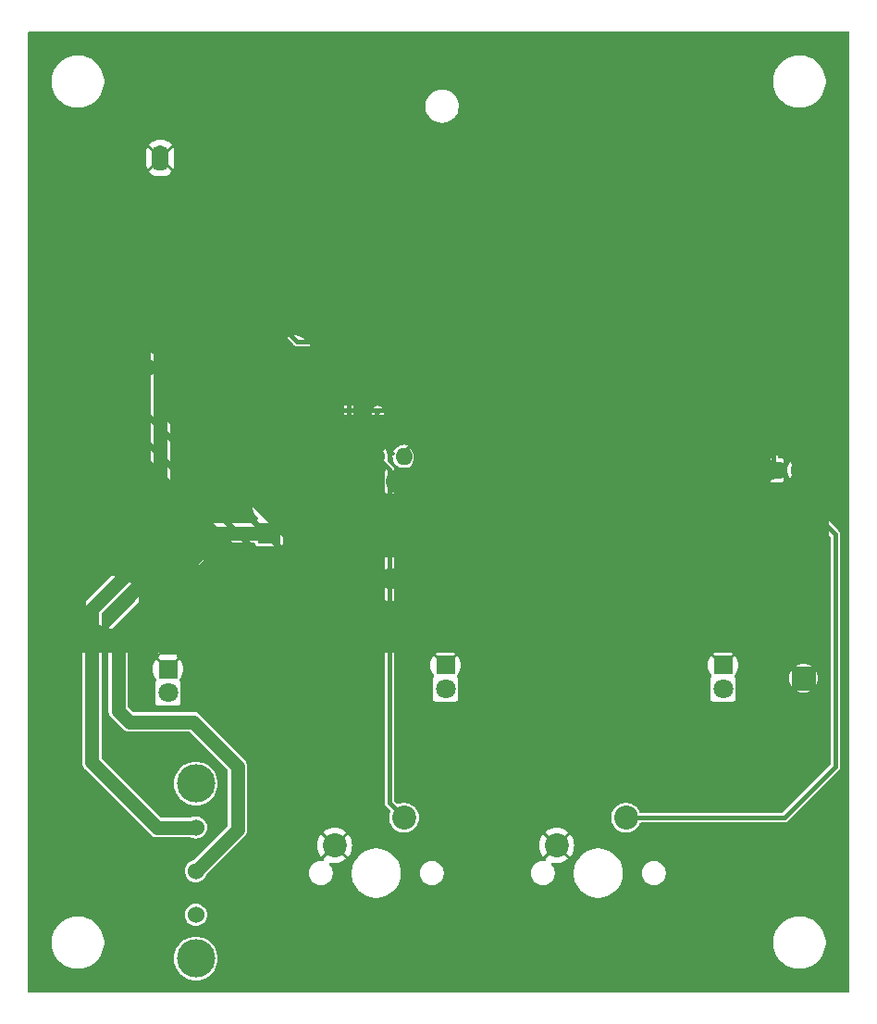
<source format=gbr>
<<<<<<< HEAD
%TF.GenerationSoftware,KiCad,Pcbnew,8.0.6-8.0.6-0~ubuntu22.04.1*%
%TF.CreationDate,2024-11-09T10:11:16-05:00*%
=======
%TF.GenerationSoftware,KiCad,Pcbnew,8.0.6-8.0.6-0~ubuntu24.04.1*%
%TF.CreationDate,2024-11-12T14:12:33-05:00*%
>>>>>>> 3aa30e9b2cf7abbcfde94d1017a9dae7777007e3
%TF.ProjectId,girl_scouts_blinker,6769726c-5f73-4636-9f75-74735f626c69,rev?*%
%TF.SameCoordinates,Original*%
%TF.FileFunction,Copper,L1,Top*%
%TF.FilePolarity,Positive*%
%FSLAX46Y46*%
G04 Gerber Fmt 4.6, Leading zero omitted, Abs format (unit mm)*
<<<<<<< HEAD
G04 Created by KiCad (PCBNEW 8.0.6-8.0.6-0~ubuntu22.04.1) date 2024-11-09 10:11:16*
=======
G04 Created by KiCad (PCBNEW 8.0.6-8.0.6-0~ubuntu24.04.1) date 2024-11-12 14:12:33*
>>>>>>> 3aa30e9b2cf7abbcfde94d1017a9dae7777007e3
%MOMM*%
%LPD*%
G01*
G04 APERTURE LIST*
G04 Aperture macros list*
%AMRoundRect*
0 Rectangle with rounded corners*
0 $1 Rounding radius*
0 $2 $3 $4 $5 $6 $7 $8 $9 X,Y pos of 4 corners*
0 Add a 4 corners polygon primitive as box body*
4,1,4,$2,$3,$4,$5,$6,$7,$8,$9,$2,$3,0*
0 Add four circle primitives for the rounded corners*
1,1,$1+$1,$2,$3*
1,1,$1+$1,$4,$5*
1,1,$1+$1,$6,$7*
1,1,$1+$1,$8,$9*
0 Add four rect primitives between the rounded corners*
20,1,$1+$1,$2,$3,$4,$5,0*
20,1,$1+$1,$4,$5,$6,$7,0*
20,1,$1+$1,$6,$7,$8,$9,0*
20,1,$1+$1,$8,$9,$2,$3,0*%
G04 Aperture macros list end*
%TA.AperFunction,ComponentPad*%
<<<<<<< HEAD
%ADD10R,1.800000X1.800000*%
=======
%ADD10C,2.200000*%
>>>>>>> 3aa30e9b2cf7abbcfde94d1017a9dae7777007e3
%TD*%
%TA.AperFunction,ComponentPad*%
%ADD11C,1.800000*%
%TD*%
%TA.AperFunction,ComponentPad*%
%ADD12R,1.700000X1.700000*%
%TD*%
%TA.AperFunction,ComponentPad*%
%ADD13O,1.700000X1.700000*%
%TD*%
%TA.AperFunction,ComponentPad*%
%ADD14C,1.600000*%
%TD*%
%TA.AperFunction,ComponentPad*%
%ADD15R,2.200000X2.200000*%
%TD*%
%TA.AperFunction,ComponentPad*%
<<<<<<< HEAD
%ADD16O,2.200000X2.200000*%
%TD*%
%TA.AperFunction,ComponentPad*%
%ADD17O,1.600000X1.600000*%
=======
%ADD16O,1.600000X1.600000*%
%TD*%
%TA.AperFunction,ComponentPad*%
%ADD17R,1.600000X1.600000*%
>>>>>>> 3aa30e9b2cf7abbcfde94d1017a9dae7777007e3
%TD*%
%TA.AperFunction,ComponentPad*%
%ADD18C,1.524000*%
%TD*%
%TA.AperFunction,ComponentPad*%
<<<<<<< HEAD
%ADD19C,1.397000*%
%TD*%
%TA.AperFunction,ComponentPad*%
%ADD20C,1.524000*%
%TD*%
%TA.AperFunction,ComponentPad*%
%ADD21C,3.500000*%
%TD*%
%TA.AperFunction,ViaPad*%
%ADD22C,0.600000*%
%TD*%
%TA.AperFunction,Conductor*%
%ADD23C,1.270000*%
%TD*%
%TA.AperFunction,Conductor*%
%ADD24C,0.381000*%
%TD*%
G04 APERTURE END LIST*
D10*
%TO.P,D3,1,DOUT*%
%TO.N,Net-(D3-DOUT)*%
X88341200Y-70199850D03*
D11*
=======
%ADD19C,3.500000*%
%TD*%
%TA.AperFunction,ComponentPad*%
%ADD20R,2.000000X1.905000*%
%TD*%
%TA.AperFunction,ComponentPad*%
%ADD21O,2.000000X1.905000*%
%TD*%
%TA.AperFunction,ComponentPad*%
%ADD22RoundRect,0.635000X0.127000X-0.508000X0.127000X0.508000X-0.127000X0.508000X-0.127000X-0.508000X0*%
%TD*%
%TA.AperFunction,ViaPad*%
%ADD23C,0.600000*%
%TD*%
%TA.AperFunction,Conductor*%
%ADD24C,0.381000*%
%TD*%
%TA.AperFunction,Conductor*%
%ADD25C,1.270000*%
%TD*%
G04 APERTURE END LIST*
D10*
%TO.P,SW2,1,1*%
%TO.N,/MISO*%
X74930000Y-100965000D03*
%TO.P,SW2,2,2*%
%TO.N,GND*%
X68580000Y-103505000D03*
%TD*%
%TO.P,SW1,1,1*%
%TO.N,/MOSI*%
X95250000Y-100965000D03*
%TO.P,SW1,2,2*%
%TO.N,GND*%
X88900000Y-103505000D03*
%TD*%
D11*
%TO.P,D3,1,DOUT*%
%TO.N,Net-(D3-DOUT)*%
X78740000Y-89185150D03*
D12*
>>>>>>> 3aa30e9b2cf7abbcfde94d1017a9dae7777007e3
%TO.P,D3,2,GND*%
%TO.N,GND*%
X78740000Y-87026150D03*
%TO.P,D3,3,VDD*%
%TO.N,+5V*%
X78740000Y-84867150D03*
%TO.P,D3,4,DIN*%
%TO.N,Net-(D1-DOUT)*%
<<<<<<< HEAD
X88341200Y-63722850D03*
%TD*%
D12*
%TO.P,J1,1,MISO*%
%TO.N,/MISO*%
X80899000Y-47244000D03*
D13*
%TO.P,J1,2,VCC*%
%TO.N,+5V*%
X83439000Y-47244000D03*
%TO.P,J1,3,SCK*%
%TO.N,/SCK*%
X80899000Y-49784000D03*
%TO.P,J1,4,MOSI*%
%TO.N,/MOSI*%
X83439000Y-49784000D03*
%TO.P,J1,5,~{RST}*%
%TO.N,/nRST*%
X80899000Y-52324000D03*
%TO.P,J1,6,GND*%
%TO.N,GND*%
X83439000Y-52324000D03*
%TD*%
D12*
%TO.P,BT1,1,+*%
%TO.N,+6V*%
X50165000Y-66120000D03*
D13*
%TO.P,BT1,2,-*%
%TO.N,GND*%
X50165000Y-68660000D03*
=======
X78740000Y-82708150D03*
>>>>>>> 3aa30e9b2cf7abbcfde94d1017a9dae7777007e3
%TD*%
D10*
%TO.P,D4,1,DOUT*%
%TO.N,unconnected-(D4-DOUT-Pad1)*%
<<<<<<< HEAD
X101041200Y-70072850D03*
D11*
=======
X104140000Y-89185150D03*
D12*
>>>>>>> 3aa30e9b2cf7abbcfde94d1017a9dae7777007e3
%TO.P,D4,2,GND*%
%TO.N,GND*%
X104140000Y-87026150D03*
%TO.P,D4,3,VDD*%
%TO.N,+5V*%
X104140000Y-84867150D03*
%TO.P,D4,4,DIN*%
%TO.N,Net-(D3-DOUT)*%
<<<<<<< HEAD
X101041200Y-63595850D03*
%TD*%
D14*
%TO.P,C2,1*%
%TO.N,+5V*%
X57150000Y-46990000D03*
%TO.P,C2,2*%
%TO.N,GND*%
X57150000Y-51990000D03*
=======
X104140000Y-82708150D03*
>>>>>>> 3aa30e9b2cf7abbcfde94d1017a9dae7777007e3
%TD*%
D10*
%TO.P,D1,1,DOUT*%
%TO.N,Net-(D1-DOUT)*%
<<<<<<< HEAD
X74371200Y-70199850D03*
D11*
=======
X53340000Y-89535000D03*
D12*
>>>>>>> 3aa30e9b2cf7abbcfde94d1017a9dae7777007e3
%TO.P,D1,2,GND*%
%TO.N,GND*%
X53340000Y-87376000D03*
%TO.P,D1,3,VDD*%
%TO.N,+5V*%
X53340000Y-85217000D03*
%TO.P,D1,4,DIN*%
%TO.N,Net-(D1-DIN)*%
X53340000Y-83058000D03*
%TD*%
<<<<<<< HEAD
D15*
%TO.P,D2,1,K*%
%TO.N,+5V*%
X61595000Y-59770000D03*
D16*
%TO.P,D2,2,A*%
%TO.N,Net-(D2-A)*%
X51435000Y-59770000D03*
%TD*%
D14*
%TO.P,R1,1*%
%TO.N,+5V*%
X77597000Y-57404000D03*
D17*
%TO.P,R1,2*%
%TO.N,/nRST*%
X67437000Y-57404000D03*
%TD*%
D18*
%TO.P,U1,1,~{RESET}/PB5*%
%TO.N,/nRST*%
X63002000Y-53457000D03*
D17*
%TO.P,U1,2,XTAL1/PB3*%
%TO.N,Net-(D1-DIN)*%
X65542000Y-53457000D03*
%TO.P,U1,3,XTAL2/PB4*%
%TO.N,unconnected-(U1-XTAL2{slash}PB4-Pad3)*%
X68082000Y-53457000D03*
%TO.P,U1,4,GND*%
%TO.N,GND*%
X70622000Y-53457000D03*
%TO.P,U1,5,AREF/PB0*%
%TO.N,/MOSI*%
X70622000Y-45837000D03*
%TO.P,U1,6,PB1*%
%TO.N,/MISO*%
X68082000Y-45837000D03*
%TO.P,U1,7,PB2*%
%TO.N,/SCK*%
X65542000Y-45837000D03*
%TO.P,U1,8,VCC*%
%TO.N,+5V*%
X63002000Y-45837000D03*
%TD*%
D14*
%TO.P,C1,1*%
%TO.N,+5V*%
X109220000Y-64175000D03*
%TO.P,C1,2*%
%TO.N,GND*%
X109220000Y-69175000D03*
%TD*%
D19*
%TO.P,SW2,1,1*%
%TO.N,/MISO*%
X101752400Y-76784200D03*
%TO.P,SW2,2,2*%
=======
D13*
%TO.P,J1,1,MISO*%
%TO.N,/MISO*%
X108585000Y-69215000D03*
D14*
%TO.P,J1,2,VCC*%
%TO.N,+5V*%
X111125000Y-69215000D03*
%TO.P,J1,3,SCK*%
%TO.N,/SCK*%
X108585000Y-71755000D03*
%TO.P,J1,4,MOSI*%
%TO.N,/MOSI*%
X111125000Y-71755000D03*
%TO.P,J1,5,~{RST}*%
%TO.N,/nRST*%
X108585000Y-74295000D03*
%TO.P,J1,6,GND*%
%TO.N,GND*%
X111125000Y-74295000D03*
%TD*%
D15*
%TO.P,C2,1*%
%TO.N,+5V*%
X80645000Y-69255000D03*
%TO.P,C2,2*%
%TO.N,GND*%
X80645000Y-74255000D03*
%TD*%
%TO.P,R1,1*%
%TO.N,+5V*%
X67056000Y-92329000D03*
D16*
%TO.P,R1,2*%
%TO.N,/nRST*%
X67056000Y-82169000D03*
%TD*%
D17*
%TO.P,U1,1,~{RESET}/PB5*%
%TO.N,/nRST*%
X67320000Y-75555000D03*
D16*
%TO.P,U1,2,XTAL1/PB3*%
%TO.N,Net-(D1-DIN)*%
X69860000Y-75555000D03*
%TO.P,U1,3,XTAL2/PB4*%
%TO.N,unconnected-(U1-XTAL2{slash}PB4-Pad3)*%
X72400000Y-75555000D03*
%TO.P,U1,4,GND*%
%TO.N,GND*%
X74940000Y-75555000D03*
%TO.P,U1,5,AREF/PB0*%
%TO.N,/MOSI*%
X74940000Y-67935000D03*
%TO.P,U1,6,PB1*%
%TO.N,/MISO*%
X72400000Y-67935000D03*
%TO.P,U1,7,PB2*%
%TO.N,/SCK*%
X69860000Y-67935000D03*
%TO.P,U1,8,VCC*%
%TO.N,+5V*%
X67320000Y-67935000D03*
%TD*%
D18*
%TO.P,SW3,1,A*%
%TO.N,+6V*%
X55880000Y-101855000D03*
%TO.P,SW3,2,B*%
%TO.N,Net-(SW3-B)*%
X55880000Y-105855000D03*
%TO.P,SW3,3*%
%TO.N,N/C*%
X55880000Y-109855000D03*
D19*
%TO.P,SW3,4*%
X55880000Y-97855000D03*
%TO.P,SW3,5*%
X55880000Y-113855000D03*
%TD*%
D20*
%TO.P,U2,1,VI*%
%TO.N,Net-(SW3-B)*%
X62570000Y-74930000D03*
D21*
%TO.P,U2,2,GND*%
>>>>>>> 3aa30e9b2cf7abbcfde94d1017a9dae7777007e3
%TO.N,GND*%
X62570000Y-72390000D03*
%TO.P,U2,3,VO*%
%TO.N,+5V*%
X62570000Y-69850000D03*
%TD*%
<<<<<<< HEAD
D20*
%TO.P,SW3,1,A*%
%TO.N,+6V*%
X61659000Y-79121000D03*
%TO.P,SW3,2,B*%
%TO.N,Net-(D2-A)*%
X65659000Y-79121000D03*
%TO.P,SW3,3*%
%TO.N,N/C*%
X69659000Y-79121000D03*
D21*
%TO.P,SW3,4*%
X57659000Y-79121000D03*
%TO.P,SW3,5*%
X73659000Y-79121000D03*
%TD*%
D19*
%TO.P,SW1,1,1*%
%TO.N,/MOSI*%
X87782400Y-76784200D03*
%TO.P,SW1,2,2*%
%TO.N,GND*%
X87782400Y-81280000D03*
%TO.P,SW1,3*%
%TO.N,N/C*%
X81280000Y-81280000D03*
%TO.P,SW1,4*%
X81280000Y-76784200D03*
%TD*%
D22*
%TO.N,Net-(D1-DIN)*%
X65659000Y-63754000D03*
%TO.N,/MISO*%
X82169000Y-73279000D03*
%TD*%
D23*
%TO.N,+6V*%
X50165000Y-66120000D02*
X50880000Y-66120000D01*
X61659000Y-76899000D02*
X61659000Y-79121000D01*
X50880000Y-66120000D02*
X61659000Y-76899000D01*
D24*
%TO.N,Net-(D1-DIN)*%
X65690150Y-63722850D02*
X74371200Y-63722850D01*
X65659000Y-63754000D02*
X65690150Y-63722850D01*
%TO.N,Net-(D1-DOUT)*%
X83470150Y-63722850D02*
X88341200Y-63722850D01*
X74371200Y-70199850D02*
X76993150Y-70199850D01*
X76993150Y-70199850D02*
X83470150Y-63722850D01*
D23*
%TO.N,Net-(D2-A)*%
X51435000Y-59770000D02*
X51435000Y-64135000D01*
X51435000Y-64135000D02*
X65659000Y-78359000D01*
X65659000Y-78359000D02*
X65659000Y-79121000D01*
D24*
%TO.N,Net-(D3-DOUT)*%
X91217150Y-70199850D02*
X97821150Y-63595850D01*
X88341200Y-70199850D02*
X91217150Y-70199850D01*
X97821150Y-63595850D02*
X101041200Y-63595850D01*
%TO.N,/MOSI*%
X77343000Y-44704000D02*
X86233000Y-44704000D01*
X86233000Y-44704000D02*
X86487000Y-44958000D01*
X70622000Y-45837000D02*
X76210000Y-45837000D01*
X76210000Y-45837000D02*
X77343000Y-44704000D01*
X86487000Y-44958000D02*
X86487000Y-46736000D01*
X86487000Y-46736000D02*
X83439000Y-49784000D01*
%TO.N,/MISO*%
X82169000Y-73279000D02*
X98247200Y-73279000D01*
X98247200Y-73279000D02*
X101752400Y-76784200D01*
X69489000Y-47244000D02*
X80899000Y-47244000D01*
X68082000Y-45837000D02*
X69489000Y-47244000D01*
%TO.N,/SCK*%
X69489000Y-49784000D02*
X80899000Y-49784000D01*
X65542000Y-45837000D02*
X69489000Y-49784000D01*
%TO.N,/nRST*%
X63002000Y-53457000D02*
X63002000Y-55255000D01*
X72644000Y-57404000D02*
X67437000Y-57404000D01*
X80899000Y-52324000D02*
X77724000Y-52324000D01*
X65151000Y-57404000D02*
X67437000Y-57404000D01*
X63002000Y-55255000D02*
X65151000Y-57404000D01*
X77724000Y-52324000D02*
X72644000Y-57404000D01*
=======
D15*
%TO.P,C1,1*%
%TO.N,+5V*%
X111506000Y-83225000D03*
%TO.P,C1,2*%
%TO.N,GND*%
X111506000Y-88225000D03*
%TD*%
D22*
%TO.P,B1,1*%
%TO.N,+6V*%
X52641500Y-53657500D03*
%TO.P,B1,2*%
%TO.N,GND*%
X52641500Y-40657500D03*
%TD*%
D23*
%TO.N,/MISO*%
X108712000Y-65913000D03*
X72517000Y-63881000D03*
%TO.N,/SCK*%
X69977000Y-61976000D03*
X104394000Y-64135000D03*
%TD*%
D24*
%TO.N,/MISO*%
X108712000Y-65913000D02*
X108712000Y-69088000D01*
X108712000Y-69088000D02*
X108585000Y-69215000D01*
X72400000Y-63998000D02*
X72517000Y-63881000D01*
X72400000Y-67935000D02*
X72400000Y-63998000D01*
%TO.N,/SCK*%
X69860000Y-62093000D02*
X69977000Y-61976000D01*
X69860000Y-67935000D02*
X69860000Y-62093000D01*
%TO.N,/nRST*%
X67056000Y-82169000D02*
X67056000Y-75819000D01*
X67056000Y-75819000D02*
X67320000Y-75555000D01*
%TO.N,/MOSI*%
X111125000Y-71755000D02*
X114427000Y-75057000D01*
X114427000Y-75057000D02*
X114427000Y-96266000D01*
X114427000Y-96266000D02*
X109728000Y-100965000D01*
X109728000Y-100965000D02*
X95250000Y-100965000D01*
%TO.N,/MISO*%
X72400000Y-67935000D02*
X73590500Y-69125500D01*
X73590500Y-69125500D02*
X73590500Y-99625500D01*
X73590500Y-99625500D02*
X74930000Y-100965000D01*
%TO.N,/SCK*%
X104394000Y-69596000D02*
X106553000Y-71755000D01*
X104394000Y-64135000D02*
X104394000Y-69596000D01*
X106553000Y-71755000D02*
X108585000Y-71755000D01*
D25*
%TO.N,Net-(SW3-B)*%
X55880000Y-105855000D02*
X59690000Y-102045000D01*
X59690000Y-102045000D02*
X59690000Y-96266000D01*
X55626000Y-92202000D02*
X49784000Y-92202000D01*
X59690000Y-96266000D02*
X55626000Y-92202000D01*
X49784000Y-92202000D02*
X48768000Y-91186000D01*
X48768000Y-91186000D02*
X48768000Y-83947000D01*
X48768000Y-83947000D02*
X57785000Y-74930000D01*
X57785000Y-74930000D02*
X62570000Y-74930000D01*
%TO.N,+6V*%
X52641500Y-53657500D02*
X52641500Y-75628500D01*
X52641500Y-75628500D02*
X46355000Y-81915000D01*
X46355000Y-81915000D02*
X46355000Y-95885000D01*
X46355000Y-95885000D02*
X52325000Y-101855000D01*
X52325000Y-101855000D02*
X55880000Y-101855000D01*
>>>>>>> 3aa30e9b2cf7abbcfde94d1017a9dae7777007e3
%TD*%
%TA.AperFunction,Conductor*%
%TO.N,GND*%
G36*
<<<<<<< HEAD
X113742539Y-43700185D02*
G01*
X113788294Y-43752989D01*
X113799500Y-43804500D01*
X113799500Y-85735500D01*
X113779815Y-85802539D01*
X113727011Y-85848294D01*
X113675500Y-85859500D01*
X43804500Y-85859500D01*
X43737461Y-85839815D01*
X43691706Y-85787011D01*
X43680500Y-85735500D01*
X43680500Y-81145186D01*
X45859500Y-81145186D01*
X45859500Y-81414813D01*
X45889686Y-81682719D01*
X45889688Y-81682731D01*
X45949684Y-81945594D01*
X45949687Y-81945602D01*
X46038734Y-82200082D01*
X46155714Y-82442994D01*
X46155716Y-82442997D01*
X46299162Y-82671289D01*
X46467266Y-82882085D01*
X46657915Y-83072734D01*
X46868711Y-83240838D01*
X47097003Y-83384284D01*
X47339921Y-83501267D01*
X47531049Y-83568145D01*
X47594397Y-83590312D01*
X47594405Y-83590315D01*
X47594408Y-83590315D01*
X47594409Y-83590316D01*
X47857268Y-83650312D01*
X48125187Y-83680499D01*
X48125188Y-83680500D01*
X48125191Y-83680500D01*
X48394812Y-83680500D01*
X48394812Y-83680499D01*
X48662732Y-83650312D01*
X48925591Y-83590316D01*
X49180079Y-83501267D01*
X49422997Y-83384284D01*
X49651289Y-83240838D01*
X49862085Y-83072734D01*
X50052734Y-82882085D01*
X50220838Y-82671289D01*
X50364284Y-82442997D01*
X50481267Y-82200079D01*
X50570316Y-81945591D01*
X50630312Y-81682732D01*
X50660500Y-81414809D01*
X50660500Y-81280000D01*
X80322389Y-81280000D01*
X80340789Y-81466823D01*
X80395283Y-81646463D01*
X80483772Y-81812014D01*
X80483777Y-81812021D01*
X80602866Y-81957133D01*
X80702689Y-82039055D01*
X80747980Y-82076224D01*
X80747983Y-82076225D01*
X80747985Y-82076227D01*
X80913536Y-82164716D01*
X80913538Y-82164717D01*
X81093179Y-82219211D01*
X81280000Y-82237611D01*
X81466821Y-82219211D01*
X81646462Y-82164717D01*
X81812020Y-82076224D01*
X81957133Y-81957133D01*
X82076224Y-81812020D01*
X82164717Y-81646462D01*
X82219211Y-81466821D01*
X82237611Y-81280000D01*
X82237611Y-81279999D01*
X86570731Y-81279999D01*
X86570731Y-81280000D01*
X86591361Y-81502639D01*
X86652553Y-81717708D01*
X86752218Y-81917862D01*
X86843739Y-82039055D01*
X87326183Y-81556610D01*
X87355574Y-81607515D01*
X87454885Y-81706826D01*
X87505788Y-81736215D01*
X87022317Y-82219685D01*
X87052209Y-82246935D01*
X87242307Y-82364638D01*
X87242314Y-82364642D01*
X87450808Y-82445412D01*
X87670603Y-82486500D01*
X87894197Y-82486500D01*
X88113991Y-82445412D01*
X88322485Y-82364642D01*
X88322492Y-82364638D01*
X88512587Y-82246937D01*
X88512592Y-82246933D01*
X88542481Y-82219685D01*
X88059011Y-81736215D01*
X88109915Y-81706826D01*
X88209226Y-81607515D01*
X88238615Y-81556611D01*
X88721059Y-82039055D01*
X88812581Y-81917862D01*
X88912246Y-81717708D01*
X88973438Y-81502639D01*
X88994069Y-81280000D01*
X94292389Y-81280000D01*
X94310789Y-81466823D01*
X94365283Y-81646463D01*
X94453772Y-81812014D01*
X94453777Y-81812021D01*
X94572866Y-81957133D01*
X94672689Y-82039055D01*
X94717980Y-82076224D01*
X94717983Y-82076225D01*
X94717985Y-82076227D01*
X94883536Y-82164716D01*
X94883538Y-82164717D01*
X95063179Y-82219211D01*
X95250000Y-82237611D01*
X95436821Y-82219211D01*
X95616462Y-82164717D01*
X95782020Y-82076224D01*
X95927133Y-81957133D01*
X96046224Y-81812020D01*
X96134717Y-81646462D01*
X96189211Y-81466821D01*
X96207611Y-81280000D01*
X96207611Y-81279999D01*
X100540731Y-81279999D01*
X100540731Y-81280000D01*
X100561361Y-81502639D01*
X100622553Y-81717708D01*
X100722218Y-81917862D01*
X100813739Y-82039055D01*
X101296183Y-81556610D01*
X101325574Y-81607515D01*
X101424885Y-81706826D01*
X101475788Y-81736215D01*
X100992317Y-82219685D01*
X101022209Y-82246935D01*
X101212307Y-82364638D01*
X101212314Y-82364642D01*
X101420808Y-82445412D01*
X101640603Y-82486500D01*
X101864197Y-82486500D01*
X102083991Y-82445412D01*
X102292485Y-82364642D01*
X102292492Y-82364638D01*
X102482587Y-82246937D01*
X102482592Y-82246933D01*
X102512481Y-82219685D01*
X102029011Y-81736215D01*
X102079915Y-81706826D01*
X102179226Y-81607515D01*
X102208615Y-81556611D01*
X102691059Y-82039055D01*
X102782581Y-81917862D01*
X102882246Y-81717708D01*
X102943438Y-81502639D01*
X102964069Y-81280000D01*
X102964069Y-81279999D01*
X102951576Y-81145186D01*
X106819500Y-81145186D01*
X106819500Y-81414813D01*
X106849686Y-81682719D01*
X106849688Y-81682731D01*
X106909684Y-81945594D01*
X106909687Y-81945602D01*
X106998734Y-82200082D01*
X107115714Y-82442994D01*
X107115716Y-82442997D01*
X107259162Y-82671289D01*
X107427266Y-82882085D01*
X107617915Y-83072734D01*
X107828711Y-83240838D01*
X108057003Y-83384284D01*
X108299921Y-83501267D01*
X108491049Y-83568145D01*
X108554397Y-83590312D01*
X108554405Y-83590315D01*
X108554408Y-83590315D01*
X108554409Y-83590316D01*
X108817268Y-83650312D01*
X109085187Y-83680499D01*
X109085188Y-83680500D01*
X109085191Y-83680500D01*
X109354812Y-83680500D01*
X109354812Y-83680499D01*
X109622732Y-83650312D01*
X109885591Y-83590316D01*
X110140079Y-83501267D01*
X110382997Y-83384284D01*
X110611289Y-83240838D01*
X110822085Y-83072734D01*
X111012734Y-82882085D01*
X111180838Y-82671289D01*
X111324284Y-82442997D01*
X111441267Y-82200079D01*
X111530316Y-81945591D01*
X111590312Y-81682732D01*
X111620500Y-81414809D01*
X111620500Y-81145191D01*
X111590312Y-80877268D01*
X111530316Y-80614409D01*
X111441267Y-80359921D01*
X111324284Y-80117003D01*
X111180838Y-79888711D01*
X111012734Y-79677915D01*
X110822085Y-79487266D01*
X110611289Y-79319162D01*
X110382997Y-79175716D01*
X110382994Y-79175714D01*
X110140082Y-79058734D01*
X109885602Y-78969687D01*
X109885594Y-78969684D01*
X109675496Y-78921731D01*
X109622732Y-78909688D01*
X109622728Y-78909687D01*
X109622719Y-78909686D01*
X109354813Y-78879500D01*
X109354809Y-78879500D01*
X109085191Y-78879500D01*
X109085186Y-78879500D01*
X108817280Y-78909686D01*
X108817268Y-78909688D01*
X108554405Y-78969684D01*
X108554397Y-78969687D01*
X108299917Y-79058734D01*
X108057005Y-79175714D01*
X107828712Y-79319161D01*
X107617915Y-79487265D01*
X107427265Y-79677915D01*
X107259161Y-79888712D01*
X107115714Y-80117005D01*
X106998734Y-80359917D01*
X106909687Y-80614397D01*
X106909684Y-80614405D01*
X106849688Y-80877268D01*
X106849686Y-80877280D01*
X106819500Y-81145186D01*
X102951576Y-81145186D01*
X102943438Y-81057360D01*
X102882246Y-80842291D01*
X102782581Y-80642137D01*
X102691059Y-80520943D01*
X102208615Y-81003388D01*
X102179226Y-80952485D01*
X102079915Y-80853174D01*
X102029011Y-80823784D01*
X102512481Y-80340313D01*
X102482590Y-80313064D01*
X102292492Y-80195361D01*
X102292485Y-80195357D01*
X102083991Y-80114587D01*
X101864197Y-80073500D01*
X101640603Y-80073500D01*
X101420808Y-80114587D01*
X101212314Y-80195357D01*
X101212312Y-80195358D01*
X101022201Y-80313070D01*
X100992318Y-80340312D01*
X100992318Y-80340313D01*
X101475789Y-80823784D01*
X101424885Y-80853174D01*
X101325574Y-80952485D01*
X101296184Y-81003388D01*
X100813739Y-80520943D01*
X100813738Y-80520943D01*
X100722219Y-80642134D01*
X100622553Y-80842291D01*
X100561361Y-81057360D01*
X100540731Y-81279999D01*
X96207611Y-81279999D01*
X96189211Y-81093179D01*
X96134717Y-80913538D01*
X96096635Y-80842291D01*
X96046227Y-80747985D01*
X96046225Y-80747983D01*
X96046224Y-80747980D01*
X96010005Y-80703847D01*
X95927133Y-80602866D01*
X95782021Y-80483777D01*
X95782014Y-80483772D01*
X95616463Y-80395283D01*
X95436823Y-80340789D01*
X95250000Y-80322389D01*
X95063176Y-80340789D01*
X94883536Y-80395283D01*
X94717985Y-80483772D01*
X94717978Y-80483777D01*
X94572866Y-80602866D01*
X94453777Y-80747978D01*
X94453772Y-80747985D01*
X94365283Y-80913536D01*
X94310789Y-81093176D01*
X94292389Y-81280000D01*
X88994069Y-81280000D01*
X88994069Y-81279999D01*
X88973438Y-81057360D01*
X88912246Y-80842291D01*
X88812581Y-80642137D01*
X88721059Y-80520943D01*
X88238615Y-81003388D01*
X88209226Y-80952485D01*
X88109915Y-80853174D01*
X88059011Y-80823784D01*
X88542481Y-80340313D01*
X88512590Y-80313064D01*
X88322492Y-80195361D01*
X88322485Y-80195357D01*
X88113991Y-80114587D01*
X87894197Y-80073500D01*
X87670603Y-80073500D01*
X87450808Y-80114587D01*
X87242314Y-80195357D01*
X87242312Y-80195358D01*
X87052201Y-80313070D01*
X87022318Y-80340312D01*
X87022318Y-80340313D01*
X87505789Y-80823784D01*
X87454885Y-80853174D01*
X87355574Y-80952485D01*
X87326184Y-81003388D01*
X86843739Y-80520943D01*
X86843738Y-80520943D01*
X86752219Y-80642134D01*
X86652553Y-80842291D01*
X86591361Y-81057360D01*
X86570731Y-81279999D01*
X82237611Y-81279999D01*
X82219211Y-81093179D01*
X82164717Y-80913538D01*
X82126635Y-80842291D01*
X82076227Y-80747985D01*
X82076225Y-80747983D01*
X82076224Y-80747980D01*
X82040005Y-80703847D01*
X81957133Y-80602866D01*
X81812021Y-80483777D01*
X81812014Y-80483772D01*
X81646463Y-80395283D01*
X81466823Y-80340789D01*
X81280000Y-80322389D01*
X81093176Y-80340789D01*
X80913536Y-80395283D01*
X80747985Y-80483772D01*
X80747978Y-80483777D01*
X80602866Y-80602866D01*
X80483777Y-80747978D01*
X80483772Y-80747985D01*
X80395283Y-80913536D01*
X80340789Y-81093176D01*
X80322389Y-81280000D01*
X50660500Y-81280000D01*
X50660500Y-81145191D01*
X50630312Y-80877268D01*
X50570316Y-80614409D01*
X50481267Y-80359921D01*
X50364284Y-80117003D01*
X50220838Y-79888711D01*
X50052734Y-79677915D01*
X49862085Y-79487266D01*
X49651289Y-79319162D01*
X49422997Y-79175716D01*
X49422994Y-79175714D01*
X49309375Y-79120998D01*
X55649380Y-79120998D01*
X55649380Y-79121001D01*
X55669835Y-79407004D01*
X55730782Y-79687168D01*
X55730784Y-79687175D01*
X55731267Y-79688469D01*
X55830985Y-79955827D01*
X55830987Y-79955831D01*
X55968396Y-80207477D01*
X55968397Y-80207478D01*
X55968400Y-80207483D01*
X56140231Y-80437021D01*
X56140235Y-80437025D01*
X56140240Y-80437031D01*
X56342968Y-80639759D01*
X56342974Y-80639764D01*
X56342979Y-80639769D01*
X56572517Y-80811600D01*
X56572521Y-80811602D01*
X56572522Y-80811603D01*
X56824168Y-80949012D01*
X56824172Y-80949014D01*
X56824174Y-80949015D01*
X57092825Y-81049216D01*
X57207283Y-81074115D01*
X57372995Y-81110164D01*
X57372997Y-81110164D01*
X57373001Y-81110165D01*
X57627156Y-81128342D01*
X57658999Y-81130620D01*
X57659000Y-81130620D01*
X57659001Y-81130620D01*
X57687653Y-81128570D01*
X57944999Y-81110165D01*
X58225175Y-81049216D01*
X58493826Y-80949015D01*
X58745483Y-80811600D01*
X58975021Y-80639769D01*
X59177769Y-80437021D01*
X59349600Y-80207483D01*
X59487015Y-79955826D01*
X59587216Y-79687175D01*
X59648165Y-79406999D01*
X59668620Y-79121000D01*
X59648165Y-78835001D01*
X59587216Y-78554825D01*
X59487015Y-78286174D01*
X59479121Y-78271718D01*
X59349603Y-78034522D01*
X59349602Y-78034521D01*
X59349600Y-78034517D01*
X59177769Y-77804979D01*
X59177764Y-77804974D01*
X59177759Y-77804968D01*
X58975031Y-77602240D01*
X58975025Y-77602235D01*
X58975021Y-77602231D01*
X58745483Y-77430400D01*
X58745478Y-77430397D01*
X58745477Y-77430396D01*
X58493831Y-77292987D01*
X58493827Y-77292985D01*
X58327969Y-77231124D01*
X58225175Y-77192784D01*
X58225171Y-77192783D01*
X58225168Y-77192782D01*
X57945004Y-77131835D01*
X57659001Y-77111380D01*
X57658999Y-77111380D01*
X57372995Y-77131835D01*
X57092831Y-77192782D01*
X57092826Y-77192783D01*
X57092825Y-77192784D01*
X57027874Y-77217009D01*
X56824172Y-77292985D01*
X56824168Y-77292987D01*
X56572522Y-77430396D01*
X56572521Y-77430397D01*
X56342980Y-77602230D01*
X56342968Y-77602240D01*
X56140240Y-77804968D01*
X56140230Y-77804980D01*
X55968397Y-78034521D01*
X55968396Y-78034522D01*
X55830987Y-78286168D01*
X55830985Y-78286172D01*
X55730782Y-78554831D01*
X55669835Y-78834995D01*
X55649380Y-79120998D01*
X49309375Y-79120998D01*
X49180082Y-79058734D01*
X48925602Y-78969687D01*
X48925594Y-78969684D01*
X48715496Y-78921731D01*
X48662732Y-78909688D01*
X48662728Y-78909687D01*
X48662719Y-78909686D01*
X48394813Y-78879500D01*
X48394809Y-78879500D01*
X48125191Y-78879500D01*
X48125186Y-78879500D01*
X47857280Y-78909686D01*
X47857268Y-78909688D01*
X47594405Y-78969684D01*
X47594397Y-78969687D01*
X47339917Y-79058734D01*
X47097005Y-79175714D01*
X46868712Y-79319161D01*
X46657915Y-79487265D01*
X46467265Y-79677915D01*
X46299161Y-79888712D01*
X46155714Y-80117005D01*
X46038734Y-80359917D01*
X45949687Y-80614397D01*
X45949684Y-80614405D01*
X45889688Y-80877268D01*
X45889686Y-80877280D01*
X45859500Y-81145186D01*
X43680500Y-81145186D01*
X43680500Y-68533000D01*
X48812870Y-68533000D01*
X49681392Y-68533000D01*
X49665000Y-68594174D01*
X49665000Y-68725826D01*
X49681392Y-68787000D01*
X48812870Y-68787000D01*
X48820931Y-68884287D01*
X48876178Y-69102453D01*
X48966582Y-69308553D01*
X49089673Y-69496956D01*
X49089676Y-69496960D01*
X49242101Y-69662537D01*
X49419701Y-69800769D01*
X49617626Y-69907881D01*
X49617635Y-69907884D01*
X49830485Y-69980956D01*
X50037999Y-70015584D01*
X50038000Y-70015583D01*
X50038000Y-69143608D01*
X50099174Y-69160000D01*
X50230826Y-69160000D01*
X50292000Y-69143608D01*
X50292000Y-70015584D01*
X50499514Y-69980956D01*
X50712364Y-69907884D01*
X50712373Y-69907881D01*
X50910298Y-69800769D01*
X51087898Y-69662537D01*
X51240323Y-69496960D01*
X51240326Y-69496956D01*
X51363417Y-69308553D01*
X51453821Y-69102453D01*
X51509068Y-68884287D01*
X51517130Y-68787000D01*
X50648608Y-68787000D01*
X50665000Y-68725826D01*
X50665000Y-68594174D01*
X50648608Y-68533000D01*
X51517129Y-68533000D01*
X51509068Y-68435712D01*
X51474244Y-68298195D01*
X51476869Y-68228375D01*
X51516825Y-68171057D01*
X51581427Y-68144441D01*
X51650163Y-68156976D01*
X51682131Y-68180074D01*
X60733181Y-77231124D01*
X60766666Y-77292447D01*
X60769500Y-77318805D01*
X60769500Y-78597720D01*
X60754858Y-78656173D01*
X60715333Y-78730118D01*
X60657208Y-78921728D01*
X60637582Y-79121000D01*
X60657208Y-79320271D01*
X60715333Y-79511881D01*
X60809718Y-79688463D01*
X60809720Y-79688465D01*
X60809722Y-79688469D01*
X60870724Y-79762801D01*
X60936747Y-79843252D01*
X61002770Y-79897434D01*
X61091531Y-79970278D01*
X61091534Y-79970280D01*
X61091536Y-79970281D01*
X61268118Y-80064666D01*
X61268120Y-80064667D01*
X61459731Y-80122792D01*
X61659000Y-80142418D01*
X61858269Y-80122792D01*
X62049880Y-80064667D01*
X62226469Y-79970278D01*
X62381252Y-79843252D01*
X62508278Y-79688469D01*
X62602667Y-79511880D01*
X62660792Y-79320269D01*
X62680418Y-79121000D01*
X62660792Y-78921731D01*
X62602667Y-78730120D01*
X62563142Y-78656173D01*
X62548500Y-78597720D01*
X62548500Y-76805805D01*
X62568185Y-76738766D01*
X62620989Y-76693011D01*
X62690147Y-76683067D01*
X62753703Y-76712092D01*
X62760181Y-76718124D01*
X64676008Y-78633951D01*
X64709493Y-78695274D01*
X64706988Y-78757627D01*
X64657207Y-78921732D01*
X64637582Y-79121000D01*
X64657208Y-79320271D01*
X64715333Y-79511881D01*
X64809718Y-79688463D01*
X64809720Y-79688465D01*
X64809722Y-79688469D01*
X64870724Y-79762801D01*
X64936747Y-79843252D01*
X65002770Y-79897434D01*
X65091531Y-79970278D01*
X65091534Y-79970280D01*
X65091536Y-79970281D01*
X65268118Y-80064666D01*
X65268120Y-80064667D01*
X65459731Y-80122792D01*
X65659000Y-80142418D01*
X65858269Y-80122792D01*
X66049880Y-80064667D01*
X66226469Y-79970278D01*
X66381252Y-79843252D01*
X66508278Y-79688469D01*
X66602667Y-79511880D01*
X66660792Y-79320269D01*
X66680418Y-79121000D01*
X68637582Y-79121000D01*
X68657208Y-79320271D01*
X68715333Y-79511881D01*
X68809718Y-79688463D01*
X68809720Y-79688465D01*
X68809722Y-79688469D01*
X68870724Y-79762801D01*
X68936747Y-79843252D01*
X69002770Y-79897434D01*
X69091531Y-79970278D01*
X69091534Y-79970280D01*
X69091536Y-79970281D01*
X69268118Y-80064666D01*
X69268120Y-80064667D01*
X69459731Y-80122792D01*
X69659000Y-80142418D01*
X69858269Y-80122792D01*
X70049880Y-80064667D01*
X70226469Y-79970278D01*
X70381252Y-79843252D01*
X70508278Y-79688469D01*
X70602667Y-79511880D01*
X70660792Y-79320269D01*
X70680418Y-79121000D01*
X70680418Y-79120998D01*
X71649380Y-79120998D01*
X71649380Y-79121001D01*
X71669835Y-79407004D01*
X71730782Y-79687168D01*
X71730784Y-79687175D01*
X71731267Y-79688469D01*
X71830985Y-79955827D01*
X71830987Y-79955831D01*
X71968396Y-80207477D01*
X71968397Y-80207478D01*
X71968400Y-80207483D01*
X72140231Y-80437021D01*
X72140235Y-80437025D01*
X72140240Y-80437031D01*
X72342968Y-80639759D01*
X72342974Y-80639764D01*
X72342979Y-80639769D01*
X72572517Y-80811600D01*
X72572521Y-80811602D01*
X72572522Y-80811603D01*
X72824168Y-80949012D01*
X72824172Y-80949014D01*
X72824174Y-80949015D01*
X73092825Y-81049216D01*
X73207283Y-81074115D01*
X73372995Y-81110164D01*
X73372997Y-81110164D01*
X73373001Y-81110165D01*
X73627156Y-81128342D01*
X73658999Y-81130620D01*
X73659000Y-81130620D01*
X73659001Y-81130620D01*
X73687653Y-81128570D01*
X73944999Y-81110165D01*
X74225175Y-81049216D01*
X74493826Y-80949015D01*
X74745483Y-80811600D01*
X74975021Y-80639769D01*
X75177769Y-80437021D01*
X75349600Y-80207483D01*
X75487015Y-79955826D01*
X75587216Y-79687175D01*
X75648165Y-79406999D01*
X75668620Y-79121000D01*
X75648165Y-78835001D01*
X75587216Y-78554825D01*
X75487015Y-78286174D01*
X75479121Y-78271718D01*
X75349603Y-78034522D01*
X75349602Y-78034521D01*
X75349600Y-78034517D01*
X75177769Y-77804979D01*
X75177764Y-77804974D01*
X75177759Y-77804968D01*
X74975031Y-77602240D01*
X74975025Y-77602235D01*
X74975021Y-77602231D01*
X74745483Y-77430400D01*
X74745478Y-77430397D01*
X74745477Y-77430396D01*
X74493831Y-77292987D01*
X74493827Y-77292985D01*
X74327969Y-77231124D01*
X74225175Y-77192784D01*
X74225171Y-77192783D01*
X74225168Y-77192782D01*
X73945004Y-77131835D01*
X73659001Y-77111380D01*
X73658999Y-77111380D01*
X73372995Y-77131835D01*
X73092831Y-77192782D01*
X73092826Y-77192783D01*
X73092825Y-77192784D01*
X73027874Y-77217009D01*
X72824172Y-77292985D01*
X72824168Y-77292987D01*
X72572522Y-77430396D01*
X72572521Y-77430397D01*
X72342980Y-77602230D01*
X72342968Y-77602240D01*
X72140240Y-77804968D01*
X72140230Y-77804980D01*
X71968397Y-78034521D01*
X71968396Y-78034522D01*
X71830987Y-78286168D01*
X71830985Y-78286172D01*
X71730782Y-78554831D01*
X71669835Y-78834995D01*
X71649380Y-79120998D01*
X70680418Y-79120998D01*
X70660792Y-78921731D01*
X70602667Y-78730120D01*
X70602666Y-78730118D01*
X70508281Y-78553536D01*
X70508280Y-78553534D01*
X70508278Y-78553531D01*
X70435434Y-78464770D01*
X70381252Y-78398747D01*
X70300801Y-78332724D01*
X70226469Y-78271722D01*
X70226465Y-78271720D01*
X70226463Y-78271718D01*
X70049881Y-78177333D01*
X69858271Y-78119208D01*
X69659000Y-78099582D01*
X69459728Y-78119208D01*
X69268118Y-78177333D01*
X69091536Y-78271718D01*
X68936747Y-78398747D01*
X68809718Y-78553536D01*
X68715333Y-78730118D01*
X68657208Y-78921728D01*
X68637582Y-79121000D01*
X66680418Y-79121000D01*
X66660792Y-78921731D01*
X66602667Y-78730120D01*
X66563142Y-78656173D01*
X66548500Y-78597720D01*
X66548500Y-78271391D01*
X66548499Y-78271387D01*
X66514317Y-78099542D01*
X66487385Y-78034522D01*
X66447268Y-77937670D01*
X66447261Y-77937657D01*
X66349921Y-77791978D01*
X66299753Y-77741810D01*
X66226023Y-77668080D01*
X65342143Y-76784200D01*
X80322389Y-76784200D01*
X80340789Y-76971023D01*
X80395283Y-77150663D01*
X80483772Y-77316214D01*
X80483775Y-77316218D01*
X80483776Y-77316220D01*
X80501885Y-77338286D01*
X80602866Y-77461333D01*
X80703847Y-77544205D01*
X80747980Y-77580424D01*
X80747983Y-77580425D01*
X80747985Y-77580427D01*
X80911972Y-77668080D01*
X80913538Y-77668917D01*
X81093179Y-77723411D01*
X81280000Y-77741811D01*
X81466821Y-77723411D01*
X81646462Y-77668917D01*
X81812020Y-77580424D01*
X81957133Y-77461333D01*
X82076224Y-77316220D01*
X82164717Y-77150662D01*
X82219211Y-76971021D01*
X82237611Y-76784200D01*
X86824789Y-76784200D01*
X86843189Y-76971023D01*
X86897683Y-77150663D01*
X86986172Y-77316214D01*
X86986175Y-77316218D01*
X86986176Y-77316220D01*
X87004285Y-77338286D01*
X87105266Y-77461333D01*
X87206247Y-77544205D01*
X87250380Y-77580424D01*
X87250383Y-77580425D01*
X87250385Y-77580427D01*
X87414372Y-77668080D01*
X87415938Y-77668917D01*
X87595579Y-77723411D01*
X87782400Y-77741811D01*
X87969221Y-77723411D01*
X88148862Y-77668917D01*
X88314420Y-77580424D01*
X88459533Y-77461333D01*
X88578624Y-77316220D01*
X88667117Y-77150662D01*
X88721611Y-76971021D01*
X88740011Y-76784200D01*
X94292389Y-76784200D01*
X94310789Y-76971023D01*
X94365283Y-77150663D01*
X94453772Y-77316214D01*
X94453775Y-77316218D01*
X94453776Y-77316220D01*
X94471885Y-77338286D01*
X94572866Y-77461333D01*
X94673847Y-77544205D01*
X94717980Y-77580424D01*
X94717983Y-77580425D01*
X94717985Y-77580427D01*
X94881972Y-77668080D01*
X94883538Y-77668917D01*
X95063179Y-77723411D01*
X95250000Y-77741811D01*
X95436821Y-77723411D01*
X95616462Y-77668917D01*
X95782020Y-77580424D01*
X95927133Y-77461333D01*
X96046224Y-77316220D01*
X96134717Y-77150662D01*
X96189211Y-76971021D01*
X96207611Y-76784200D01*
X96189211Y-76597379D01*
X96134717Y-76417738D01*
X96046224Y-76252180D01*
X96010005Y-76208047D01*
X95927133Y-76107066D01*
X95782021Y-75987977D01*
X95782014Y-75987972D01*
X95616463Y-75899483D01*
X95436823Y-75844989D01*
X95250000Y-75826589D01*
X95063176Y-75844989D01*
X94883536Y-75899483D01*
X94717985Y-75987972D01*
X94717978Y-75987977D01*
X94572866Y-76107066D01*
X94453777Y-76252178D01*
X94453772Y-76252185D01*
X94365283Y-76417736D01*
X94310789Y-76597376D01*
X94292389Y-76784200D01*
X88740011Y-76784200D01*
X88721611Y-76597379D01*
X88667117Y-76417738D01*
X88578624Y-76252180D01*
X88542405Y-76208047D01*
X88459533Y-76107066D01*
X88314421Y-75987977D01*
X88314414Y-75987972D01*
X88148863Y-75899483D01*
X87969223Y-75844989D01*
X87782400Y-75826589D01*
X87595576Y-75844989D01*
X87415936Y-75899483D01*
X87250385Y-75987972D01*
X87250378Y-75987977D01*
X87105266Y-76107066D01*
X86986177Y-76252178D01*
X86986172Y-76252185D01*
X86897683Y-76417736D01*
X86843189Y-76597376D01*
X86824789Y-76784200D01*
X82237611Y-76784200D01*
X82219211Y-76597379D01*
X82164717Y-76417738D01*
X82076224Y-76252180D01*
X82040005Y-76208047D01*
X81957133Y-76107066D01*
X81812021Y-75987977D01*
X81812014Y-75987972D01*
X81646463Y-75899483D01*
X81466823Y-75844989D01*
X81280000Y-75826589D01*
X81093176Y-75844989D01*
X80913536Y-75899483D01*
X80747985Y-75987972D01*
X80747978Y-75987977D01*
X80602866Y-76107066D01*
X80483777Y-76252178D01*
X80483772Y-76252185D01*
X80395283Y-76417736D01*
X80340789Y-76597376D01*
X80322389Y-76784200D01*
X65342143Y-76784200D01*
X61836941Y-73278998D01*
X81609715Y-73278998D01*
X81609715Y-73279001D01*
X81628771Y-73423752D01*
X81628773Y-73423757D01*
X81684642Y-73558638D01*
X81684645Y-73558644D01*
X81773525Y-73674473D01*
X81773526Y-73674474D01*
X81889355Y-73763354D01*
X81889361Y-73763357D01*
X81956801Y-73791291D01*
X82024246Y-73819228D01*
X82096623Y-73828756D01*
X82168999Y-73838285D01*
X82169000Y-73838285D01*
X82169001Y-73838285D01*
X82217251Y-73831932D01*
X82313754Y-73819228D01*
X82448643Y-73763355D01*
X82461132Y-73753771D01*
X82466538Y-73749624D01*
X82531708Y-73724430D01*
X82542024Y-73724000D01*
X98011513Y-73724000D01*
X98078552Y-73743685D01*
X98099194Y-73760319D01*
X100789277Y-76450402D01*
X100822762Y-76511725D01*
X100820257Y-76574075D01*
X100813190Y-76597373D01*
X100813188Y-76597379D01*
X100794789Y-76784200D01*
X100813189Y-76971023D01*
X100867683Y-77150663D01*
X100956172Y-77316214D01*
X100956175Y-77316218D01*
X100956176Y-77316220D01*
X100974285Y-77338286D01*
X101075266Y-77461333D01*
X101176247Y-77544205D01*
X101220380Y-77580424D01*
X101220383Y-77580425D01*
X101220385Y-77580427D01*
X101384372Y-77668080D01*
X101385938Y-77668917D01*
X101565579Y-77723411D01*
X101752400Y-77741811D01*
X101939221Y-77723411D01*
X102118862Y-77668917D01*
X102284420Y-77580424D01*
X102429533Y-77461333D01*
X102548624Y-77316220D01*
X102637117Y-77150662D01*
X102691611Y-76971021D01*
X102710011Y-76784200D01*
X102691611Y-76597379D01*
X102637117Y-76417738D01*
X102548624Y-76252180D01*
X102512405Y-76208047D01*
X102429533Y-76107066D01*
X102284421Y-75987977D01*
X102284414Y-75987972D01*
X102118863Y-75899483D01*
X101939223Y-75844989D01*
X101752400Y-75826589D01*
X101565579Y-75844988D01*
X101565573Y-75844990D01*
X101542275Y-75852057D01*
X101472408Y-75852679D01*
X101418602Y-75821077D01*
X98520438Y-72922913D01*
X98520437Y-72922912D01*
X98520436Y-72922911D01*
X98418966Y-72864327D01*
X98418965Y-72864326D01*
X98390669Y-72856744D01*
X98362374Y-72849163D01*
X98362371Y-72849162D01*
X98305786Y-72834000D01*
X98305785Y-72834000D01*
X82542024Y-72834000D01*
X82474985Y-72814315D01*
X82466538Y-72808376D01*
X82448643Y-72794645D01*
X82448638Y-72794642D01*
X82313757Y-72738773D01*
X82313752Y-72738771D01*
X82169001Y-72719715D01*
X82168999Y-72719715D01*
X82024247Y-72738771D01*
X82024245Y-72738772D01*
X81889361Y-72794643D01*
X81889358Y-72794644D01*
X81889358Y-72794645D01*
X81863724Y-72814315D01*
X81773526Y-72883526D01*
X81684643Y-72999361D01*
X81628772Y-73134245D01*
X81628771Y-73134247D01*
X81609715Y-73278998D01*
X61836941Y-73278998D01*
X52360819Y-63802876D01*
X52334130Y-63753998D01*
X65099715Y-63753998D01*
X65099715Y-63754001D01*
X65118771Y-63898752D01*
X65118773Y-63898757D01*
X65174642Y-64033638D01*
X65174645Y-64033644D01*
X65263525Y-64149473D01*
X65263526Y-64149474D01*
X65379355Y-64238354D01*
X65379361Y-64238357D01*
X65446801Y-64266291D01*
X65514246Y-64294228D01*
X65586623Y-64303756D01*
X65658999Y-64313285D01*
X65659000Y-64313285D01*
X65659001Y-64313285D01*
X65707251Y-64306932D01*
X65803754Y-64294228D01*
X65938643Y-64238355D01*
X65997131Y-64193474D01*
X66062300Y-64168280D01*
X66072618Y-64167850D01*
X73226298Y-64167850D01*
X73293337Y-64187535D01*
X73337296Y-64236575D01*
X73385419Y-64333220D01*
X73514359Y-64503964D01*
X73672478Y-64648108D01*
X73741643Y-64690933D01*
X73751317Y-64696923D01*
X73797952Y-64748951D01*
X73809056Y-64817933D01*
X73781103Y-64881967D01*
X73751317Y-64907777D01*
X73672482Y-64956589D01*
X73672480Y-64956590D01*
X73672478Y-64956592D01*
X73529959Y-65086515D01*
X73514358Y-65100737D01*
X73385419Y-65271479D01*
X73290049Y-65463008D01*
X73290046Y-65463014D01*
X73231496Y-65668799D01*
X73231495Y-65668802D01*
X73211754Y-65881849D01*
X73211754Y-65881850D01*
X73231495Y-66094897D01*
X73231496Y-66094900D01*
X73290046Y-66300685D01*
X73290049Y-66300691D01*
X73385419Y-66492220D01*
X73514360Y-66662966D01*
X73559816Y-66704404D01*
X73596098Y-66764115D01*
X73594337Y-66833963D01*
X73555094Y-66891770D01*
X73552441Y-66893894D01*
X73468885Y-66958928D01*
X73468885Y-66958929D01*
X74155642Y-67645686D01*
X74094894Y-67680760D01*
X74011110Y-67764544D01*
X73976036Y-67825292D01*
X73288653Y-67137909D01*
X73288652Y-67137909D01*
X73256280Y-67173076D01*
X73128656Y-67368419D01*
X73034924Y-67582105D01*
X72977643Y-67808302D01*
X72977641Y-67808314D01*
X72958374Y-68040844D01*
X72958374Y-68040855D01*
X72977641Y-68273385D01*
X72977643Y-68273397D01*
X73034924Y-68499594D01*
X73128656Y-68713280D01*
X73256280Y-68908623D01*
X73290341Y-68945624D01*
X73321263Y-69008279D01*
X73313403Y-69077705D01*
X73294321Y-69106091D01*
X73294501Y-69106211D01*
X73231466Y-69200549D01*
X73231464Y-69200553D01*
X73216700Y-69274778D01*
X73216700Y-71124913D01*
X73231466Y-71199151D01*
X73287715Y-71283334D01*
X73321434Y-71305864D01*
X73371899Y-71339584D01*
X73371902Y-71339584D01*
X73371903Y-71339585D01*
X73396866Y-71344550D01*
X73446133Y-71354350D01*
X75296266Y-71354349D01*
X75370501Y-71339584D01*
X75454684Y-71283334D01*
X75510934Y-71199151D01*
X75525700Y-71124917D01*
X75525700Y-70768850D01*
X75545385Y-70701811D01*
X75598189Y-70656056D01*
X75649700Y-70644850D01*
X77051734Y-70644850D01*
X77051736Y-70644850D01*
X77144212Y-70620071D01*
X77164914Y-70614524D01*
X77266386Y-70555939D01*
X77349239Y-70473086D01*
X83618156Y-64204169D01*
X83679479Y-64170684D01*
X83705837Y-64167850D01*
X87196298Y-64167850D01*
X87263337Y-64187535D01*
X87307296Y-64236575D01*
X87355419Y-64333220D01*
X87484359Y-64503964D01*
X87642478Y-64648108D01*
X87711643Y-64690933D01*
X87721317Y-64696923D01*
X87767952Y-64748951D01*
X87779056Y-64817933D01*
X87751103Y-64881967D01*
X87721317Y-64907777D01*
X87642482Y-64956589D01*
X87642480Y-64956590D01*
X87642478Y-64956592D01*
X87499959Y-65086515D01*
X87484358Y-65100737D01*
X87355419Y-65271479D01*
X87260049Y-65463008D01*
X87260046Y-65463014D01*
X87201496Y-65668799D01*
X87201495Y-65668802D01*
X87181754Y-65881849D01*
X87181754Y-65881850D01*
X87201495Y-66094897D01*
X87201496Y-66094900D01*
X87260046Y-66300685D01*
X87260049Y-66300691D01*
X87355419Y-66492220D01*
X87484360Y-66662966D01*
X87529816Y-66704404D01*
X87566098Y-66764115D01*
X87564337Y-66833963D01*
X87525094Y-66891770D01*
X87522441Y-66893894D01*
X87438885Y-66958928D01*
X87438885Y-66958929D01*
X88125642Y-67645686D01*
X88064894Y-67680760D01*
X87981110Y-67764544D01*
X87946036Y-67825292D01*
X87258653Y-67137909D01*
X87258652Y-67137909D01*
X87226280Y-67173076D01*
X87098656Y-67368419D01*
X87004924Y-67582105D01*
X86947643Y-67808302D01*
X86947641Y-67808314D01*
X86928374Y-68040844D01*
X86928374Y-68040855D01*
X86947641Y-68273385D01*
X86947643Y-68273397D01*
X87004924Y-68499594D01*
X87098656Y-68713280D01*
X87226280Y-68908623D01*
X87260341Y-68945624D01*
X87291263Y-69008279D01*
X87283403Y-69077705D01*
X87264321Y-69106091D01*
X87264501Y-69106211D01*
X87201466Y-69200549D01*
X87201464Y-69200553D01*
X87186700Y-69274778D01*
X87186700Y-71124913D01*
X87201466Y-71199151D01*
X87257715Y-71283334D01*
X87291434Y-71305864D01*
X87341899Y-71339584D01*
X87341902Y-71339584D01*
X87341903Y-71339585D01*
X87366866Y-71344550D01*
X87416133Y-71354350D01*
X89266266Y-71354349D01*
X89340501Y-71339584D01*
X89424684Y-71283334D01*
X89480934Y-71199151D01*
X89495700Y-71124917D01*
X89495700Y-70768850D01*
X89515385Y-70701811D01*
X89568189Y-70656056D01*
X89619700Y-70644850D01*
X91275734Y-70644850D01*
X91275736Y-70644850D01*
X91368212Y-70620071D01*
X91388914Y-70614524D01*
X91490386Y-70555939D01*
X91573239Y-70473086D01*
X97969156Y-64077169D01*
X98030479Y-64043684D01*
X98056837Y-64040850D01*
X99896298Y-64040850D01*
X99963337Y-64060535D01*
X100007296Y-64109575D01*
X100055419Y-64206220D01*
X100184359Y-64376964D01*
X100342478Y-64521108D01*
X100399362Y-64556329D01*
X100421317Y-64569923D01*
X100467952Y-64621951D01*
X100479056Y-64690933D01*
X100451103Y-64754967D01*
X100421317Y-64780777D01*
X100342482Y-64829589D01*
X100342480Y-64829590D01*
X100342478Y-64829592D01*
X100203165Y-64956592D01*
X100184358Y-64973737D01*
X100055419Y-65144479D01*
X99960049Y-65336008D01*
X99960046Y-65336014D01*
X99901496Y-65541799D01*
X99901495Y-65541802D01*
X99881754Y-65754849D01*
X99881754Y-65754850D01*
X99901495Y-65967897D01*
X99901496Y-65967900D01*
X99960046Y-66173685D01*
X99960049Y-66173691D01*
X100055419Y-66365220D01*
X100184360Y-66535966D01*
X100229816Y-66577404D01*
X100266098Y-66637115D01*
X100264337Y-66706963D01*
X100225094Y-66764770D01*
X100222441Y-66766894D01*
X100138885Y-66831928D01*
X100138885Y-66831929D01*
X100825642Y-67518686D01*
X100764894Y-67553760D01*
X100681110Y-67637544D01*
X100646036Y-67698292D01*
X99958653Y-67010909D01*
X99958652Y-67010909D01*
X99926280Y-67046076D01*
X99798656Y-67241419D01*
X99704924Y-67455105D01*
X99647643Y-67681302D01*
X99647641Y-67681314D01*
X99628374Y-67913844D01*
X99628374Y-67913855D01*
X99647641Y-68146385D01*
X99647643Y-68146397D01*
X99704924Y-68372594D01*
X99798656Y-68586280D01*
X99926280Y-68781623D01*
X99960341Y-68818624D01*
X99991263Y-68881279D01*
X99983403Y-68950705D01*
X99964321Y-68979091D01*
X99964501Y-68979211D01*
X99901466Y-69073549D01*
X99901464Y-69073553D01*
X99886700Y-69147778D01*
X99886700Y-70997913D01*
X99901466Y-71072151D01*
X99957715Y-71156334D01*
X99991434Y-71178864D01*
X100041899Y-71212584D01*
X100041902Y-71212584D01*
X100041903Y-71212585D01*
X100066866Y-71217550D01*
X100116133Y-71227350D01*
X101966266Y-71227349D01*
X102040501Y-71212584D01*
X102124684Y-71156334D01*
X102180934Y-71072151D01*
X102195700Y-70997917D01*
X102195699Y-69174997D01*
X107907004Y-69174997D01*
X107907004Y-69175002D01*
X107926950Y-69402993D01*
X107926952Y-69403004D01*
X107986184Y-69624063D01*
X107986188Y-69624072D01*
X108082912Y-69831498D01*
X108082914Y-69831502D01*
X108206867Y-70008526D01*
X108206868Y-70008526D01*
X108861439Y-69353955D01*
X108899920Y-69420606D01*
X108974394Y-69495080D01*
X109041044Y-69533560D01*
X108386472Y-70188130D01*
X108563502Y-70312087D01*
X108770927Y-70408811D01*
X108770936Y-70408815D01*
X108991995Y-70468047D01*
X108992006Y-70468049D01*
X109219998Y-70487996D01*
X109220002Y-70487996D01*
X109447993Y-70468049D01*
X109448004Y-70468047D01*
X109669063Y-70408815D01*
X109669072Y-70408811D01*
X109876495Y-70312089D01*
X110053526Y-70188130D01*
X109398955Y-69533560D01*
X109465606Y-69495080D01*
X109540080Y-69420606D01*
X109578560Y-69353955D01*
X110233130Y-70008526D01*
X110357089Y-69831495D01*
X110453811Y-69624072D01*
X110453815Y-69624063D01*
X110513047Y-69403004D01*
X110513049Y-69402993D01*
X110532996Y-69175002D01*
X110532996Y-69174997D01*
X110513049Y-68947006D01*
X110513047Y-68946995D01*
X110453815Y-68725936D01*
X110453811Y-68725927D01*
X110357087Y-68518502D01*
X110233129Y-68341472D01*
X109578559Y-68996043D01*
X109540080Y-68929394D01*
X109465606Y-68854920D01*
X109398955Y-68816439D01*
X110053526Y-68161868D01*
X110053526Y-68161867D01*
X109876502Y-68037914D01*
X109876498Y-68037912D01*
X109669072Y-67941188D01*
X109669063Y-67941184D01*
X109448004Y-67881952D01*
X109447993Y-67881950D01*
X109220002Y-67862004D01*
X109219998Y-67862004D01*
X108992006Y-67881950D01*
X108991995Y-67881952D01*
X108770936Y-67941184D01*
X108770927Y-67941188D01*
X108563503Y-68037911D01*
X108563501Y-68037912D01*
X108386473Y-68161868D01*
X108386472Y-68161868D01*
X109041044Y-68816439D01*
X108974394Y-68854920D01*
X108899920Y-68929394D01*
X108861439Y-68996043D01*
X108206868Y-68341472D01*
X108206868Y-68341473D01*
X108082912Y-68518501D01*
X108082911Y-68518503D01*
X107986188Y-68725927D01*
X107986184Y-68725936D01*
X107926952Y-68946995D01*
X107926950Y-68947006D01*
X107907004Y-69174997D01*
X102195699Y-69174997D01*
X102195699Y-69147784D01*
X102180934Y-69073549D01*
X102145558Y-69020606D01*
X102117899Y-68979211D01*
X102119114Y-68978398D01*
X102092122Y-68928965D01*
X102097106Y-68859273D01*
X102122059Y-68818623D01*
X102156120Y-68781623D01*
X102283743Y-68586280D01*
X102377475Y-68372594D01*
X102434756Y-68146397D01*
X102434758Y-68146385D01*
X102454026Y-67913855D01*
X102454026Y-67913844D01*
X102434758Y-67681314D01*
X102434756Y-67681302D01*
X102377475Y-67455105D01*
X102283744Y-67241422D01*
X102156112Y-67046068D01*
X102156111Y-67046065D01*
X102123747Y-67010909D01*
X102123745Y-67010909D01*
X101436362Y-67698291D01*
X101401290Y-67637544D01*
X101317506Y-67553760D01*
X101256757Y-67518686D01*
X101943513Y-66831929D01*
X101859957Y-66766894D01*
X101819144Y-66710184D01*
X101815471Y-66640411D01*
X101850102Y-66579727D01*
X101852528Y-66577453D01*
X101898041Y-66535964D01*
X102026981Y-66365220D01*
X102122351Y-66173690D01*
X102122351Y-66173687D01*
X102122353Y-66173685D01*
X102180903Y-65967900D01*
X102180904Y-65967897D01*
X102200646Y-65754850D01*
X102200646Y-65754849D01*
X102180904Y-65541802D01*
X102180903Y-65541799D01*
X102122353Y-65336014D01*
X102122350Y-65336008D01*
X102120222Y-65331735D01*
X102026981Y-65144480D01*
X101898041Y-64973736D01*
X101739922Y-64829592D01*
X101739916Y-64829588D01*
X101739913Y-64829586D01*
X101661083Y-64780777D01*
X101614447Y-64728750D01*
X101603343Y-64659768D01*
X101631296Y-64595733D01*
X101661083Y-64569923D01*
X101683038Y-64556329D01*
X101739922Y-64521108D01*
X101898041Y-64376964D01*
X102026981Y-64206220D01*
X102042527Y-64175000D01*
X108160398Y-64175000D01*
X108180757Y-64381716D01*
X108241056Y-64580496D01*
X108338969Y-64763677D01*
X108338974Y-64763684D01*
X108470747Y-64924252D01*
X108551797Y-64990767D01*
X108631317Y-65056027D01*
X108631320Y-65056028D01*
X108631322Y-65056030D01*
X108814503Y-65153943D01*
X108814505Y-65153943D01*
X108814508Y-65153945D01*
X109013282Y-65214242D01*
X109220000Y-65234602D01*
X109426718Y-65214242D01*
X109625492Y-65153945D01*
X109808683Y-65056027D01*
X109969252Y-64924252D01*
X110101027Y-64763683D01*
X110176785Y-64621951D01*
X110198943Y-64580496D01*
X110198943Y-64580495D01*
X110198945Y-64580492D01*
X110259242Y-64381718D01*
X110279602Y-64175000D01*
X110259242Y-63968282D01*
X110198945Y-63769508D01*
X110198943Y-63769505D01*
X110198943Y-63769503D01*
X110101030Y-63586322D01*
X110101028Y-63586320D01*
X110101027Y-63586317D01*
X110038231Y-63509799D01*
X109969252Y-63425747D01*
X109808684Y-63293974D01*
X109808677Y-63293969D01*
X109625496Y-63196056D01*
X109426716Y-63135757D01*
X109220000Y-63115398D01*
X109013283Y-63135757D01*
X108814503Y-63196056D01*
X108631322Y-63293969D01*
X108631315Y-63293974D01*
X108470747Y-63425747D01*
X108338974Y-63586315D01*
X108338969Y-63586322D01*
X108241056Y-63769503D01*
X108180757Y-63968283D01*
X108160398Y-64175000D01*
X102042527Y-64175000D01*
X102122351Y-64014690D01*
X102122351Y-64014687D01*
X102122353Y-64014685D01*
X102180903Y-63808900D01*
X102180904Y-63808897D01*
X102184555Y-63769503D01*
X102200646Y-63595850D01*
X102199762Y-63586315D01*
X102180904Y-63382802D01*
X102180903Y-63382799D01*
X102176340Y-63366763D01*
X102172400Y-63352915D01*
X102122353Y-63177014D01*
X102122350Y-63177008D01*
X102101810Y-63135758D01*
X102026981Y-62985480D01*
X101898041Y-62814736D01*
X101739922Y-62670592D01*
X101739916Y-62670588D01*
X101739913Y-62670586D01*
X101558013Y-62557958D01*
X101558007Y-62557956D01*
X101358497Y-62480665D01*
X101148180Y-62441350D01*
X100934220Y-62441350D01*
X100723903Y-62480665D01*
X100597733Y-62529543D01*
X100524392Y-62557956D01*
X100524386Y-62557958D01*
X100342486Y-62670586D01*
X100342483Y-62670588D01*
X100342479Y-62670590D01*
X100342478Y-62670592D01*
X100184359Y-62814736D01*
X100055419Y-62985480D01*
X100007296Y-63082123D01*
X99959796Y-63133358D01*
X99896298Y-63150850D01*
X97762564Y-63150850D01*
X97670087Y-63175629D01*
X97670086Y-63175628D01*
X97649388Y-63181175D01*
X97649383Y-63181177D01*
X97547917Y-63239759D01*
X97547911Y-63239763D01*
X91069144Y-69718531D01*
X91007821Y-69752016D01*
X90981463Y-69754850D01*
X89619699Y-69754850D01*
X89552660Y-69735165D01*
X89506905Y-69682361D01*
X89495699Y-69630850D01*
X89495699Y-69274786D01*
X89495699Y-69274784D01*
X89480934Y-69200549D01*
X89453840Y-69160000D01*
X89417899Y-69106211D01*
X89419114Y-69105398D01*
X89392122Y-69055965D01*
X89397106Y-68986273D01*
X89422059Y-68945623D01*
X89456120Y-68908623D01*
X89583743Y-68713280D01*
X89677475Y-68499594D01*
X89734756Y-68273397D01*
X89734758Y-68273385D01*
X89754026Y-68040855D01*
X89754026Y-68040844D01*
X89734758Y-67808314D01*
X89734756Y-67808302D01*
X89677475Y-67582105D01*
X89583744Y-67368422D01*
X89456112Y-67173068D01*
X89456111Y-67173065D01*
X89423747Y-67137909D01*
X89423745Y-67137909D01*
X88736362Y-67825291D01*
X88701290Y-67764544D01*
X88617506Y-67680760D01*
X88556757Y-67645686D01*
X89243513Y-66958929D01*
X89159957Y-66893894D01*
X89119144Y-66837184D01*
X89115471Y-66767411D01*
X89150102Y-66706727D01*
X89152528Y-66704453D01*
X89198041Y-66662964D01*
X89326981Y-66492220D01*
X89422351Y-66300690D01*
X89422351Y-66300687D01*
X89422353Y-66300685D01*
X89480903Y-66094900D01*
X89480904Y-66094897D01*
X89500646Y-65881850D01*
X89500646Y-65881849D01*
X89480904Y-65668802D01*
X89480903Y-65668799D01*
X89422353Y-65463014D01*
X89422350Y-65463008D01*
X89350417Y-65318547D01*
X89326981Y-65271480D01*
X89198041Y-65100736D01*
X89039922Y-64956592D01*
X89039916Y-64956588D01*
X89039913Y-64956586D01*
X88961083Y-64907777D01*
X88914447Y-64855750D01*
X88903343Y-64786768D01*
X88931296Y-64722733D01*
X88961083Y-64696923D01*
X88970757Y-64690933D01*
X89039922Y-64648108D01*
X89198041Y-64503964D01*
X89326981Y-64333220D01*
X89422351Y-64141690D01*
X89422351Y-64141687D01*
X89422353Y-64141685D01*
X89458487Y-64014685D01*
X89480904Y-63935898D01*
X89500646Y-63722850D01*
X89480904Y-63509802D01*
X89456989Y-63425748D01*
X89422353Y-63304014D01*
X89422350Y-63304008D01*
X89390360Y-63239763D01*
X89326981Y-63112480D01*
X89198041Y-62941736D01*
X89039922Y-62797592D01*
X89039916Y-62797588D01*
X89039913Y-62797586D01*
X88858013Y-62684958D01*
X88858007Y-62684956D01*
X88658497Y-62607665D01*
X88448180Y-62568350D01*
X88234220Y-62568350D01*
X88023903Y-62607665D01*
X87897733Y-62656543D01*
X87824392Y-62684956D01*
X87824386Y-62684958D01*
X87642486Y-62797586D01*
X87642483Y-62797588D01*
X87642479Y-62797590D01*
X87642478Y-62797592D01*
X87484359Y-62941736D01*
X87355419Y-63112480D01*
X87307296Y-63209123D01*
X87259796Y-63260358D01*
X87196298Y-63277850D01*
X83411562Y-63277850D01*
X83354975Y-63293012D01*
X83354975Y-63293013D01*
X83298386Y-63308176D01*
X83298385Y-63308176D01*
X83298383Y-63308177D01*
X83196914Y-63366761D01*
X83196911Y-63366763D01*
X76845144Y-69718531D01*
X76783821Y-69752016D01*
X76757463Y-69754850D01*
X75649699Y-69754850D01*
X75582660Y-69735165D01*
X75536905Y-69682361D01*
X75525699Y-69630850D01*
X75525699Y-69274786D01*
X75525699Y-69274784D01*
X75510934Y-69200549D01*
X75483840Y-69160000D01*
X75447899Y-69106211D01*
X75449114Y-69105398D01*
X75422122Y-69055965D01*
X75427106Y-68986273D01*
X75452059Y-68945623D01*
X75486120Y-68908623D01*
X75613743Y-68713280D01*
X75707475Y-68499594D01*
X75764756Y-68273397D01*
X75764758Y-68273385D01*
X75784026Y-68040855D01*
X75784026Y-68040844D01*
X75764758Y-67808314D01*
X75764756Y-67808302D01*
X75707475Y-67582105D01*
X75613744Y-67368422D01*
X75486112Y-67173068D01*
X75486111Y-67173065D01*
X75453747Y-67137909D01*
X75453745Y-67137909D01*
X74766362Y-67825291D01*
X74731290Y-67764544D01*
X74647506Y-67680760D01*
X74586757Y-67645686D01*
X75273513Y-66958929D01*
X75189957Y-66893894D01*
X75149144Y-66837184D01*
X75145471Y-66767411D01*
X75180102Y-66706727D01*
X75182528Y-66704453D01*
X75228041Y-66662964D01*
X75356981Y-66492220D01*
X75452351Y-66300690D01*
X75452351Y-66300687D01*
X75452353Y-66300685D01*
X75510903Y-66094900D01*
X75510904Y-66094897D01*
X75530646Y-65881850D01*
X75530646Y-65881849D01*
X75510904Y-65668802D01*
X75510903Y-65668799D01*
X75452353Y-65463014D01*
X75452350Y-65463008D01*
X75380417Y-65318547D01*
X75356981Y-65271480D01*
X75228041Y-65100736D01*
X75069922Y-64956592D01*
X75069916Y-64956588D01*
X75069913Y-64956586D01*
X74991083Y-64907777D01*
X74944447Y-64855750D01*
X74933343Y-64786768D01*
X74961296Y-64722733D01*
X74991083Y-64696923D01*
X75000757Y-64690933D01*
X75069922Y-64648108D01*
X75228041Y-64503964D01*
X75356981Y-64333220D01*
X75452351Y-64141690D01*
X75452351Y-64141687D01*
X75452353Y-64141685D01*
X75488487Y-64014685D01*
X75510904Y-63935898D01*
X75530646Y-63722850D01*
X75510904Y-63509802D01*
X75486989Y-63425748D01*
X75452353Y-63304014D01*
X75452350Y-63304008D01*
X75420360Y-63239763D01*
X75356981Y-63112480D01*
X75228041Y-62941736D01*
X75069922Y-62797592D01*
X75069916Y-62797588D01*
X75069913Y-62797586D01*
X74888013Y-62684958D01*
X74888007Y-62684956D01*
X74688497Y-62607665D01*
X74478180Y-62568350D01*
X74264220Y-62568350D01*
X74053903Y-62607665D01*
X73927733Y-62656543D01*
X73854392Y-62684956D01*
X73854386Y-62684958D01*
X73672486Y-62797586D01*
X73672483Y-62797588D01*
X73672479Y-62797590D01*
X73672478Y-62797592D01*
X73514359Y-62941736D01*
X73385419Y-63112480D01*
X73337296Y-63209123D01*
X73289796Y-63260358D01*
X73226298Y-63277850D01*
X65983118Y-63277850D01*
X65935666Y-63268411D01*
X65803757Y-63213773D01*
X65803752Y-63213771D01*
X65659001Y-63194715D01*
X65658999Y-63194715D01*
X65514247Y-63213771D01*
X65514245Y-63213772D01*
X65379361Y-63269643D01*
X65379358Y-63269644D01*
X65379358Y-63269645D01*
X65329142Y-63308177D01*
X65263526Y-63358526D01*
X65174643Y-63474361D01*
X65118772Y-63609245D01*
X65118771Y-63609247D01*
X65099715Y-63753998D01*
X52334130Y-63753998D01*
X52327334Y-63741553D01*
X52324500Y-63715195D01*
X52324500Y-60852036D01*
X52344185Y-60784997D01*
X52357264Y-60768060D01*
X52507554Y-60604802D01*
X52630330Y-60416880D01*
X52720500Y-60211313D01*
X52775605Y-59993707D01*
X52794142Y-59770000D01*
X52775605Y-59546293D01*
X52720500Y-59328687D01*
X52630330Y-59123120D01*
X52507554Y-58935198D01*
X52355522Y-58770047D01*
X52355517Y-58770043D01*
X52355515Y-58770041D01*
X52194770Y-58644928D01*
X60240500Y-58644928D01*
X60240500Y-60895063D01*
X60255266Y-60969301D01*
X60311515Y-61053484D01*
X60345234Y-61076014D01*
X60395699Y-61109734D01*
X60395702Y-61109734D01*
X60395703Y-61109735D01*
X60420666Y-61114700D01*
X60469933Y-61124500D01*
X62720066Y-61124499D01*
X62794301Y-61109734D01*
X62878484Y-61053484D01*
X62934734Y-60969301D01*
X62949500Y-60895067D01*
X62949499Y-58644934D01*
X62934734Y-58570699D01*
X62904420Y-58525331D01*
X62878484Y-58486515D01*
X62827497Y-58452447D01*
X62794301Y-58430266D01*
X62794299Y-58430265D01*
X62794296Y-58430264D01*
X62720069Y-58415500D01*
X60469936Y-58415500D01*
X60395698Y-58430266D01*
X60311515Y-58486515D01*
X60255266Y-58570699D01*
X60255264Y-58570703D01*
X60240500Y-58644928D01*
X52194770Y-58644928D01*
X52178388Y-58632177D01*
X52178382Y-58632173D01*
X51980962Y-58525334D01*
X51980953Y-58525331D01*
X51768652Y-58452447D01*
X51547237Y-58415500D01*
X51322763Y-58415500D01*
X51101347Y-58452447D01*
X50889046Y-58525331D01*
X50889037Y-58525334D01*
X50691617Y-58632173D01*
X50691611Y-58632177D01*
X50514484Y-58770041D01*
X50514481Y-58770044D01*
X50362447Y-58935196D01*
X50362444Y-58935200D01*
X50239670Y-59123118D01*
X50149499Y-59328688D01*
X50094394Y-59546296D01*
X50075858Y-59769994D01*
X50075858Y-59770005D01*
X50094394Y-59993703D01*
X50149499Y-60211311D01*
X50239670Y-60416881D01*
X50362444Y-60604799D01*
X50362446Y-60604802D01*
X50512731Y-60768055D01*
X50543652Y-60830707D01*
X50545500Y-60852036D01*
X50545500Y-64222612D01*
X50579681Y-64394450D01*
X50579684Y-64394462D01*
X50646731Y-64556329D01*
X50646738Y-64556342D01*
X50744079Y-64702022D01*
X50744082Y-64702026D01*
X50845875Y-64803819D01*
X50879360Y-64865142D01*
X50874376Y-64934834D01*
X50832504Y-64990767D01*
X50767040Y-65015184D01*
X50758194Y-65015500D01*
X49289936Y-65015500D01*
X49215698Y-65030266D01*
X49131515Y-65086515D01*
X49075266Y-65170699D01*
X49075264Y-65170703D01*
X49060500Y-65244928D01*
X49060500Y-66995063D01*
X49075266Y-67069301D01*
X49131515Y-67153484D01*
X49160821Y-67173065D01*
X49215699Y-67209734D01*
X49215702Y-67209734D01*
X49215703Y-67209735D01*
X49240666Y-67214700D01*
X49289933Y-67224500D01*
X49474651Y-67224499D01*
X49541689Y-67244183D01*
X49587444Y-67296987D01*
X49597388Y-67366145D01*
X49568363Y-67429701D01*
X49533668Y-67457553D01*
X49419709Y-67519225D01*
X49419702Y-67519229D01*
X49242101Y-67657462D01*
X49089676Y-67823039D01*
X49089673Y-67823043D01*
X48966582Y-68011446D01*
X48876178Y-68217546D01*
X48820931Y-68435712D01*
X48812870Y-68533000D01*
X43680500Y-68533000D01*
X43680500Y-51989997D01*
X55837004Y-51989997D01*
X55837004Y-51990002D01*
X55856950Y-52217993D01*
X55856952Y-52218004D01*
X55916184Y-52439063D01*
X55916188Y-52439072D01*
X56012912Y-52646498D01*
X56012914Y-52646502D01*
X56136867Y-52823526D01*
X56136868Y-52823526D01*
X56791439Y-52168955D01*
X56829920Y-52235606D01*
X56904394Y-52310080D01*
X56971044Y-52348560D01*
X56316472Y-53003130D01*
X56493502Y-53127087D01*
X56700927Y-53223811D01*
X56700936Y-53223815D01*
X56921995Y-53283047D01*
X56922006Y-53283049D01*
X57149998Y-53302996D01*
X57150002Y-53302996D01*
X57377993Y-53283049D01*
X57378004Y-53283047D01*
X57599063Y-53223815D01*
X57599072Y-53223811D01*
X57806495Y-53127089D01*
X57983526Y-53003130D01*
X57328955Y-52348560D01*
X57395606Y-52310080D01*
X57470080Y-52235606D01*
X57508560Y-52168955D01*
X58163130Y-52823526D01*
X58287089Y-52646495D01*
X58293882Y-52631928D01*
X61947500Y-52631928D01*
X61947500Y-54282063D01*
X61962266Y-54356301D01*
X62018515Y-54440484D01*
X62051930Y-54462811D01*
X62102699Y-54496734D01*
X62102702Y-54496734D01*
X62102703Y-54496735D01*
X62127666Y-54501700D01*
X62176933Y-54511500D01*
X62433001Y-54511499D01*
X62500039Y-54531183D01*
X62545794Y-54583987D01*
X62557000Y-54635499D01*
X62557000Y-55313585D01*
X62587326Y-55426764D01*
X62645911Y-55528236D01*
X62645912Y-55528237D01*
X64794911Y-57677236D01*
X64877764Y-57760089D01*
X64979236Y-57818674D01*
X65035825Y-57833837D01*
X65092414Y-57849000D01*
X65092415Y-57849000D01*
X66404850Y-57849000D01*
X66471889Y-57868685D01*
X66514208Y-57914547D01*
X66555971Y-57992681D01*
X66555974Y-57992684D01*
X66687747Y-58153252D01*
X66799483Y-58244950D01*
X66848317Y-58285027D01*
X66848320Y-58285028D01*
X66848322Y-58285030D01*
X67031503Y-58382943D01*
X67031505Y-58382943D01*
X67031508Y-58382945D01*
X67230282Y-58443242D01*
X67437000Y-58463602D01*
X67643718Y-58443242D01*
X67842492Y-58382945D01*
X68025683Y-58285027D01*
X68186252Y-58153252D01*
X68318027Y-57992683D01*
X68322865Y-57983630D01*
X68359792Y-57914547D01*
X68408754Y-57864702D01*
X68469150Y-57849000D01*
X72702585Y-57849000D01*
X72702586Y-57849000D01*
X72759174Y-57833837D01*
X72815764Y-57818674D01*
X72917236Y-57760089D01*
X73000089Y-57677236D01*
X73273325Y-57404000D01*
X76537398Y-57404000D01*
X76557757Y-57610716D01*
X76618056Y-57809496D01*
X76715969Y-57992677D01*
X76715974Y-57992684D01*
X76847747Y-58153252D01*
X76959483Y-58244950D01*
X77008317Y-58285027D01*
X77008320Y-58285028D01*
X77008322Y-58285030D01*
X77191503Y-58382943D01*
X77191505Y-58382943D01*
X77191508Y-58382945D01*
X77390282Y-58443242D01*
X77597000Y-58463602D01*
X77803718Y-58443242D01*
X78002492Y-58382945D01*
X78185683Y-58285027D01*
X78346252Y-58153252D01*
X78478027Y-57992683D01*
X78546435Y-57864702D01*
X78575943Y-57809496D01*
X78575943Y-57809495D01*
X78575945Y-57809492D01*
X78636242Y-57610718D01*
X78656602Y-57404000D01*
X78636242Y-57197282D01*
X78575945Y-56998508D01*
X78575943Y-56998505D01*
X78575943Y-56998503D01*
X78478030Y-56815322D01*
X78478028Y-56815320D01*
X78478027Y-56815317D01*
X78437950Y-56766483D01*
X78346252Y-56654747D01*
X78185684Y-56522974D01*
X78185677Y-56522969D01*
X78002496Y-56425056D01*
X77803716Y-56364757D01*
X77597000Y-56344398D01*
X77390283Y-56364757D01*
X77191503Y-56425056D01*
X77008322Y-56522969D01*
X77008315Y-56522974D01*
X76847747Y-56654747D01*
X76715974Y-56815315D01*
X76715969Y-56815322D01*
X76618056Y-56998503D01*
X76557757Y-57197283D01*
X76537398Y-57404000D01*
X73273325Y-57404000D01*
X77872006Y-52805319D01*
X77933329Y-52771834D01*
X77959687Y-52769000D01*
X79809953Y-52769000D01*
X79876992Y-52788685D01*
X79920953Y-52837729D01*
X79955906Y-52907925D01*
X79955913Y-52907937D01*
X80079269Y-53071287D01*
X80230537Y-53209185D01*
X80230539Y-53209187D01*
X80404569Y-53316942D01*
X80404575Y-53316945D01*
X80429335Y-53326537D01*
X80595444Y-53390888D01*
X80796653Y-53428500D01*
X80796656Y-53428500D01*
X81001344Y-53428500D01*
X81001347Y-53428500D01*
X81202556Y-53390888D01*
X81393427Y-53316944D01*
X81567462Y-53209186D01*
X81718732Y-53071285D01*
X81842088Y-52907935D01*
X81921127Y-52749202D01*
X81968630Y-52697966D01*
X82036293Y-52680545D01*
X82102633Y-52702471D01*
X82146588Y-52756782D01*
X82149407Y-52764208D01*
X82150177Y-52766452D01*
X82240582Y-52972553D01*
X82363673Y-53160956D01*
X82363676Y-53160960D01*
X82516101Y-53326537D01*
X82693701Y-53464769D01*
X82891626Y-53571881D01*
X82891635Y-53571884D01*
X83104485Y-53644956D01*
X83311999Y-53679584D01*
X83312000Y-53679583D01*
X83312000Y-52807608D01*
X83373174Y-52824000D01*
X83504826Y-52824000D01*
X83566000Y-52807608D01*
X83566000Y-53679584D01*
X83773514Y-53644956D01*
X83986364Y-53571884D01*
X83986373Y-53571881D01*
X84184298Y-53464769D01*
X84361898Y-53326537D01*
X84514323Y-53160960D01*
X84514326Y-53160956D01*
X84637417Y-52972553D01*
X84727821Y-52766453D01*
X84783068Y-52548287D01*
X84791130Y-52451000D01*
X83922608Y-52451000D01*
X83939000Y-52389826D01*
X83939000Y-52258174D01*
X83922608Y-52197000D01*
X84791129Y-52197000D01*
X84783068Y-52099712D01*
X84727821Y-51881546D01*
X84637417Y-51675446D01*
X84514326Y-51487043D01*
X84514323Y-51487039D01*
X84361898Y-51321462D01*
X84184298Y-51183230D01*
X83986373Y-51076118D01*
X83986364Y-51076115D01*
X83870016Y-51036172D01*
X83813000Y-50995786D01*
X83786870Y-50930987D01*
X83799922Y-50862347D01*
X83848011Y-50811659D01*
X83865480Y-50803266D01*
X83933427Y-50776944D01*
X84107462Y-50669186D01*
X84258732Y-50531285D01*
X84382088Y-50367935D01*
X84473328Y-50184701D01*
X84529345Y-49987821D01*
X84548232Y-49784000D01*
X84529345Y-49580179D01*
X84492316Y-49450035D01*
X84492902Y-49380170D01*
X84523899Y-49328424D01*
X85727138Y-48125186D01*
X106819500Y-48125186D01*
X106819500Y-48394813D01*
X106849686Y-48662719D01*
X106849688Y-48662731D01*
X106909684Y-48925594D01*
X106909687Y-48925602D01*
X106998734Y-49180082D01*
X107115714Y-49422994D01*
X107115716Y-49422997D01*
X107259162Y-49651289D01*
X107427266Y-49862085D01*
X107617915Y-50052734D01*
X107828711Y-50220838D01*
X107951082Y-50297729D01*
X108057005Y-50364285D01*
X108137975Y-50403278D01*
X108299921Y-50481267D01*
X108491049Y-50548145D01*
X108554397Y-50570312D01*
X108554405Y-50570315D01*
X108554408Y-50570315D01*
X108554409Y-50570316D01*
X108817268Y-50630312D01*
X109085187Y-50660499D01*
X109085188Y-50660500D01*
X109085191Y-50660500D01*
X109354812Y-50660500D01*
X109354812Y-50660499D01*
X109622732Y-50630312D01*
X109885591Y-50570316D01*
X110140079Y-50481267D01*
X110382997Y-50364284D01*
X110611289Y-50220838D01*
X110822085Y-50052734D01*
X111012734Y-49862085D01*
X111180838Y-49651289D01*
X111324284Y-49422997D01*
X111441267Y-49180079D01*
X111530316Y-48925591D01*
X111590312Y-48662732D01*
X111620500Y-48394809D01*
X111620500Y-48125191D01*
X111590312Y-47857268D01*
X111530316Y-47594409D01*
X111441267Y-47339921D01*
X111324284Y-47097003D01*
X111180838Y-46868711D01*
X111012734Y-46657915D01*
X110822085Y-46467266D01*
X110611289Y-46299162D01*
X110382997Y-46155716D01*
X110382994Y-46155714D01*
X110140082Y-46038734D01*
X109885602Y-45949687D01*
X109885594Y-45949684D01*
X109688446Y-45904687D01*
X109622732Y-45889688D01*
X109622728Y-45889687D01*
X109622719Y-45889686D01*
X109354813Y-45859500D01*
X109354809Y-45859500D01*
X109085191Y-45859500D01*
X109085186Y-45859500D01*
X108817280Y-45889686D01*
X108817268Y-45889688D01*
X108554405Y-45949684D01*
X108554397Y-45949687D01*
X108299917Y-46038734D01*
X108057005Y-46155714D01*
X107828712Y-46299161D01*
X107617915Y-46467265D01*
X107427265Y-46657915D01*
X107259161Y-46868712D01*
X107115714Y-47097005D01*
X106998734Y-47339917D01*
X106909687Y-47594397D01*
X106909684Y-47594405D01*
X106849688Y-47857268D01*
X106849686Y-47857280D01*
X106819500Y-48125186D01*
X85727138Y-48125186D01*
X86843088Y-47009237D01*
X86843089Y-47009236D01*
X86901674Y-46907764D01*
X86932000Y-46794585D01*
X86932000Y-44899415D01*
X86901674Y-44786236D01*
X86843089Y-44684764D01*
X86760236Y-44601911D01*
X86506237Y-44347912D01*
X86506236Y-44347911D01*
X86404766Y-44289327D01*
X86404765Y-44289326D01*
X86376469Y-44281744D01*
X86348174Y-44274163D01*
X86348171Y-44274162D01*
X86291586Y-44259000D01*
X86291585Y-44259000D01*
X77401586Y-44259000D01*
X77284414Y-44259000D01*
X77284412Y-44259000D01*
X77227825Y-44274162D01*
X77227825Y-44274163D01*
X77171236Y-44289326D01*
X77171235Y-44289326D01*
X77171233Y-44289327D01*
X77069764Y-44347911D01*
X77069761Y-44347913D01*
X76061994Y-45355681D01*
X76000671Y-45389166D01*
X75974313Y-45392000D01*
X71654150Y-45392000D01*
X71587111Y-45372315D01*
X71544792Y-45326453D01*
X71503028Y-45248318D01*
X71503025Y-45248315D01*
X71371252Y-45087747D01*
X71210684Y-44955974D01*
X71210677Y-44955969D01*
X71027496Y-44858056D01*
X70828716Y-44797757D01*
X70622000Y-44777398D01*
X70415283Y-44797757D01*
X70216503Y-44858056D01*
X70033322Y-44955969D01*
X70033315Y-44955974D01*
X69872747Y-45087747D01*
X69740974Y-45248315D01*
X69740969Y-45248322D01*
X69643056Y-45431503D01*
X69582757Y-45630283D01*
X69562398Y-45837000D01*
X69582757Y-46043716D01*
X69643056Y-46242496D01*
X69740969Y-46425677D01*
X69740974Y-46425684D01*
X69872749Y-46586254D01*
X69873814Y-46587319D01*
X69874193Y-46588014D01*
X69876612Y-46590961D01*
X69876053Y-46591419D01*
X69907299Y-46648642D01*
X69902315Y-46718334D01*
X69860443Y-46774267D01*
X69794979Y-46798684D01*
X69786133Y-46799000D01*
X69724687Y-46799000D01*
X69657648Y-46779315D01*
X69637006Y-46762681D01*
X69126502Y-46252177D01*
X69093017Y-46190854D01*
X69095522Y-46128501D01*
X69121242Y-46043718D01*
X69141602Y-45837000D01*
X69121242Y-45630282D01*
X69060945Y-45431508D01*
X69060943Y-45431505D01*
X69060943Y-45431503D01*
X68963030Y-45248322D01*
X68963028Y-45248320D01*
X68963027Y-45248317D01*
X68881520Y-45149000D01*
X68831252Y-45087747D01*
X68670684Y-44955974D01*
X68670677Y-44955969D01*
X68487496Y-44858056D01*
X68288716Y-44797757D01*
X68082000Y-44777398D01*
X67875283Y-44797757D01*
X67676503Y-44858056D01*
X67493322Y-44955969D01*
X67493315Y-44955974D01*
X67332747Y-45087747D01*
X67200974Y-45248315D01*
X67200969Y-45248322D01*
X67103056Y-45431503D01*
X67042757Y-45630283D01*
X67022398Y-45837000D01*
X67042757Y-46043716D01*
X67103056Y-46242496D01*
X67200969Y-46425677D01*
X67200974Y-46425684D01*
X67332747Y-46586252D01*
X67422690Y-46660065D01*
X67493317Y-46718027D01*
X67493320Y-46718028D01*
X67493322Y-46718030D01*
X67676503Y-46815943D01*
X67676505Y-46815943D01*
X67676508Y-46815945D01*
X67875282Y-46876242D01*
X68082000Y-46896602D01*
X68288718Y-46876242D01*
X68373500Y-46850522D01*
X68443366Y-46849898D01*
X68497177Y-46881502D01*
X69132911Y-47517236D01*
X69215764Y-47600089D01*
X69249122Y-47619348D01*
X69317236Y-47658674D01*
X69430414Y-47689000D01*
X69430415Y-47689000D01*
X79670501Y-47689000D01*
X79737540Y-47708685D01*
X79783295Y-47761489D01*
X79794501Y-47813000D01*
X79794501Y-48119066D01*
X79803448Y-48164050D01*
X79809266Y-48193301D01*
X79865515Y-48277484D01*
X79899234Y-48300014D01*
X79949699Y-48333734D01*
X79949702Y-48333734D01*
X79949703Y-48333735D01*
X79974666Y-48338700D01*
X80023933Y-48348500D01*
X81774066Y-48348499D01*
X81848301Y-48333734D01*
X81932484Y-48277484D01*
X81988734Y-48193301D01*
X82003500Y-48119067D01*
X82003499Y-47243999D01*
X82329768Y-47243999D01*
X82329768Y-47244000D01*
X82348654Y-47447816D01*
X82348654Y-47447818D01*
X82348655Y-47447821D01*
X82404672Y-47644701D01*
X82404673Y-47644704D01*
X82495912Y-47827935D01*
X82619269Y-47991287D01*
X82770537Y-48129185D01*
X82770539Y-48129187D01*
X82944569Y-48236942D01*
X82944575Y-48236945D01*
X82956519Y-48241572D01*
X83135444Y-48310888D01*
X83336653Y-48348500D01*
X83336656Y-48348500D01*
X83541344Y-48348500D01*
X83541347Y-48348500D01*
X83742556Y-48310888D01*
X83933427Y-48236944D01*
X84107462Y-48129186D01*
X84180882Y-48062254D01*
X84243685Y-48031637D01*
X84254940Y-48032966D01*
X84265465Y-47984588D01*
X84275343Y-47969288D01*
X84275604Y-47968943D01*
X84382088Y-47827935D01*
X84473328Y-47644701D01*
X84529345Y-47447821D01*
X84548232Y-47244000D01*
X84529345Y-47040179D01*
X84473328Y-46843299D01*
X84382088Y-46660065D01*
X84300236Y-46551675D01*
X84258730Y-46496712D01*
X84107462Y-46358814D01*
X84107460Y-46358812D01*
X83933430Y-46251057D01*
X83933424Y-46251054D01*
X83778028Y-46190854D01*
X83742556Y-46177112D01*
X83541347Y-46139500D01*
X83336653Y-46139500D01*
X83135444Y-46177112D01*
X83135441Y-46177112D01*
X83135441Y-46177113D01*
X82944575Y-46251054D01*
X82944569Y-46251057D01*
X82770539Y-46358812D01*
X82770537Y-46358814D01*
X82619269Y-46496712D01*
X82495912Y-46660064D01*
X82404673Y-46843295D01*
X82348654Y-47040183D01*
X82329768Y-47243999D01*
X82003499Y-47243999D01*
X82003499Y-46368934D01*
X81988734Y-46294699D01*
X81970068Y-46266765D01*
X81932484Y-46210515D01*
X81882019Y-46176796D01*
X81848301Y-46154266D01*
X81848299Y-46154265D01*
X81848296Y-46154264D01*
X81774069Y-46139500D01*
X80023936Y-46139500D01*
X79949698Y-46154266D01*
X79865515Y-46210515D01*
X79809266Y-46294699D01*
X79809264Y-46294703D01*
X79794500Y-46368928D01*
X79794500Y-46675000D01*
X79774815Y-46742039D01*
X79722011Y-46787794D01*
X79670500Y-46799000D01*
X71457867Y-46799000D01*
X71390828Y-46779315D01*
X71345073Y-46726511D01*
X71335129Y-46657353D01*
X71364154Y-46593797D01*
X71370186Y-46587319D01*
X71371250Y-46586254D01*
X71372687Y-46584503D01*
X71503027Y-46425683D01*
X71533360Y-46368934D01*
X71544792Y-46347547D01*
X71593754Y-46297702D01*
X71654150Y-46282000D01*
X76268585Y-46282000D01*
X76268586Y-46282000D01*
X76325174Y-46266837D01*
X76381764Y-46251674D01*
X76483236Y-46193089D01*
X76566089Y-46110236D01*
X77491006Y-45185319D01*
X77552329Y-45151834D01*
X77578687Y-45149000D01*
X85918000Y-45149000D01*
X85985039Y-45168685D01*
X86030794Y-45221489D01*
X86042000Y-45273000D01*
X86042000Y-46500312D01*
X86022315Y-46567351D01*
X86005681Y-46587993D01*
X84461978Y-48131696D01*
X84400655Y-48165181D01*
X84384841Y-48164050D01*
X84370392Y-48218280D01*
X84352101Y-48241572D01*
X83896277Y-48697396D01*
X83834954Y-48730881D01*
X83765262Y-48725897D01*
X83763805Y-48725343D01*
X83742560Y-48717113D01*
X83742557Y-48717112D01*
X83742556Y-48717112D01*
X83541347Y-48679500D01*
X83336653Y-48679500D01*
X83135444Y-48717112D01*
X83135441Y-48717112D01*
X83135441Y-48717113D01*
X82944575Y-48791054D01*
X82944569Y-48791057D01*
X82770539Y-48898812D01*
X82770537Y-48898814D01*
X82619269Y-49036712D01*
X82495912Y-49200064D01*
X82404673Y-49383295D01*
X82348654Y-49580183D01*
X82329768Y-49783999D01*
X82329768Y-49784000D01*
X82348654Y-49987816D01*
X82348654Y-49987818D01*
X82348655Y-49987821D01*
X82391978Y-50140086D01*
X82404673Y-50184704D01*
X82495912Y-50367935D01*
X82619269Y-50531287D01*
X82770537Y-50669185D01*
X82770539Y-50669187D01*
X82944569Y-50776942D01*
X82944571Y-50776943D01*
X82944573Y-50776944D01*
X82944576Y-50776945D01*
X82944578Y-50776946D01*
X83012513Y-50803264D01*
X83067915Y-50845837D01*
X83091506Y-50911603D01*
X83075795Y-50979684D01*
X83025772Y-51028463D01*
X83007984Y-51036172D01*
X82891632Y-51076116D01*
X82891626Y-51076118D01*
X82693701Y-51183230D01*
X82516101Y-51321462D01*
X82363676Y-51487039D01*
X82363673Y-51487043D01*
X82240582Y-51675446D01*
X82150175Y-51881553D01*
X82149405Y-51883796D01*
X82148844Y-51884587D01*
X82148118Y-51886243D01*
X82147777Y-51886093D01*
X82109015Y-51940809D01*
X82044213Y-51966934D01*
X81975574Y-51953877D01*
X81924890Y-51905784D01*
X81921127Y-51898796D01*
X81877108Y-51810395D01*
X81842088Y-51740065D01*
X81749349Y-51617259D01*
X81718730Y-51576712D01*
X81567462Y-51438814D01*
X81567460Y-51438812D01*
X81393430Y-51331057D01*
X81393424Y-51331054D01*
X81242993Y-51272777D01*
X81202556Y-51257112D01*
X81001347Y-51219500D01*
X80796653Y-51219500D01*
X80595444Y-51257112D01*
X80595441Y-51257112D01*
X80595441Y-51257113D01*
X80404575Y-51331054D01*
X80404569Y-51331057D01*
X80230539Y-51438812D01*
X80230537Y-51438814D01*
X80079269Y-51576712D01*
X79955913Y-51740062D01*
X79955906Y-51740074D01*
X79920953Y-51810271D01*
X79873451Y-51861508D01*
X79809953Y-51879000D01*
X77665412Y-51879000D01*
X77608825Y-51894162D01*
X77608825Y-51894163D01*
X77552236Y-51909326D01*
X77552235Y-51909326D01*
X77552233Y-51909327D01*
X77450764Y-51967911D01*
X77450761Y-51967913D01*
X72495994Y-56922681D01*
X72434671Y-56956166D01*
X72408313Y-56959000D01*
X68469150Y-56959000D01*
X68402111Y-56939315D01*
X68359792Y-56893453D01*
X68318028Y-56815318D01*
X68318025Y-56815315D01*
X68186252Y-56654747D01*
X68025684Y-56522974D01*
X68025677Y-56522969D01*
X67842496Y-56425056D01*
X67643716Y-56364757D01*
X67437000Y-56344398D01*
X67230283Y-56364757D01*
X67031503Y-56425056D01*
X66848322Y-56522969D01*
X66848315Y-56522974D01*
X66687747Y-56654747D01*
X66555974Y-56815315D01*
X66555971Y-56815318D01*
X66514208Y-56893453D01*
X66465246Y-56943298D01*
X66404850Y-56959000D01*
X65386687Y-56959000D01*
X65319648Y-56939315D01*
X65299006Y-56922681D01*
X63483319Y-55106994D01*
X63449834Y-55045671D01*
X63447000Y-55019313D01*
X63447000Y-54635499D01*
X63466685Y-54568460D01*
X63519489Y-54522705D01*
X63571000Y-54511499D01*
X63827064Y-54511499D01*
X63827066Y-54511499D01*
X63901301Y-54496734D01*
X63985484Y-54440484D01*
X64041734Y-54356301D01*
X64056500Y-54282067D01*
X64056499Y-53457000D01*
X64482398Y-53457000D01*
X64502757Y-53663716D01*
X64563056Y-53862496D01*
X64660969Y-54045677D01*
X64660974Y-54045684D01*
X64792747Y-54206252D01*
X64885124Y-54282063D01*
X64953317Y-54338027D01*
X64953320Y-54338028D01*
X64953322Y-54338030D01*
X65136503Y-54435943D01*
X65136505Y-54435943D01*
X65136508Y-54435945D01*
X65335282Y-54496242D01*
X65542000Y-54516602D01*
X65748718Y-54496242D01*
X65947492Y-54435945D01*
X66130683Y-54338027D01*
X66291252Y-54206252D01*
X66423027Y-54045683D01*
X66520945Y-53862492D01*
X66581242Y-53663718D01*
X66601602Y-53457000D01*
X67022398Y-53457000D01*
X67042757Y-53663716D01*
X67103056Y-53862496D01*
X67200969Y-54045677D01*
X67200974Y-54045684D01*
X67332747Y-54206252D01*
X67425124Y-54282063D01*
X67493317Y-54338027D01*
X67493320Y-54338028D01*
X67493322Y-54338030D01*
X67676503Y-54435943D01*
X67676505Y-54435943D01*
X67676508Y-54435945D01*
X67875282Y-54496242D01*
X68082000Y-54516602D01*
X68288718Y-54496242D01*
X68487492Y-54435945D01*
X68670683Y-54338027D01*
X68831252Y-54206252D01*
X68963027Y-54045683D01*
X69060945Y-53862492D01*
X69102454Y-53725651D01*
X69140750Y-53667215D01*
X69204562Y-53638758D01*
X69273629Y-53649317D01*
X69326023Y-53695541D01*
X69340889Y-53729554D01*
X69388185Y-53906065D01*
X69388188Y-53906072D01*
X69484912Y-54113498D01*
X69484914Y-54113502D01*
X69616183Y-54300972D01*
X69616188Y-54300979D01*
X69778020Y-54462811D01*
X69778027Y-54462816D01*
X69965497Y-54594085D01*
X69965501Y-54594087D01*
X70172927Y-54690811D01*
X70172936Y-54690815D01*
X70394000Y-54750048D01*
X70495000Y-54758884D01*
X70495000Y-53837081D01*
X70569339Y-53857000D01*
X70674661Y-53857000D01*
X70749000Y-53837081D01*
X70749000Y-54758884D01*
X70849997Y-54750048D01*
X70850001Y-54750048D01*
X71071063Y-54690815D01*
X71071072Y-54690811D01*
X71278498Y-54594087D01*
X71278502Y-54594085D01*
X71465972Y-54462816D01*
X71465979Y-54462811D01*
X71627811Y-54300979D01*
X71627816Y-54300972D01*
X71759085Y-54113502D01*
X71759087Y-54113498D01*
X71855811Y-53906072D01*
X71855815Y-53906063D01*
X71915048Y-53685001D01*
X71915048Y-53684997D01*
X71923885Y-53584000D01*
X71002081Y-53584000D01*
X71022000Y-53509661D01*
X71022000Y-53404339D01*
X71002081Y-53330000D01*
X71923884Y-53330000D01*
X71915048Y-53229002D01*
X71915048Y-53228998D01*
X71855815Y-53007936D01*
X71855811Y-53007927D01*
X71759087Y-52800501D01*
X71759085Y-52800497D01*
X71627816Y-52613027D01*
X71627811Y-52613020D01*
X71465979Y-52451188D01*
X71465972Y-52451183D01*
X71278502Y-52319914D01*
X71278498Y-52319912D01*
X71071072Y-52223188D01*
X71071063Y-52223184D01*
X70850004Y-52163952D01*
X70849994Y-52163950D01*
X70749000Y-52155113D01*
X70749000Y-53076918D01*
X70674661Y-53057000D01*
X70569339Y-53057000D01*
X70495000Y-53076918D01*
X70495000Y-52155114D01*
X70494999Y-52155113D01*
X70394005Y-52163950D01*
X70393995Y-52163952D01*
X70172936Y-52223184D01*
X70172927Y-52223188D01*
X69965501Y-52319912D01*
X69965497Y-52319914D01*
X69778027Y-52451183D01*
X69778020Y-52451188D01*
X69616188Y-52613020D01*
X69616183Y-52613027D01*
X69484914Y-52800497D01*
X69484912Y-52800501D01*
X69388188Y-53007927D01*
X69388185Y-53007934D01*
X69340889Y-53184445D01*
X69304524Y-53244105D01*
X69241677Y-53274634D01*
X69172301Y-53266339D01*
X69118423Y-53221854D01*
X69102455Y-53188352D01*
X69060945Y-53051508D01*
X69011986Y-52959912D01*
X68963030Y-52868322D01*
X68963028Y-52868320D01*
X68963027Y-52868317D01*
X68879429Y-52766452D01*
X68831252Y-52707747D01*
X68670684Y-52575974D01*
X68670677Y-52575969D01*
X68487496Y-52478056D01*
X68288716Y-52417757D01*
X68082000Y-52397398D01*
X67875283Y-52417757D01*
X67676503Y-52478056D01*
X67493322Y-52575969D01*
X67493315Y-52575974D01*
X67332747Y-52707747D01*
X67200974Y-52868315D01*
X67200969Y-52868322D01*
X67103056Y-53051503D01*
X67042757Y-53250283D01*
X67022398Y-53457000D01*
X66601602Y-53457000D01*
X66581242Y-53250282D01*
X66520945Y-53051508D01*
X66520943Y-53051505D01*
X66520943Y-53051503D01*
X66423030Y-52868322D01*
X66423028Y-52868320D01*
X66423027Y-52868317D01*
X66339429Y-52766452D01*
X66291252Y-52707747D01*
X66130684Y-52575974D01*
X66130677Y-52575969D01*
X65947496Y-52478056D01*
X65748716Y-52417757D01*
X65542000Y-52397398D01*
X65335283Y-52417757D01*
X65136503Y-52478056D01*
X64953322Y-52575969D01*
X64953315Y-52575974D01*
X64792747Y-52707747D01*
X64660974Y-52868315D01*
X64660969Y-52868322D01*
X64563056Y-53051503D01*
X64502757Y-53250283D01*
X64482398Y-53457000D01*
X64056499Y-53457000D01*
X64056499Y-52631934D01*
X64041734Y-52557699D01*
X63988518Y-52478056D01*
X63985484Y-52473515D01*
X63933922Y-52439063D01*
X63901301Y-52417266D01*
X63901299Y-52417265D01*
X63901296Y-52417264D01*
X63827069Y-52402500D01*
X62176936Y-52402500D01*
X62102698Y-52417266D01*
X62018515Y-52473515D01*
X61962266Y-52557699D01*
X61962264Y-52557703D01*
X61947500Y-52631928D01*
X58293882Y-52631928D01*
X58383811Y-52439072D01*
X58383815Y-52439063D01*
X58443047Y-52218004D01*
X58443049Y-52217993D01*
X58462996Y-51990002D01*
X58462996Y-51989997D01*
X58443049Y-51762006D01*
X58443047Y-51761995D01*
X58383815Y-51540936D01*
X58383811Y-51540927D01*
X58287087Y-51333502D01*
X58163129Y-51156472D01*
X57508559Y-51811043D01*
X57470080Y-51744394D01*
X57395606Y-51669920D01*
X57328955Y-51631439D01*
X57983526Y-50976868D01*
X57983526Y-50976867D01*
X57806502Y-50852914D01*
X57806498Y-50852912D01*
X57599072Y-50756188D01*
X57599063Y-50756184D01*
X57378004Y-50696952D01*
X57377993Y-50696950D01*
X57150002Y-50677004D01*
X57149998Y-50677004D01*
X56922006Y-50696950D01*
X56921995Y-50696952D01*
X56700936Y-50756184D01*
X56700927Y-50756188D01*
X56493503Y-50852911D01*
X56493501Y-50852912D01*
X56316473Y-50976868D01*
X56316472Y-50976868D01*
X56971044Y-51631439D01*
X56904394Y-51669920D01*
X56829920Y-51744394D01*
X56791439Y-51811043D01*
X56136868Y-51156472D01*
X56136868Y-51156473D01*
X56012912Y-51333501D01*
X56012911Y-51333503D01*
X55916188Y-51540927D01*
X55916184Y-51540936D01*
X55856952Y-51761995D01*
X55856950Y-51762006D01*
X55837004Y-51989997D01*
X43680500Y-51989997D01*
X43680500Y-48125186D01*
X45859500Y-48125186D01*
X45859500Y-48394813D01*
X45889686Y-48662719D01*
X45889688Y-48662731D01*
X45949684Y-48925594D01*
X45949687Y-48925602D01*
X46038734Y-49180082D01*
X46155714Y-49422994D01*
X46155716Y-49422997D01*
X46299162Y-49651289D01*
X46467266Y-49862085D01*
X46657915Y-50052734D01*
X46868711Y-50220838D01*
X46991082Y-50297729D01*
X47097005Y-50364285D01*
X47177975Y-50403278D01*
X47339921Y-50481267D01*
X47531049Y-50548145D01*
X47594397Y-50570312D01*
X47594405Y-50570315D01*
X47594408Y-50570315D01*
X47594409Y-50570316D01*
X47857268Y-50630312D01*
X48125187Y-50660499D01*
X48125188Y-50660500D01*
X48125191Y-50660500D01*
X48394812Y-50660500D01*
X48394812Y-50660499D01*
X48662732Y-50630312D01*
X48925591Y-50570316D01*
X49180079Y-50481267D01*
X49422997Y-50364284D01*
X49651289Y-50220838D01*
X49862085Y-50052734D01*
X50052734Y-49862085D01*
X50220838Y-49651289D01*
X50364284Y-49422997D01*
X50481267Y-49180079D01*
X50570316Y-48925591D01*
X50630312Y-48662732D01*
X50660500Y-48394809D01*
X50660500Y-48125191D01*
X50630312Y-47857268D01*
X50570316Y-47594409D01*
X50481267Y-47339921D01*
X50364284Y-47097003D01*
X50297049Y-46990000D01*
X56090398Y-46990000D01*
X56110757Y-47196716D01*
X56171056Y-47395496D01*
X56268969Y-47578677D01*
X56268974Y-47578684D01*
X56400747Y-47739252D01*
X56508809Y-47827935D01*
X56561317Y-47871027D01*
X56561320Y-47871028D01*
X56561322Y-47871030D01*
X56744503Y-47968943D01*
X56744505Y-47968943D01*
X56744508Y-47968945D01*
X56943282Y-48029242D01*
X57150000Y-48049602D01*
X57356718Y-48029242D01*
X57555492Y-47968945D01*
X57738683Y-47871027D01*
X57899252Y-47739252D01*
X58031027Y-47578683D01*
X58089777Y-47468768D01*
X58128943Y-47395496D01*
X58128943Y-47395495D01*
X58128945Y-47395492D01*
X58189242Y-47196718D01*
X58209602Y-46990000D01*
X58189242Y-46783282D01*
X58128945Y-46584508D01*
X58128943Y-46584505D01*
X58128943Y-46584503D01*
X58031030Y-46401322D01*
X58031028Y-46401320D01*
X58031027Y-46401317D01*
X57943532Y-46294703D01*
X57899252Y-46240747D01*
X57738684Y-46108974D01*
X57738677Y-46108969D01*
X57555496Y-46011056D01*
X57356716Y-45950757D01*
X57150000Y-45930398D01*
X56943283Y-45950757D01*
X56744503Y-46011056D01*
X56561322Y-46108969D01*
X56561315Y-46108974D01*
X56400747Y-46240747D01*
X56268974Y-46401315D01*
X56268969Y-46401322D01*
X56171056Y-46584503D01*
X56110757Y-46783283D01*
X56090398Y-46990000D01*
X50297049Y-46990000D01*
X50220838Y-46868711D01*
X50052734Y-46657915D01*
X49862085Y-46467266D01*
X49651289Y-46299162D01*
X49422997Y-46155716D01*
X49422994Y-46155714D01*
X49180082Y-46038734D01*
X48925602Y-45949687D01*
X48925594Y-45949684D01*
X48728446Y-45904687D01*
X48662732Y-45889688D01*
X48662728Y-45889687D01*
X48662719Y-45889686D01*
X48394813Y-45859500D01*
X48394809Y-45859500D01*
X48125191Y-45859500D01*
X48125186Y-45859500D01*
X47857280Y-45889686D01*
X47857268Y-45889688D01*
X47594405Y-45949684D01*
X47594397Y-45949687D01*
X47339917Y-46038734D01*
X47097005Y-46155714D01*
X46868712Y-46299161D01*
X46657915Y-46467265D01*
X46467265Y-46657915D01*
X46299161Y-46868712D01*
X46155714Y-47097005D01*
X46038734Y-47339917D01*
X45949687Y-47594397D01*
X45949684Y-47594405D01*
X45889688Y-47857268D01*
X45889686Y-47857280D01*
X45859500Y-48125186D01*
X43680500Y-48125186D01*
X43680500Y-45837000D01*
X61942398Y-45837000D01*
X61962757Y-46043716D01*
X62023056Y-46242496D01*
X62120969Y-46425677D01*
X62120974Y-46425684D01*
X62252747Y-46586252D01*
X62342690Y-46660065D01*
X62413317Y-46718027D01*
X62413320Y-46718028D01*
X62413322Y-46718030D01*
X62596503Y-46815943D01*
X62596505Y-46815943D01*
X62596508Y-46815945D01*
X62795282Y-46876242D01*
X63002000Y-46896602D01*
X63208718Y-46876242D01*
X63407492Y-46815945D01*
X63447456Y-46794584D01*
X63485466Y-46774267D01*
X63590683Y-46718027D01*
X63751252Y-46586252D01*
X63883027Y-46425683D01*
X63953040Y-46294698D01*
X63980943Y-46242496D01*
X63980943Y-46242495D01*
X63980945Y-46242492D01*
X64041242Y-46043718D01*
X64061602Y-45837000D01*
X64482398Y-45837000D01*
X64502757Y-46043716D01*
X64563056Y-46242496D01*
X64660969Y-46425677D01*
X64660974Y-46425684D01*
X64792747Y-46586252D01*
X64882690Y-46660065D01*
X64953317Y-46718027D01*
X64953320Y-46718028D01*
X64953322Y-46718030D01*
X65136503Y-46815943D01*
X65136505Y-46815943D01*
X65136508Y-46815945D01*
X65335282Y-46876242D01*
X65542000Y-46896602D01*
X65748718Y-46876242D01*
X65833500Y-46850522D01*
X65903366Y-46849898D01*
X65957177Y-46881502D01*
X69132911Y-50057236D01*
X69215764Y-50140089D01*
X69317236Y-50198674D01*
X69373825Y-50213837D01*
X69430414Y-50229000D01*
X69430415Y-50229000D01*
X79809953Y-50229000D01*
X79876992Y-50248685D01*
X79920953Y-50297729D01*
X79955906Y-50367925D01*
X79955913Y-50367937D01*
X80079269Y-50531287D01*
X80230537Y-50669185D01*
X80230539Y-50669187D01*
X80404569Y-50776942D01*
X80404575Y-50776945D01*
X80404578Y-50776946D01*
X80595444Y-50850888D01*
X80796653Y-50888500D01*
X80796656Y-50888500D01*
X81001344Y-50888500D01*
X81001347Y-50888500D01*
X81202556Y-50850888D01*
X81393427Y-50776944D01*
X81567462Y-50669186D01*
X81718732Y-50531285D01*
X81842088Y-50367935D01*
X81933328Y-50184701D01*
X81989345Y-49987821D01*
X82008232Y-49784000D01*
X81989345Y-49580179D01*
X81933328Y-49383299D01*
X81842088Y-49200065D01*
X81718732Y-49036715D01*
X81718730Y-49036712D01*
X81567462Y-48898814D01*
X81567460Y-48898812D01*
X81393430Y-48791057D01*
X81393424Y-48791054D01*
X81238098Y-48730881D01*
X81202556Y-48717112D01*
X81001347Y-48679500D01*
X80796653Y-48679500D01*
X80595444Y-48717112D01*
X80595441Y-48717112D01*
X80595441Y-48717113D01*
X80404575Y-48791054D01*
X80404569Y-48791057D01*
X80230539Y-48898812D01*
X80230537Y-48898814D01*
X80079269Y-49036712D01*
X79955913Y-49200062D01*
X79955906Y-49200074D01*
X79920953Y-49270271D01*
X79873451Y-49321508D01*
X79809953Y-49339000D01*
X69724687Y-49339000D01*
X69657648Y-49319315D01*
X69637006Y-49302681D01*
X66586502Y-46252177D01*
X66553017Y-46190854D01*
X66555522Y-46128501D01*
X66581242Y-46043718D01*
X66601602Y-45837000D01*
X66581242Y-45630282D01*
X66520945Y-45431508D01*
X66520943Y-45431505D01*
X66520943Y-45431503D01*
X66423030Y-45248322D01*
X66423028Y-45248320D01*
X66423027Y-45248317D01*
X66341520Y-45149000D01*
X66291252Y-45087747D01*
X66130684Y-44955974D01*
X66130677Y-44955969D01*
X65947496Y-44858056D01*
X65748716Y-44797757D01*
X65542000Y-44777398D01*
X65335283Y-44797757D01*
X65136503Y-44858056D01*
X64953322Y-44955969D01*
X64953315Y-44955974D01*
X64792747Y-45087747D01*
X64660974Y-45248315D01*
X64660969Y-45248322D01*
X64563056Y-45431503D01*
X64502757Y-45630283D01*
X64482398Y-45837000D01*
X64061602Y-45837000D01*
X64041242Y-45630282D01*
X63980945Y-45431508D01*
X63980943Y-45431505D01*
X63980943Y-45431503D01*
X63883030Y-45248322D01*
X63883028Y-45248320D01*
X63883027Y-45248317D01*
X63801520Y-45149000D01*
X63751252Y-45087747D01*
X63590684Y-44955974D01*
X63590677Y-44955969D01*
X63407496Y-44858056D01*
X63208716Y-44797757D01*
X63002000Y-44777398D01*
X62795283Y-44797757D01*
X62596503Y-44858056D01*
X62413322Y-44955969D01*
X62413315Y-44955974D01*
X62252747Y-45087747D01*
X62120974Y-45248315D01*
X62120969Y-45248322D01*
X62023056Y-45431503D01*
X61962757Y-45630283D01*
X61942398Y-45837000D01*
X43680500Y-45837000D01*
X43680500Y-43804500D01*
X43700185Y-43737461D01*
X43752989Y-43691706D01*
X43804500Y-43680500D01*
X113675500Y-43680500D01*
X113742539Y-43700185D01*
=======
X115647539Y-29095185D02*
G01*
X115693294Y-29147989D01*
X115704500Y-29199500D01*
X115704500Y-116850500D01*
X115684815Y-116917539D01*
X115632011Y-116963294D01*
X115580500Y-116974500D01*
X40629500Y-116974500D01*
X40562461Y-116954815D01*
X40516706Y-116902011D01*
X40505500Y-116850500D01*
X40505500Y-112260186D01*
X42684500Y-112260186D01*
X42684500Y-112529813D01*
X42714686Y-112797719D01*
X42714688Y-112797731D01*
X42774684Y-113060594D01*
X42774687Y-113060602D01*
X42863734Y-113315082D01*
X42980714Y-113557994D01*
X42987630Y-113569001D01*
X43124162Y-113786289D01*
X43292266Y-113997085D01*
X43482915Y-114187734D01*
X43693711Y-114355838D01*
X43922003Y-114499284D01*
X44164921Y-114616267D01*
X44356049Y-114683145D01*
X44419397Y-114705312D01*
X44419405Y-114705315D01*
X44419408Y-114705315D01*
X44419409Y-114705316D01*
X44682268Y-114765312D01*
X44950187Y-114795499D01*
X44950188Y-114795500D01*
X44950191Y-114795500D01*
X45219812Y-114795500D01*
X45219812Y-114795499D01*
X45487732Y-114765312D01*
X45750591Y-114705316D01*
X46005079Y-114616267D01*
X46247997Y-114499284D01*
X46476289Y-114355838D01*
X46687085Y-114187734D01*
X46877734Y-113997085D01*
X46991044Y-113854998D01*
X53870380Y-113854998D01*
X53870380Y-113855001D01*
X53890835Y-114141004D01*
X53951782Y-114421168D01*
X53951784Y-114421175D01*
X54013997Y-114587975D01*
X54051985Y-114689827D01*
X54051987Y-114689831D01*
X54189396Y-114941477D01*
X54189397Y-114941478D01*
X54189400Y-114941483D01*
X54361231Y-115171021D01*
X54361235Y-115171025D01*
X54361240Y-115171031D01*
X54563968Y-115373759D01*
X54563974Y-115373764D01*
X54563979Y-115373769D01*
X54793517Y-115545600D01*
X54793521Y-115545602D01*
X54793522Y-115545603D01*
X55045168Y-115683012D01*
X55045172Y-115683014D01*
X55045174Y-115683015D01*
X55313825Y-115783216D01*
X55453913Y-115813690D01*
X55593995Y-115844164D01*
X55593997Y-115844164D01*
X55594001Y-115844165D01*
X55848156Y-115862342D01*
X55879999Y-115864620D01*
X55880000Y-115864620D01*
X55880001Y-115864620D01*
X55908653Y-115862570D01*
X56165999Y-115844165D01*
X56446175Y-115783216D01*
X56714826Y-115683015D01*
X56966483Y-115545600D01*
X57196021Y-115373769D01*
X57398769Y-115171021D01*
X57570600Y-114941483D01*
X57708015Y-114689826D01*
X57808216Y-114421175D01*
X57869165Y-114140999D01*
X57889620Y-113855000D01*
X57869165Y-113569001D01*
X57808216Y-113288825D01*
X57708015Y-113020174D01*
X57586545Y-112797719D01*
X57570603Y-112768522D01*
X57570602Y-112768521D01*
X57570600Y-112768517D01*
X57398769Y-112538979D01*
X57398764Y-112538974D01*
X57398759Y-112538968D01*
X57196031Y-112336240D01*
X57196025Y-112336235D01*
X57196021Y-112336231D01*
X57094437Y-112260186D01*
X108724500Y-112260186D01*
X108724500Y-112529813D01*
X108754686Y-112797719D01*
X108754688Y-112797731D01*
X108814684Y-113060594D01*
X108814687Y-113060602D01*
X108903734Y-113315082D01*
X109020714Y-113557994D01*
X109027630Y-113569001D01*
X109164162Y-113786289D01*
X109332266Y-113997085D01*
X109522915Y-114187734D01*
X109733711Y-114355838D01*
X109962003Y-114499284D01*
X110204921Y-114616267D01*
X110396049Y-114683145D01*
X110459397Y-114705312D01*
X110459405Y-114705315D01*
X110459408Y-114705315D01*
X110459409Y-114705316D01*
X110722268Y-114765312D01*
X110990187Y-114795499D01*
X110990188Y-114795500D01*
X110990191Y-114795500D01*
X111259812Y-114795500D01*
X111259812Y-114795499D01*
X111527732Y-114765312D01*
X111790591Y-114705316D01*
X112045079Y-114616267D01*
X112287997Y-114499284D01*
X112516289Y-114355838D01*
X112727085Y-114187734D01*
X112917734Y-113997085D01*
X113085838Y-113786289D01*
X113229284Y-113557997D01*
X113346267Y-113315079D01*
X113435316Y-113060591D01*
X113495312Y-112797732D01*
X113525500Y-112529809D01*
X113525500Y-112260191D01*
X113495312Y-111992268D01*
X113435316Y-111729409D01*
X113346267Y-111474921D01*
X113229284Y-111232003D01*
X113085838Y-111003711D01*
X112917734Y-110792915D01*
X112727085Y-110602266D01*
X112695718Y-110577252D01*
X112673549Y-110559573D01*
X112516289Y-110434162D01*
X112287997Y-110290716D01*
X112287994Y-110290714D01*
X112045082Y-110173734D01*
X111790602Y-110084687D01*
X111790594Y-110084684D01*
X111593446Y-110039687D01*
X111527732Y-110024688D01*
X111527728Y-110024687D01*
X111527719Y-110024686D01*
X111259813Y-109994500D01*
X111259809Y-109994500D01*
X110990191Y-109994500D01*
X110990186Y-109994500D01*
X110722280Y-110024686D01*
X110722268Y-110024688D01*
X110459405Y-110084684D01*
X110459397Y-110084687D01*
X110204917Y-110173734D01*
X109962005Y-110290714D01*
X109733712Y-110434161D01*
X109522915Y-110602265D01*
X109332265Y-110792915D01*
X109164161Y-111003712D01*
X109020714Y-111232005D01*
X108903734Y-111474917D01*
X108814687Y-111729397D01*
X108814684Y-111729405D01*
X108754688Y-111992268D01*
X108754686Y-111992280D01*
X108724500Y-112260186D01*
X57094437Y-112260186D01*
X56966483Y-112164400D01*
X56966478Y-112164397D01*
X56966477Y-112164396D01*
X56714831Y-112026987D01*
X56714827Y-112026985D01*
X56612975Y-111988997D01*
X56446175Y-111926784D01*
X56446171Y-111926783D01*
X56446168Y-111926782D01*
X56166004Y-111865835D01*
X55880001Y-111845380D01*
X55879999Y-111845380D01*
X55593995Y-111865835D01*
X55313831Y-111926782D01*
X55313826Y-111926783D01*
X55313825Y-111926784D01*
X55248874Y-111951009D01*
X55045172Y-112026985D01*
X55045168Y-112026987D01*
X54793522Y-112164396D01*
X54793521Y-112164397D01*
X54563980Y-112336230D01*
X54563968Y-112336240D01*
X54361240Y-112538968D01*
X54361230Y-112538980D01*
X54189397Y-112768521D01*
X54189396Y-112768522D01*
X54051987Y-113020168D01*
X54051985Y-113020172D01*
X53951782Y-113288831D01*
X53890835Y-113568995D01*
X53870380Y-113854998D01*
X46991044Y-113854998D01*
X47045838Y-113786289D01*
X47189284Y-113557997D01*
X47306267Y-113315079D01*
X47395316Y-113060591D01*
X47455312Y-112797732D01*
X47485500Y-112529809D01*
X47485500Y-112260191D01*
X47455312Y-111992268D01*
X47395316Y-111729409D01*
X47306267Y-111474921D01*
X47189284Y-111232003D01*
X47045838Y-111003711D01*
X46877734Y-110792915D01*
X46687085Y-110602266D01*
X46655718Y-110577252D01*
X46633549Y-110559573D01*
X46476289Y-110434162D01*
X46247997Y-110290716D01*
X46247994Y-110290714D01*
X46005082Y-110173734D01*
X45750602Y-110084687D01*
X45750594Y-110084684D01*
X45553446Y-110039687D01*
X45487732Y-110024688D01*
X45487728Y-110024687D01*
X45487719Y-110024686D01*
X45219813Y-109994500D01*
X45219809Y-109994500D01*
X44950191Y-109994500D01*
X44950186Y-109994500D01*
X44682280Y-110024686D01*
X44682268Y-110024688D01*
X44419405Y-110084684D01*
X44419397Y-110084687D01*
X44164917Y-110173734D01*
X43922005Y-110290714D01*
X43693712Y-110434161D01*
X43482915Y-110602265D01*
X43292265Y-110792915D01*
X43124161Y-111003712D01*
X42980714Y-111232005D01*
X42863734Y-111474917D01*
X42774687Y-111729397D01*
X42774684Y-111729405D01*
X42714688Y-111992268D01*
X42714686Y-111992280D01*
X42684500Y-112260186D01*
X40505500Y-112260186D01*
X40505500Y-109855000D01*
X54858582Y-109855000D01*
X54878208Y-110054271D01*
X54936333Y-110245881D01*
X55030718Y-110422463D01*
X55030720Y-110422465D01*
X55030722Y-110422469D01*
X55091724Y-110496801D01*
X55157747Y-110577252D01*
X55223770Y-110631434D01*
X55312531Y-110704278D01*
X55312534Y-110704280D01*
X55312536Y-110704281D01*
X55478359Y-110792915D01*
X55489120Y-110798667D01*
X55680731Y-110856792D01*
X55880000Y-110876418D01*
X56079269Y-110856792D01*
X56270880Y-110798667D01*
X56447469Y-110704278D01*
X56602252Y-110577252D01*
X56729278Y-110422469D01*
X56823667Y-110245880D01*
X56881792Y-110054269D01*
X56901418Y-109855000D01*
X56881792Y-109655731D01*
X56823667Y-109464120D01*
X56729278Y-109287531D01*
X56656434Y-109198770D01*
X56602252Y-109132747D01*
X56521801Y-109066724D01*
X56447469Y-109005722D01*
X56447465Y-109005720D01*
X56447463Y-109005718D01*
X56270881Y-108911333D01*
X56079271Y-108853208D01*
X55880000Y-108833582D01*
X55680728Y-108853208D01*
X55489118Y-108911333D01*
X55312536Y-109005718D01*
X55157747Y-109132747D01*
X55030718Y-109287536D01*
X54936333Y-109464118D01*
X54878208Y-109655728D01*
X54858582Y-109855000D01*
X40505500Y-109855000D01*
X40505500Y-81827387D01*
X45465500Y-81827387D01*
X45465500Y-95972612D01*
X45499681Y-96144450D01*
X45499684Y-96144462D01*
X45566731Y-96306329D01*
X45566738Y-96306342D01*
X45664079Y-96452022D01*
X45664082Y-96452026D01*
X51634080Y-102422023D01*
X51757977Y-102545920D01*
X51757978Y-102545921D01*
X51903657Y-102643261D01*
X51903670Y-102643268D01*
X52050970Y-102704281D01*
X52065542Y-102710317D01*
X52237387Y-102744499D01*
X52237391Y-102744500D01*
X52237392Y-102744500D01*
X55356721Y-102744500D01*
X55415173Y-102759141D01*
X55489120Y-102798667D01*
X55680731Y-102856792D01*
X55880000Y-102876418D01*
X56079269Y-102856792D01*
X56270880Y-102798667D01*
X56447469Y-102704278D01*
X56602252Y-102577252D01*
X56729278Y-102422469D01*
X56823667Y-102245880D01*
X56881792Y-102054269D01*
X56901418Y-101855000D01*
X56881792Y-101655731D01*
X56823667Y-101464120D01*
X56794739Y-101409999D01*
X56729281Y-101287536D01*
X56729280Y-101287534D01*
X56729278Y-101287531D01*
X56648173Y-101188703D01*
X56602252Y-101132747D01*
X56521801Y-101066724D01*
X56447469Y-101005722D01*
X56447465Y-101005720D01*
X56447463Y-101005718D01*
X56270881Y-100911333D01*
X56079271Y-100853208D01*
X55880000Y-100833582D01*
X55680728Y-100853208D01*
X55489120Y-100911332D01*
X55437969Y-100938673D01*
X55415173Y-100950858D01*
X55356721Y-100965500D01*
X52744805Y-100965500D01*
X52677766Y-100945815D01*
X52657124Y-100929181D01*
X49582941Y-97854998D01*
X53870380Y-97854998D01*
X53870380Y-97855001D01*
X53890835Y-98141004D01*
X53951782Y-98421168D01*
X53951784Y-98421175D01*
X54013997Y-98587975D01*
X54051985Y-98689827D01*
X54051987Y-98689831D01*
X54189396Y-98941477D01*
X54189397Y-98941478D01*
X54189400Y-98941483D01*
X54361231Y-99171021D01*
X54361235Y-99171025D01*
X54361240Y-99171031D01*
X54563968Y-99373759D01*
X54563974Y-99373764D01*
X54563979Y-99373769D01*
X54793517Y-99545600D01*
X54793521Y-99545602D01*
X54793522Y-99545603D01*
X55045168Y-99683012D01*
X55045172Y-99683014D01*
X55045174Y-99683015D01*
X55313825Y-99783216D01*
X55453913Y-99813690D01*
X55593995Y-99844164D01*
X55593997Y-99844164D01*
X55594001Y-99844165D01*
X55848156Y-99862342D01*
X55879999Y-99864620D01*
X55880000Y-99864620D01*
X55880001Y-99864620D01*
X55908653Y-99862570D01*
X56165999Y-99844165D01*
X56446175Y-99783216D01*
X56714826Y-99683015D01*
X56966483Y-99545600D01*
X57196021Y-99373769D01*
X57398769Y-99171021D01*
X57570600Y-98941483D01*
X57708015Y-98689826D01*
X57808216Y-98421175D01*
X57869165Y-98140999D01*
X57889620Y-97855000D01*
X57869165Y-97569001D01*
X57808216Y-97288825D01*
X57708015Y-97020174D01*
X57570600Y-96768517D01*
X57398769Y-96538979D01*
X57398764Y-96538974D01*
X57398759Y-96538968D01*
X57196031Y-96336240D01*
X57196025Y-96336235D01*
X57196021Y-96336231D01*
X56966483Y-96164400D01*
X56966478Y-96164397D01*
X56966477Y-96164396D01*
X56714831Y-96026987D01*
X56714827Y-96026985D01*
X56569045Y-95972612D01*
X56446175Y-95926784D01*
X56446171Y-95926783D01*
X56446168Y-95926782D01*
X56166004Y-95865835D01*
X55880001Y-95845380D01*
X55879999Y-95845380D01*
X55593995Y-95865835D01*
X55313831Y-95926782D01*
X55313826Y-95926783D01*
X55313825Y-95926784D01*
X55248874Y-95951009D01*
X55045172Y-96026985D01*
X55045168Y-96026987D01*
X54793522Y-96164396D01*
X54793521Y-96164397D01*
X54563980Y-96336230D01*
X54563968Y-96336240D01*
X54361240Y-96538968D01*
X54361230Y-96538980D01*
X54189397Y-96768521D01*
X54189396Y-96768522D01*
X54051987Y-97020168D01*
X54051985Y-97020172D01*
X53951782Y-97288831D01*
X53890835Y-97568995D01*
X53870380Y-97854998D01*
X49582941Y-97854998D01*
X47280819Y-95552876D01*
X47247334Y-95491553D01*
X47244500Y-95465195D01*
X47244500Y-83859387D01*
X47878500Y-83859387D01*
X47878500Y-91273612D01*
X47912681Y-91445450D01*
X47912684Y-91445462D01*
X47979731Y-91607329D01*
X47979738Y-91607342D01*
X48077079Y-91753022D01*
X48077082Y-91753026D01*
X49216973Y-92892917D01*
X49216977Y-92892920D01*
X49362657Y-92990261D01*
X49362670Y-92990268D01*
X49524537Y-93057315D01*
X49524542Y-93057317D01*
X49629790Y-93078252D01*
X49696387Y-93091499D01*
X49696391Y-93091500D01*
X49696392Y-93091500D01*
X49871608Y-93091500D01*
X55206195Y-93091500D01*
X55273234Y-93111185D01*
X55293876Y-93127819D01*
X58764181Y-96598124D01*
X58797666Y-96659447D01*
X58800500Y-96685805D01*
X58800500Y-101625194D01*
X58780815Y-101692233D01*
X58764181Y-101712875D01*
X55621042Y-104856013D01*
X55569358Y-104886992D01*
X55489117Y-104911333D01*
X55312536Y-105005718D01*
X55157747Y-105132747D01*
X55030718Y-105287536D01*
X54936333Y-105464118D01*
X54878208Y-105655728D01*
X54858582Y-105855000D01*
X54878208Y-106054271D01*
X54936333Y-106245881D01*
X55030718Y-106422463D01*
X55030720Y-106422465D01*
X55030722Y-106422469D01*
X55082026Y-106484984D01*
X55157747Y-106577252D01*
X55212016Y-106621788D01*
X55312531Y-106704278D01*
X55312534Y-106704280D01*
X55312536Y-106704281D01*
X55420386Y-106761928D01*
X55489120Y-106798667D01*
X55680731Y-106856792D01*
X55880000Y-106876418D01*
X56079269Y-106856792D01*
X56270880Y-106798667D01*
X56447469Y-106704278D01*
X56602252Y-106577252D01*
X56729278Y-106422469D01*
X56823667Y-106245880D01*
X56848007Y-106165639D01*
X56878984Y-106113957D01*
X57034552Y-105958389D01*
X66209500Y-105958389D01*
X66209500Y-106131610D01*
X66227598Y-106245881D01*
X66236598Y-106302701D01*
X66290127Y-106467445D01*
X66368768Y-106621788D01*
X66470586Y-106761928D01*
X66593072Y-106884414D01*
X66733212Y-106986232D01*
X66887555Y-107064873D01*
X67052299Y-107118402D01*
X67223389Y-107145500D01*
X67223390Y-107145500D01*
X67396610Y-107145500D01*
X67396611Y-107145500D01*
X67567701Y-107118402D01*
X67732445Y-107064873D01*
X67886788Y-106986232D01*
X68026928Y-106884414D01*
X68149414Y-106761928D01*
X68251232Y-106621788D01*
X68329873Y-106467445D01*
X68383402Y-106302701D01*
X68410500Y-106131611D01*
X68410500Y-105958389D01*
X68400854Y-105897486D01*
X70139500Y-105897486D01*
X70139500Y-106192513D01*
X70169775Y-106422463D01*
X70178007Y-106484993D01*
X70252212Y-106761930D01*
X70254361Y-106769951D01*
X70254364Y-106769961D01*
X70367254Y-107042500D01*
X70367258Y-107042510D01*
X70514761Y-107297993D01*
X70694352Y-107532040D01*
X70694358Y-107532047D01*
X70902952Y-107740641D01*
X70902959Y-107740647D01*
X71137006Y-107920238D01*
X71392489Y-108067741D01*
X71392490Y-108067741D01*
X71392493Y-108067743D01*
X71665048Y-108180639D01*
X71950007Y-108256993D01*
X72242494Y-108295500D01*
X72242501Y-108295500D01*
X72537499Y-108295500D01*
X72537506Y-108295500D01*
X72829993Y-108256993D01*
X73114952Y-108180639D01*
X73387507Y-108067743D01*
X73642994Y-107920238D01*
X73877042Y-107740646D01*
X74085646Y-107532042D01*
X74265238Y-107297994D01*
X74412743Y-107042507D01*
X74525639Y-106769952D01*
X74601993Y-106484993D01*
X74640500Y-106192506D01*
X74640500Y-105958389D01*
X76369500Y-105958389D01*
X76369500Y-106131610D01*
X76387598Y-106245881D01*
X76396598Y-106302701D01*
X76450127Y-106467445D01*
X76528768Y-106621788D01*
X76630586Y-106761928D01*
X76753072Y-106884414D01*
X76893212Y-106986232D01*
X77047555Y-107064873D01*
X77212299Y-107118402D01*
X77383389Y-107145500D01*
X77383390Y-107145500D01*
X77556610Y-107145500D01*
X77556611Y-107145500D01*
X77727701Y-107118402D01*
X77892445Y-107064873D01*
X78046788Y-106986232D01*
X78186928Y-106884414D01*
X78309414Y-106761928D01*
X78411232Y-106621788D01*
X78489873Y-106467445D01*
X78543402Y-106302701D01*
X78570500Y-106131611D01*
X78570500Y-105958389D01*
X86529500Y-105958389D01*
X86529500Y-106131610D01*
X86547598Y-106245881D01*
X86556598Y-106302701D01*
X86610127Y-106467445D01*
X86688768Y-106621788D01*
X86790586Y-106761928D01*
X86913072Y-106884414D01*
X87053212Y-106986232D01*
X87207555Y-107064873D01*
X87372299Y-107118402D01*
X87543389Y-107145500D01*
X87543390Y-107145500D01*
X87716610Y-107145500D01*
X87716611Y-107145500D01*
X87887701Y-107118402D01*
X88052445Y-107064873D01*
X88206788Y-106986232D01*
X88346928Y-106884414D01*
X88469414Y-106761928D01*
X88571232Y-106621788D01*
X88649873Y-106467445D01*
X88703402Y-106302701D01*
X88730500Y-106131611D01*
X88730500Y-105958389D01*
X88720854Y-105897486D01*
X90459500Y-105897486D01*
X90459500Y-106192513D01*
X90489775Y-106422463D01*
X90498007Y-106484993D01*
X90572212Y-106761930D01*
X90574361Y-106769951D01*
X90574364Y-106769961D01*
X90687254Y-107042500D01*
X90687258Y-107042510D01*
X90834761Y-107297993D01*
X91014352Y-107532040D01*
X91014358Y-107532047D01*
X91222952Y-107740641D01*
X91222959Y-107740647D01*
X91457006Y-107920238D01*
X91712489Y-108067741D01*
X91712490Y-108067741D01*
X91712493Y-108067743D01*
X91985048Y-108180639D01*
X92270007Y-108256993D01*
X92562494Y-108295500D01*
X92562501Y-108295500D01*
X92857499Y-108295500D01*
X92857506Y-108295500D01*
X93149993Y-108256993D01*
X93434952Y-108180639D01*
X93707507Y-108067743D01*
X93962994Y-107920238D01*
X94197042Y-107740646D01*
X94405646Y-107532042D01*
X94585238Y-107297994D01*
X94732743Y-107042507D01*
X94845639Y-106769952D01*
X94921993Y-106484993D01*
X94960500Y-106192506D01*
X94960500Y-105958389D01*
X96689500Y-105958389D01*
X96689500Y-106131610D01*
X96707598Y-106245881D01*
X96716598Y-106302701D01*
X96770127Y-106467445D01*
X96848768Y-106621788D01*
X96950586Y-106761928D01*
X97073072Y-106884414D01*
X97213212Y-106986232D01*
X97367555Y-107064873D01*
X97532299Y-107118402D01*
X97703389Y-107145500D01*
X97703390Y-107145500D01*
X97876610Y-107145500D01*
X97876611Y-107145500D01*
X98047701Y-107118402D01*
X98212445Y-107064873D01*
X98366788Y-106986232D01*
X98506928Y-106884414D01*
X98629414Y-106761928D01*
X98731232Y-106621788D01*
X98809873Y-106467445D01*
X98863402Y-106302701D01*
X98890500Y-106131611D01*
X98890500Y-105958389D01*
X98863402Y-105787299D01*
X98809873Y-105622555D01*
X98731232Y-105468212D01*
X98629414Y-105328072D01*
X98506928Y-105205586D01*
X98366788Y-105103768D01*
X98212445Y-105025127D01*
X98047701Y-104971598D01*
X98047699Y-104971597D01*
X98047698Y-104971597D01*
X97916271Y-104950781D01*
X97876611Y-104944500D01*
X97703389Y-104944500D01*
X97663728Y-104950781D01*
X97532302Y-104971597D01*
X97367552Y-105025128D01*
X97213211Y-105103768D01*
X97150921Y-105149025D01*
X97073072Y-105205586D01*
X97073070Y-105205588D01*
X97073069Y-105205588D01*
X96950588Y-105328069D01*
X96950588Y-105328070D01*
X96950586Y-105328072D01*
X96906859Y-105388256D01*
X96848768Y-105468211D01*
X96770128Y-105622552D01*
X96716597Y-105787302D01*
X96689500Y-105958389D01*
X94960500Y-105958389D01*
X94960500Y-105897494D01*
X94921993Y-105605007D01*
X94845639Y-105320048D01*
X94732743Y-105047493D01*
X94727856Y-105039029D01*
X94585238Y-104792006D01*
X94405647Y-104557959D01*
X94405641Y-104557952D01*
X94197047Y-104349358D01*
X94197040Y-104349352D01*
X93962993Y-104169761D01*
X93707510Y-104022258D01*
X93707500Y-104022254D01*
X93434961Y-103909364D01*
X93434954Y-103909362D01*
X93434952Y-103909361D01*
X93149993Y-103833007D01*
X93101113Y-103826571D01*
X92857513Y-103794500D01*
X92857506Y-103794500D01*
X92562494Y-103794500D01*
X92562486Y-103794500D01*
X92284085Y-103831153D01*
X92270007Y-103833007D01*
X91985048Y-103909361D01*
X91985038Y-103909364D01*
X91712499Y-104022254D01*
X91712489Y-104022258D01*
X91457006Y-104169761D01*
X91222959Y-104349352D01*
X91222952Y-104349358D01*
X91014358Y-104557952D01*
X91014352Y-104557959D01*
X90834761Y-104792006D01*
X90687258Y-105047489D01*
X90687254Y-105047499D01*
X90574364Y-105320038D01*
X90574361Y-105320048D01*
X90498008Y-105605004D01*
X90498006Y-105605015D01*
X90459500Y-105897486D01*
X88720854Y-105897486D01*
X88703402Y-105787299D01*
X88649873Y-105622555D01*
X88571232Y-105468212D01*
X88469414Y-105328072D01*
X88421382Y-105280040D01*
X88387897Y-105218717D01*
X88392881Y-105149025D01*
X88434753Y-105093092D01*
X88500217Y-105068675D01*
X88538010Y-105071785D01*
X88647680Y-105098114D01*
X88647678Y-105098114D01*
X88900000Y-105117971D01*
X89152321Y-105098114D01*
X89398433Y-105039029D01*
X89632270Y-104942171D01*
X89632273Y-104942169D01*
X89848075Y-104809925D01*
X89848077Y-104809924D01*
X89943673Y-104728277D01*
X89333054Y-104117659D01*
X89378097Y-104087563D01*
X89482563Y-103983097D01*
X89512659Y-103938054D01*
X90123277Y-104548673D01*
X90204924Y-104453077D01*
X90204925Y-104453075D01*
X90337169Y-104237273D01*
X90337171Y-104237270D01*
X90434029Y-104003433D01*
X90493114Y-103757321D01*
X90512971Y-103505000D01*
X90493114Y-103252678D01*
X90434029Y-103006566D01*
X90337171Y-102772729D01*
X90337169Y-102772726D01*
X90204925Y-102556924D01*
X90204919Y-102556915D01*
X90123277Y-102461325D01*
X89512658Y-103071944D01*
X89482563Y-103026903D01*
X89378097Y-102922437D01*
X89333054Y-102892340D01*
X89943673Y-102281721D01*
X89848083Y-102200079D01*
X89848078Y-102200076D01*
X89632273Y-102067830D01*
X89632270Y-102067828D01*
X89398433Y-101970970D01*
X89152320Y-101911885D01*
X89152321Y-101911885D01*
X88900000Y-101892028D01*
X88647678Y-101911885D01*
X88401566Y-101970970D01*
X88167729Y-102067828D01*
X88167726Y-102067830D01*
X87951927Y-102200072D01*
X87951918Y-102200078D01*
X87856325Y-102281721D01*
X88466945Y-102892340D01*
X88421903Y-102922437D01*
X88317437Y-103026903D01*
X88287341Y-103071945D01*
X87676721Y-102461325D01*
X87595078Y-102556918D01*
X87595072Y-102556927D01*
X87462830Y-102772726D01*
X87462828Y-102772729D01*
X87365970Y-103006566D01*
X87306885Y-103252678D01*
X87287028Y-103505000D01*
X87306885Y-103757321D01*
X87365970Y-104003433D01*
X87462828Y-104237270D01*
X87462830Y-104237273D01*
X87595076Y-104453078D01*
X87595079Y-104453083D01*
X87676721Y-104548673D01*
X88287340Y-103938054D01*
X88317437Y-103983097D01*
X88421903Y-104087563D01*
X88466944Y-104117658D01*
X87856325Y-104728277D01*
X87864605Y-104735348D01*
X87902798Y-104793855D01*
X87903298Y-104863723D01*
X87865944Y-104922769D01*
X87802598Y-104952248D01*
X87764678Y-104952113D01*
X87760948Y-104951522D01*
X87716611Y-104944500D01*
X87543389Y-104944500D01*
X87503728Y-104950781D01*
X87372302Y-104971597D01*
X87207552Y-105025128D01*
X87053211Y-105103768D01*
X86990921Y-105149025D01*
X86913072Y-105205586D01*
X86913070Y-105205588D01*
X86913069Y-105205588D01*
X86790588Y-105328069D01*
X86790588Y-105328070D01*
X86790586Y-105328072D01*
X86746859Y-105388256D01*
X86688768Y-105468211D01*
X86610128Y-105622552D01*
X86556597Y-105787302D01*
X86529500Y-105958389D01*
X78570500Y-105958389D01*
X78543402Y-105787299D01*
X78489873Y-105622555D01*
X78411232Y-105468212D01*
X78309414Y-105328072D01*
X78186928Y-105205586D01*
X78046788Y-105103768D01*
X77892445Y-105025127D01*
X77727701Y-104971598D01*
X77727699Y-104971597D01*
X77727698Y-104971597D01*
X77596271Y-104950781D01*
X77556611Y-104944500D01*
X77383389Y-104944500D01*
X77343728Y-104950781D01*
X77212302Y-104971597D01*
X77047552Y-105025128D01*
X76893211Y-105103768D01*
X76830921Y-105149025D01*
X76753072Y-105205586D01*
X76753070Y-105205588D01*
X76753069Y-105205588D01*
X76630588Y-105328069D01*
X76630588Y-105328070D01*
X76630586Y-105328072D01*
X76586859Y-105388256D01*
X76528768Y-105468211D01*
X76450128Y-105622552D01*
X76396597Y-105787302D01*
X76369500Y-105958389D01*
X74640500Y-105958389D01*
X74640500Y-105897494D01*
X74601993Y-105605007D01*
X74525639Y-105320048D01*
X74412743Y-105047493D01*
X74407856Y-105039029D01*
X74265238Y-104792006D01*
X74085647Y-104557959D01*
X74085641Y-104557952D01*
X73877047Y-104349358D01*
X73877040Y-104349352D01*
X73642993Y-104169761D01*
X73387510Y-104022258D01*
X73387500Y-104022254D01*
X73114961Y-103909364D01*
X73114954Y-103909362D01*
X73114952Y-103909361D01*
X72829993Y-103833007D01*
X72781113Y-103826571D01*
X72537513Y-103794500D01*
X72537506Y-103794500D01*
X72242494Y-103794500D01*
X72242486Y-103794500D01*
X71964085Y-103831153D01*
X71950007Y-103833007D01*
X71665048Y-103909361D01*
X71665038Y-103909364D01*
X71392499Y-104022254D01*
X71392489Y-104022258D01*
X71137006Y-104169761D01*
X70902959Y-104349352D01*
X70902952Y-104349358D01*
X70694358Y-104557952D01*
X70694352Y-104557959D01*
X70514761Y-104792006D01*
X70367258Y-105047489D01*
X70367254Y-105047499D01*
X70254364Y-105320038D01*
X70254361Y-105320048D01*
X70178008Y-105605004D01*
X70178006Y-105605015D01*
X70139500Y-105897486D01*
X68400854Y-105897486D01*
X68383402Y-105787299D01*
X68329873Y-105622555D01*
X68251232Y-105468212D01*
X68149414Y-105328072D01*
X68101382Y-105280040D01*
X68067897Y-105218717D01*
X68072881Y-105149025D01*
X68114753Y-105093092D01*
X68180217Y-105068675D01*
X68218010Y-105071785D01*
X68327680Y-105098114D01*
X68327678Y-105098114D01*
X68580000Y-105117971D01*
X68832321Y-105098114D01*
X69078433Y-105039029D01*
X69312270Y-104942171D01*
X69312273Y-104942169D01*
X69528075Y-104809925D01*
X69528077Y-104809924D01*
X69623673Y-104728277D01*
X69013054Y-104117659D01*
X69058097Y-104087563D01*
X69162563Y-103983097D01*
X69192659Y-103938054D01*
X69803277Y-104548673D01*
X69884924Y-104453077D01*
X69884925Y-104453075D01*
X70017169Y-104237273D01*
X70017171Y-104237270D01*
X70114029Y-104003433D01*
X70173114Y-103757321D01*
X70192971Y-103505000D01*
X70173114Y-103252678D01*
X70114029Y-103006566D01*
X70017171Y-102772729D01*
X70017169Y-102772726D01*
X69884925Y-102556924D01*
X69884919Y-102556915D01*
X69803277Y-102461325D01*
X69192658Y-103071944D01*
X69162563Y-103026903D01*
X69058097Y-102922437D01*
X69013054Y-102892340D01*
X69623673Y-102281721D01*
X69528083Y-102200079D01*
X69528078Y-102200076D01*
X69312273Y-102067830D01*
X69312270Y-102067828D01*
X69078433Y-101970970D01*
X68832320Y-101911885D01*
X68832321Y-101911885D01*
X68580000Y-101892028D01*
X68327678Y-101911885D01*
X68081566Y-101970970D01*
X67847729Y-102067828D01*
X67847726Y-102067830D01*
X67631927Y-102200072D01*
X67631918Y-102200078D01*
X67536325Y-102281721D01*
X68146945Y-102892340D01*
X68101903Y-102922437D01*
X67997437Y-103026903D01*
X67967341Y-103071945D01*
X67356721Y-102461325D01*
X67275078Y-102556918D01*
X67275072Y-102556927D01*
X67142830Y-102772726D01*
X67142828Y-102772729D01*
X67045970Y-103006566D01*
X66986885Y-103252678D01*
X66967028Y-103505000D01*
X66986885Y-103757321D01*
X67045970Y-104003433D01*
X67142828Y-104237270D01*
X67142830Y-104237273D01*
X67275076Y-104453078D01*
X67275079Y-104453083D01*
X67356721Y-104548673D01*
X67967340Y-103938054D01*
X67997437Y-103983097D01*
X68101903Y-104087563D01*
X68146944Y-104117658D01*
X67536325Y-104728277D01*
X67544605Y-104735348D01*
X67582798Y-104793855D01*
X67583298Y-104863723D01*
X67545944Y-104922769D01*
X67482598Y-104952248D01*
X67444678Y-104952113D01*
X67440948Y-104951522D01*
X67396611Y-104944500D01*
X67223389Y-104944500D01*
X67183728Y-104950781D01*
X67052302Y-104971597D01*
X66887552Y-105025128D01*
X66733211Y-105103768D01*
X66670921Y-105149025D01*
X66593072Y-105205586D01*
X66593070Y-105205588D01*
X66593069Y-105205588D01*
X66470588Y-105328069D01*
X66470588Y-105328070D01*
X66470586Y-105328072D01*
X66426859Y-105388256D01*
X66368768Y-105468211D01*
X66290128Y-105622552D01*
X66236597Y-105787302D01*
X66209500Y-105958389D01*
X57034552Y-105958389D01*
X60380920Y-102612023D01*
X60478265Y-102466336D01*
X60545317Y-102304458D01*
X60579500Y-102132608D01*
X60579500Y-101957391D01*
X60579500Y-96178392D01*
X60545317Y-96006542D01*
X60512280Y-95926784D01*
X60478268Y-95844670D01*
X60478261Y-95844657D01*
X60380921Y-95698978D01*
X60380920Y-95698977D01*
X60257023Y-95575080D01*
X60147138Y-95465195D01*
X57010944Y-92329000D01*
X65996398Y-92329000D01*
X66016757Y-92535716D01*
X66077056Y-92734496D01*
X66174969Y-92917677D01*
X66174974Y-92917684D01*
X66306747Y-93078252D01*
X66418483Y-93169950D01*
X66467317Y-93210027D01*
X66467320Y-93210028D01*
X66467322Y-93210030D01*
X66650503Y-93307943D01*
X66650505Y-93307943D01*
X66650508Y-93307945D01*
X66849282Y-93368242D01*
X67056000Y-93388602D01*
X67262718Y-93368242D01*
X67461492Y-93307945D01*
X67644683Y-93210027D01*
X67805252Y-93078252D01*
X67937027Y-92917683D01*
X68034945Y-92734492D01*
X68095242Y-92535718D01*
X68115602Y-92329000D01*
X68095242Y-92122282D01*
X68034945Y-91923508D01*
X68034943Y-91923505D01*
X68034943Y-91923503D01*
X67937030Y-91740322D01*
X67937028Y-91740320D01*
X67937027Y-91740317D01*
X67827893Y-91607336D01*
X67805252Y-91579747D01*
X67644684Y-91447974D01*
X67644677Y-91447969D01*
X67461496Y-91350056D01*
X67262716Y-91289757D01*
X67056000Y-91269398D01*
X66849283Y-91289757D01*
X66650503Y-91350056D01*
X66467322Y-91447969D01*
X66467315Y-91447974D01*
X66306747Y-91579747D01*
X66174974Y-91740315D01*
X66174969Y-91740322D01*
X66077056Y-91923503D01*
X66016757Y-92122283D01*
X65996398Y-92329000D01*
X57010944Y-92329000D01*
X56193026Y-91511082D01*
X56193022Y-91511079D01*
X56047342Y-91413738D01*
X56047329Y-91413731D01*
X55885462Y-91346684D01*
X55885450Y-91346681D01*
X55713612Y-91312500D01*
X55713608Y-91312500D01*
X50203805Y-91312500D01*
X50136766Y-91292815D01*
X50116124Y-91276181D01*
X49693819Y-90853876D01*
X49660334Y-90792553D01*
X49657500Y-90766195D01*
X49657500Y-87375994D01*
X51927174Y-87375994D01*
X51927174Y-87376005D01*
X51946441Y-87608535D01*
X51946443Y-87608547D01*
X52003724Y-87834744D01*
X52097456Y-88048430D01*
X52225080Y-88243773D01*
X52259141Y-88280774D01*
X52290063Y-88343429D01*
X52282203Y-88412855D01*
X52263121Y-88441241D01*
X52263301Y-88441361D01*
X52200266Y-88535699D01*
X52200264Y-88535703D01*
X52185500Y-88609928D01*
X52185500Y-90460063D01*
X52200266Y-90534301D01*
X52256515Y-90618484D01*
X52290234Y-90641014D01*
X52340699Y-90674734D01*
X52340702Y-90674734D01*
X52340703Y-90674735D01*
X52365666Y-90679700D01*
X52414933Y-90689500D01*
X54265066Y-90689499D01*
X54339301Y-90674734D01*
X54423484Y-90618484D01*
X54479734Y-90534301D01*
X54494500Y-90460067D01*
X54494499Y-88609934D01*
X54479734Y-88535699D01*
X54436240Y-88470606D01*
X54416699Y-88441361D01*
X54417914Y-88440548D01*
X54390922Y-88391115D01*
X54395906Y-88321423D01*
X54420859Y-88280773D01*
X54454920Y-88243773D01*
X54582543Y-88048430D01*
X54676275Y-87834744D01*
X54733556Y-87608547D01*
X54733558Y-87608535D01*
X54752826Y-87376005D01*
X54752826Y-87375994D01*
X54733558Y-87143464D01*
X54733556Y-87143452D01*
X54676275Y-86917255D01*
X54582544Y-86703572D01*
X54454912Y-86508218D01*
X54454911Y-86508215D01*
X54422547Y-86473059D01*
X54422545Y-86473059D01*
X53735162Y-87160441D01*
X53700090Y-87099694D01*
X53616306Y-87015910D01*
X53555557Y-86980836D01*
X54242313Y-86294079D01*
X54158757Y-86229044D01*
X54117944Y-86172334D01*
X54114271Y-86102561D01*
X54148902Y-86041877D01*
X54151328Y-86039603D01*
X54196841Y-85998114D01*
X54325781Y-85827370D01*
X54421151Y-85635840D01*
X54421151Y-85635837D01*
X54421153Y-85635835D01*
X54479703Y-85430050D01*
X54479704Y-85430047D01*
X54499446Y-85217000D01*
X54499446Y-85216999D01*
X54479704Y-85003952D01*
X54479703Y-85003949D01*
X54421153Y-84798164D01*
X54421150Y-84798158D01*
X54349419Y-84654102D01*
X54325781Y-84606630D01*
X54196841Y-84435886D01*
X54038722Y-84291742D01*
X54038716Y-84291738D01*
X54038713Y-84291736D01*
X53959883Y-84242927D01*
X53913247Y-84190900D01*
X53902143Y-84121918D01*
X53930096Y-84057883D01*
X53959883Y-84032073D01*
X53962456Y-84030479D01*
X54038722Y-83983258D01*
X54196841Y-83839114D01*
X54325781Y-83668370D01*
X54421151Y-83476840D01*
X54421151Y-83476837D01*
X54421153Y-83476835D01*
X54479703Y-83271050D01*
X54479704Y-83271047D01*
X54499446Y-83058000D01*
X54499446Y-83057999D01*
X54479704Y-82844952D01*
X54479703Y-82844949D01*
X54421153Y-82639164D01*
X54421150Y-82639158D01*
X54349419Y-82495102D01*
X54325781Y-82447630D01*
X54196841Y-82276886D01*
X54078495Y-82169000D01*
X65996398Y-82169000D01*
X66016757Y-82375716D01*
X66077056Y-82574496D01*
X66174969Y-82757677D01*
X66174974Y-82757684D01*
X66306747Y-82918252D01*
X66418483Y-83009950D01*
X66467317Y-83050027D01*
X66467320Y-83050028D01*
X66467322Y-83050030D01*
X66650503Y-83147943D01*
X66650505Y-83147943D01*
X66650508Y-83147945D01*
X66849282Y-83208242D01*
X67056000Y-83228602D01*
X67262718Y-83208242D01*
X67461492Y-83147945D01*
X67644683Y-83050027D01*
X67805252Y-82918252D01*
X67937027Y-82757683D01*
X68034945Y-82574492D01*
X68095242Y-82375718D01*
X68115602Y-82169000D01*
X68095242Y-81962282D01*
X68034945Y-81763508D01*
X68034943Y-81763505D01*
X68034943Y-81763503D01*
X67937030Y-81580322D01*
X67937028Y-81580320D01*
X67937027Y-81580317D01*
X67865913Y-81493664D01*
X67805252Y-81419747D01*
X67644684Y-81287973D01*
X67566545Y-81246206D01*
X67516702Y-81197243D01*
X67501000Y-81136849D01*
X67501000Y-76733499D01*
X67520685Y-76666460D01*
X67573489Y-76620705D01*
X67625000Y-76609499D01*
X68145064Y-76609499D01*
X68145066Y-76609499D01*
X68219301Y-76594734D01*
X68303484Y-76538484D01*
X68359734Y-76454301D01*
X68374500Y-76380067D01*
X68374499Y-75555000D01*
X68800398Y-75555000D01*
X68820757Y-75761716D01*
X68881056Y-75960496D01*
X68978969Y-76143677D01*
X68978974Y-76143684D01*
X69110747Y-76304252D01*
X69203124Y-76380063D01*
X69271317Y-76436027D01*
X69271320Y-76436028D01*
X69271322Y-76436030D01*
X69454503Y-76533943D01*
X69454505Y-76533943D01*
X69454508Y-76533945D01*
X69653282Y-76594242D01*
X69860000Y-76614602D01*
X70066718Y-76594242D01*
X70265492Y-76533945D01*
X70448683Y-76436027D01*
X70609252Y-76304252D01*
X70741027Y-76143683D01*
X70838945Y-75960492D01*
X70899242Y-75761718D01*
X70919602Y-75555000D01*
X70899242Y-75348282D01*
X70838945Y-75149508D01*
X70838943Y-75149505D01*
X70838943Y-75149503D01*
X70741028Y-74966318D01*
X70741025Y-74966314D01*
X70609252Y-74805747D01*
X70448684Y-74673974D01*
X70448677Y-74673969D01*
X70265496Y-74576056D01*
X70066716Y-74515757D01*
X69860000Y-74495398D01*
X69653283Y-74515757D01*
X69454503Y-74576056D01*
X69271322Y-74673969D01*
X69271315Y-74673974D01*
X69110747Y-74805747D01*
X68978975Y-74966314D01*
X68978972Y-74966318D01*
X68881056Y-75149503D01*
X68820757Y-75348283D01*
X68800398Y-75555000D01*
X68374499Y-75555000D01*
X68374499Y-74729934D01*
X68359734Y-74655699D01*
X68306518Y-74576056D01*
X68303484Y-74571515D01*
X68253019Y-74537796D01*
X68219301Y-74515266D01*
X68219299Y-74515265D01*
X68219296Y-74515264D01*
X68145069Y-74500500D01*
X66494936Y-74500500D01*
X66420698Y-74515266D01*
X66336515Y-74571515D01*
X66280266Y-74655699D01*
X66280264Y-74655703D01*
X66265500Y-74729928D01*
X66265500Y-76380063D01*
X66280266Y-76454301D01*
X66336515Y-76538484D01*
X66367352Y-76559088D01*
X66420699Y-76594734D01*
X66420702Y-76594734D01*
X66420703Y-76594735D01*
X66494922Y-76609498D01*
X66494923Y-76609498D01*
X66494933Y-76609500D01*
X66494942Y-76609499D01*
X66499145Y-76609914D01*
X66563934Y-76636070D01*
X66604297Y-76693101D01*
X66611000Y-76733318D01*
X66611000Y-81136849D01*
X66591315Y-81203888D01*
X66545455Y-81246206D01*
X66467315Y-81287973D01*
X66306747Y-81419747D01*
X66174974Y-81580315D01*
X66174969Y-81580322D01*
X66077056Y-81763503D01*
X66016757Y-81962283D01*
X65996398Y-82169000D01*
X54078495Y-82169000D01*
X54038722Y-82132742D01*
X54038716Y-82132738D01*
X54038713Y-82132736D01*
X53856813Y-82020108D01*
X53856807Y-82020106D01*
X53657297Y-81942815D01*
X53446980Y-81903500D01*
X53233020Y-81903500D01*
X53022703Y-81942815D01*
X52896533Y-81991693D01*
X52823192Y-82020106D01*
X52823186Y-82020108D01*
X52641286Y-82132736D01*
X52641283Y-82132738D01*
X52641279Y-82132740D01*
X52641278Y-82132742D01*
X52493163Y-82267766D01*
X52483158Y-82276887D01*
X52354219Y-82447629D01*
X52258849Y-82639158D01*
X52258846Y-82639164D01*
X52200296Y-82844949D01*
X52200295Y-82844952D01*
X52180554Y-83057999D01*
X52180554Y-83058000D01*
X52200295Y-83271047D01*
X52200296Y-83271050D01*
X52258846Y-83476835D01*
X52258849Y-83476841D01*
X52283160Y-83525664D01*
X52354219Y-83668370D01*
X52483159Y-83839114D01*
X52641278Y-83983258D01*
X52717045Y-84030171D01*
X52720117Y-84032073D01*
X52766752Y-84084101D01*
X52777856Y-84153083D01*
X52749903Y-84217117D01*
X52720117Y-84242927D01*
X52641282Y-84291739D01*
X52641280Y-84291740D01*
X52641278Y-84291742D01*
X52558938Y-84366805D01*
X52483158Y-84435887D01*
X52354219Y-84606629D01*
X52258849Y-84798158D01*
X52258846Y-84798164D01*
X52200296Y-85003949D01*
X52200295Y-85003952D01*
X52180554Y-85216999D01*
X52180554Y-85217000D01*
X52200295Y-85430047D01*
X52200296Y-85430050D01*
X52258846Y-85635835D01*
X52258849Y-85635841D01*
X52354219Y-85827370D01*
X52483160Y-85998116D01*
X52528616Y-86039554D01*
X52564898Y-86099265D01*
X52563137Y-86169113D01*
X52523894Y-86226920D01*
X52521241Y-86229044D01*
X52437685Y-86294078D01*
X52437685Y-86294079D01*
X53124442Y-86980836D01*
X53063694Y-87015910D01*
X52979910Y-87099694D01*
X52944836Y-87160442D01*
X52257453Y-86473059D01*
X52257452Y-86473059D01*
X52225080Y-86508226D01*
X52097456Y-86703569D01*
X52003724Y-86917255D01*
X51946443Y-87143452D01*
X51946441Y-87143464D01*
X51927174Y-87375994D01*
X49657500Y-87375994D01*
X49657500Y-84366805D01*
X49677185Y-84299766D01*
X49693819Y-84279124D01*
X58117124Y-75855819D01*
X58178447Y-75822334D01*
X58204805Y-75819500D01*
X61196219Y-75819500D01*
X61263258Y-75839185D01*
X61309013Y-75891989D01*
X61317837Y-75919310D01*
X61330266Y-75981801D01*
X61386515Y-76065984D01*
X61420234Y-76088514D01*
X61470699Y-76122234D01*
X61470702Y-76122234D01*
X61470703Y-76122235D01*
X61495666Y-76127200D01*
X61544933Y-76137000D01*
X63595066Y-76136999D01*
X63669301Y-76122234D01*
X63753484Y-76065984D01*
X63809734Y-75981801D01*
X63824500Y-75907567D01*
X63824499Y-73952434D01*
X63809734Y-73878199D01*
X63761443Y-73805927D01*
X63753484Y-73794015D01*
X63703019Y-73760296D01*
X63669301Y-73737766D01*
X63615971Y-73727158D01*
X63554062Y-73694774D01*
X63519488Y-73634058D01*
X63523227Y-73564289D01*
X63564093Y-73507616D01*
X63567285Y-73505218D01*
X63568951Y-73504007D01*
X63731508Y-73341450D01*
X63731512Y-73341445D01*
X63866628Y-73155472D01*
X63970999Y-72950634D01*
X64042036Y-72732005D01*
X64042036Y-72732002D01*
X64076090Y-72517000D01*
X63105372Y-72517000D01*
X63120000Y-72462409D01*
X63120000Y-72317591D01*
X63105372Y-72263000D01*
X64076090Y-72263000D01*
X64042036Y-72047997D01*
X64042036Y-72047994D01*
X63970999Y-71829365D01*
X63866628Y-71624527D01*
X63731512Y-71438554D01*
X63731508Y-71438549D01*
X63568950Y-71275991D01*
X63568945Y-71275987D01*
X63382972Y-71140871D01*
X63275997Y-71086364D01*
X63225201Y-71038389D01*
X63208406Y-70970568D01*
X63230943Y-70904433D01*
X63259405Y-70875562D01*
X63403808Y-70770648D01*
X63538148Y-70636308D01*
X63649819Y-70482606D01*
X63736071Y-70313327D01*
X63794779Y-70132640D01*
X63824500Y-69944993D01*
X63824500Y-69755007D01*
X63794779Y-69567360D01*
X63755995Y-69447994D01*
X63736072Y-69386675D01*
X63736070Y-69386671D01*
X63696915Y-69309825D01*
X63649819Y-69217394D01*
X63538148Y-69063692D01*
X63403808Y-68929352D01*
X63250106Y-68817681D01*
X63246856Y-68816025D01*
X63080827Y-68731428D01*
X63080824Y-68731427D01*
X62900141Y-68672721D01*
X62806316Y-68657860D01*
X62712493Y-68643000D01*
X62427507Y-68643000D01*
X62364958Y-68652907D01*
X62239858Y-68672721D01*
X62059175Y-68731427D01*
X62059172Y-68731428D01*
X61889893Y-68817681D01*
X61802201Y-68881393D01*
X61736192Y-68929352D01*
X61736190Y-68929354D01*
X61736189Y-68929354D01*
X61601854Y-69063689D01*
X61601854Y-69063690D01*
X61601852Y-69063692D01*
X61599509Y-69066917D01*
X61490181Y-69217393D01*
X61403930Y-69386671D01*
X61403927Y-69386675D01*
X61345221Y-69567358D01*
X61315500Y-69755007D01*
X61315500Y-69944992D01*
X61345221Y-70132641D01*
X61403927Y-70313324D01*
X61403928Y-70313327D01*
X61448517Y-70400836D01*
X61490181Y-70482606D01*
X61601852Y-70636308D01*
X61736192Y-70770648D01*
X61736195Y-70770650D01*
X61880592Y-70875561D01*
X61923258Y-70930891D01*
X61929237Y-71000504D01*
X61896631Y-71062299D01*
X61864002Y-71086364D01*
X61757027Y-71140871D01*
X61571054Y-71275987D01*
X61571049Y-71275991D01*
X61408491Y-71438549D01*
X61408487Y-71438554D01*
X61273371Y-71624527D01*
X61169000Y-71829365D01*
X61097963Y-72047994D01*
X61097963Y-72047997D01*
X61063910Y-72263000D01*
X62034628Y-72263000D01*
X62020000Y-72317591D01*
X62020000Y-72462409D01*
X62034628Y-72517000D01*
X61063910Y-72517000D01*
X61097963Y-72732002D01*
X61097963Y-72732005D01*
X61169000Y-72950634D01*
X61273371Y-73155472D01*
X61408487Y-73341445D01*
X61408491Y-73341450D01*
X61571048Y-73504007D01*
X61572715Y-73505218D01*
X61573196Y-73505842D01*
X61574761Y-73507179D01*
X61574480Y-73507507D01*
X61615384Y-73560546D01*
X61621368Y-73630159D01*
X61588766Y-73691956D01*
X61527929Y-73726317D01*
X61524027Y-73727158D01*
X61470702Y-73737764D01*
X61470698Y-73737766D01*
X61386515Y-73794015D01*
X61330266Y-73878199D01*
X61330264Y-73878203D01*
X61317835Y-73940691D01*
X61285451Y-74002602D01*
X61224735Y-74037176D01*
X61196218Y-74040500D01*
X57697387Y-74040500D01*
X57525549Y-74074681D01*
X57525537Y-74074684D01*
X57363670Y-74141731D01*
X57363657Y-74141738D01*
X57217977Y-74239079D01*
X57217973Y-74239082D01*
X50320208Y-81136849D01*
X48200977Y-83256080D01*
X48139027Y-83318029D01*
X48077078Y-83379978D01*
X47979738Y-83525657D01*
X47979731Y-83525670D01*
X47912684Y-83687537D01*
X47912681Y-83687549D01*
X47878500Y-83859387D01*
X47244500Y-83859387D01*
X47244500Y-82334805D01*
X47264185Y-82267766D01*
X47280819Y-82247124D01*
X53332417Y-76195526D01*
X53332420Y-76195523D01*
X53429765Y-76049836D01*
X53496817Y-75887958D01*
X53531000Y-75716108D01*
X53531000Y-75540891D01*
X53531000Y-67935000D01*
X66260398Y-67935000D01*
X66280757Y-68141716D01*
X66341056Y-68340496D01*
X66438969Y-68523677D01*
X66438974Y-68523684D01*
X66570747Y-68684252D01*
X66674515Y-68769411D01*
X66731317Y-68816027D01*
X66731320Y-68816028D01*
X66731322Y-68816030D01*
X66914503Y-68913943D01*
X66914505Y-68913943D01*
X66914508Y-68913945D01*
X67113282Y-68974242D01*
X67320000Y-68994602D01*
X67526718Y-68974242D01*
X67725492Y-68913945D01*
X67908683Y-68816027D01*
X68069252Y-68684252D01*
X68201027Y-68523683D01*
X68259777Y-68413768D01*
X68298943Y-68340496D01*
X68298943Y-68340495D01*
X68298945Y-68340492D01*
X68359242Y-68141718D01*
X68379602Y-67935000D01*
X68800398Y-67935000D01*
X68820757Y-68141716D01*
X68881056Y-68340496D01*
X68978969Y-68523677D01*
X68978974Y-68523684D01*
X69110747Y-68684252D01*
X69214515Y-68769411D01*
X69271317Y-68816027D01*
X69271320Y-68816028D01*
X69271322Y-68816030D01*
X69454503Y-68913943D01*
X69454505Y-68913943D01*
X69454508Y-68913945D01*
X69653282Y-68974242D01*
X69860000Y-68994602D01*
X70066718Y-68974242D01*
X70265492Y-68913945D01*
X70448683Y-68816027D01*
X70609252Y-68684252D01*
X70741027Y-68523683D01*
X70799777Y-68413768D01*
X70838943Y-68340496D01*
X70838943Y-68340495D01*
X70838945Y-68340492D01*
X70899242Y-68141718D01*
X70919602Y-67935000D01*
X71340398Y-67935000D01*
X71360757Y-68141716D01*
X71421056Y-68340496D01*
X71518969Y-68523677D01*
X71518974Y-68523684D01*
X71650747Y-68684252D01*
X71754515Y-68769411D01*
X71811317Y-68816027D01*
X71811320Y-68816028D01*
X71811322Y-68816030D01*
X71994503Y-68913943D01*
X71994505Y-68913943D01*
X71994508Y-68913945D01*
X72193282Y-68974242D01*
X72400000Y-68994602D01*
X72606718Y-68974242D01*
X72691500Y-68948522D01*
X72761366Y-68947898D01*
X72815177Y-68979502D01*
X73109181Y-69273506D01*
X73142666Y-69334829D01*
X73145500Y-69361187D01*
X73145500Y-74550911D01*
X73125815Y-74617950D01*
X73073011Y-74663705D01*
X73003853Y-74673649D01*
X72963047Y-74660269D01*
X72805496Y-74576056D01*
X72606716Y-74515757D01*
X72400000Y-74495398D01*
X72193283Y-74515757D01*
X71994503Y-74576056D01*
X71811322Y-74673969D01*
X71811315Y-74673974D01*
X71650747Y-74805747D01*
X71518975Y-74966314D01*
X71518972Y-74966318D01*
X71421056Y-75149503D01*
X71360757Y-75348283D01*
X71340398Y-75555000D01*
X71360757Y-75761716D01*
X71421056Y-75960496D01*
X71518969Y-76143677D01*
X71518974Y-76143684D01*
X71650747Y-76304252D01*
X71743124Y-76380063D01*
X71811317Y-76436027D01*
X71811320Y-76436028D01*
X71811322Y-76436030D01*
X71994503Y-76533943D01*
X71994505Y-76533943D01*
X71994508Y-76533945D01*
X72193282Y-76594242D01*
X72400000Y-76614602D01*
X72606718Y-76594242D01*
X72805492Y-76533945D01*
X72963046Y-76449729D01*
X73031449Y-76435488D01*
X73096693Y-76460488D01*
X73138064Y-76516793D01*
X73145500Y-76559088D01*
X73145500Y-99684085D01*
X73175826Y-99797264D01*
X73234411Y-99898736D01*
X73234412Y-99898737D01*
X73234413Y-99898738D01*
X73650104Y-100314429D01*
X73683589Y-100375752D01*
X73678605Y-100445444D01*
X73675980Y-100451919D01*
X73644498Y-100523691D01*
X73589394Y-100741296D01*
X73570858Y-100964994D01*
X73570858Y-100965005D01*
X73589394Y-101188703D01*
X73644499Y-101406311D01*
X73734670Y-101611881D01*
X73857444Y-101799799D01*
X73857446Y-101799802D01*
X74009478Y-101964953D01*
X74009481Y-101964955D01*
X74009484Y-101964958D01*
X74186611Y-102102822D01*
X74186617Y-102102826D01*
X74186620Y-102102828D01*
X74384039Y-102209666D01*
X74596350Y-102282553D01*
X74817763Y-102319500D01*
X75042237Y-102319500D01*
X75263650Y-102282553D01*
X75475961Y-102209666D01*
X75673380Y-102102828D01*
X75718346Y-102067830D01*
X75842791Y-101970970D01*
X75850522Y-101964953D01*
X76002554Y-101799802D01*
X76125330Y-101611880D01*
X76215500Y-101406313D01*
X76270605Y-101188707D01*
X76289142Y-100965000D01*
X76289142Y-100964994D01*
X93890858Y-100964994D01*
X93890858Y-100965005D01*
X93909394Y-101188703D01*
X93964499Y-101406311D01*
X94054670Y-101611881D01*
X94177444Y-101799799D01*
X94177446Y-101799802D01*
X94329478Y-101964953D01*
X94329481Y-101964955D01*
X94329484Y-101964958D01*
X94506611Y-102102822D01*
X94506617Y-102102826D01*
X94506620Y-102102828D01*
X94704039Y-102209666D01*
X94916350Y-102282553D01*
X95137763Y-102319500D01*
X95362237Y-102319500D01*
X95583650Y-102282553D01*
X95795961Y-102209666D01*
X95993380Y-102102828D01*
X96038346Y-102067830D01*
X96162791Y-101970970D01*
X96170522Y-101964953D01*
X96322554Y-101799802D01*
X96445330Y-101611880D01*
X96501340Y-101484189D01*
X96546296Y-101430704D01*
X96613032Y-101410014D01*
X96614896Y-101410000D01*
X109786585Y-101410000D01*
X109786586Y-101410000D01*
X109843174Y-101394837D01*
X109899764Y-101379674D01*
X110001236Y-101321089D01*
X110084089Y-101238236D01*
X114783089Y-96539236D01*
X114841675Y-96437763D01*
X114872000Y-96324586D01*
X114872000Y-96207414D01*
X114872000Y-74998415D01*
X114863399Y-74966317D01*
X114841674Y-74885237D01*
X114841674Y-74885236D01*
X114783089Y-74783764D01*
X114700236Y-74700911D01*
X112209902Y-72210577D01*
X112176417Y-72149254D01*
X112178317Y-72088962D01*
X112215344Y-71958823D01*
X112215345Y-71958820D01*
X112216173Y-71949890D01*
X112234232Y-71755000D01*
X112215345Y-71551179D01*
X112159328Y-71354299D01*
X112068088Y-71171065D01*
X111944732Y-71007715D01*
X111944730Y-71007712D01*
X111793462Y-70869814D01*
X111793460Y-70869812D01*
X111619430Y-70762057D01*
X111619424Y-70762054D01*
X111468993Y-70703777D01*
X111428556Y-70688112D01*
X111227347Y-70650500D01*
X111022653Y-70650500D01*
X110821444Y-70688112D01*
X110821441Y-70688112D01*
X110821441Y-70688113D01*
X110630575Y-70762054D01*
X110630569Y-70762057D01*
X110456539Y-70869812D01*
X110456537Y-70869814D01*
X110305269Y-71007712D01*
X110181912Y-71171064D01*
X110090673Y-71354295D01*
X110034654Y-71551183D01*
X110015768Y-71754999D01*
X110015768Y-71755000D01*
X110034654Y-71958816D01*
X110034654Y-71958818D01*
X110034655Y-71958821D01*
X110075961Y-72103996D01*
X110090673Y-72155704D01*
X110181912Y-72338935D01*
X110305269Y-72502287D01*
X110456537Y-72640185D01*
X110456539Y-72640187D01*
X110630569Y-72747942D01*
X110630571Y-72747943D01*
X110630573Y-72747944D01*
X110630576Y-72747945D01*
X110630578Y-72747946D01*
X110698513Y-72774264D01*
X110753915Y-72816837D01*
X110777506Y-72882603D01*
X110761795Y-72950684D01*
X110711772Y-72999463D01*
X110693984Y-73007172D01*
X110577632Y-73047116D01*
X110577626Y-73047118D01*
X110379701Y-73154230D01*
X110202101Y-73292462D01*
X110049676Y-73458039D01*
X110049673Y-73458043D01*
X109926582Y-73646446D01*
X109836175Y-73852553D01*
X109835405Y-73854796D01*
X109834844Y-73855587D01*
X109834118Y-73857243D01*
X109833777Y-73857093D01*
X109795015Y-73911809D01*
X109730213Y-73937934D01*
X109661574Y-73924877D01*
X109610890Y-73876784D01*
X109607127Y-73869796D01*
X109569392Y-73794015D01*
X109528088Y-73711065D01*
X109404732Y-73547715D01*
X109404730Y-73547712D01*
X109253462Y-73409814D01*
X109253460Y-73409812D01*
X109079430Y-73302057D01*
X109079424Y-73302054D01*
X108924062Y-73241867D01*
X108888556Y-73228112D01*
X108687347Y-73190500D01*
X108482653Y-73190500D01*
X108281444Y-73228112D01*
X108281441Y-73228112D01*
X108281441Y-73228113D01*
X108090575Y-73302054D01*
X108090569Y-73302057D01*
X107916539Y-73409812D01*
X107916537Y-73409814D01*
X107765269Y-73547712D01*
X107641912Y-73711064D01*
X107550673Y-73894295D01*
X107534131Y-73952434D01*
X107497665Y-74080602D01*
X107494654Y-74091183D01*
X107475768Y-74294999D01*
X107475768Y-74295000D01*
X107494654Y-74498816D01*
X107494654Y-74498818D01*
X107494655Y-74498821D01*
X107543065Y-74668966D01*
X107550673Y-74695704D01*
X107641912Y-74878935D01*
X107765269Y-75042287D01*
X107916537Y-75180185D01*
X107916539Y-75180187D01*
X108090569Y-75287942D01*
X108090575Y-75287945D01*
X108102816Y-75292687D01*
X108281444Y-75361888D01*
X108482653Y-75399500D01*
X108482656Y-75399500D01*
X108687344Y-75399500D01*
X108687347Y-75399500D01*
X108888556Y-75361888D01*
X109079427Y-75287944D01*
X109253462Y-75180186D01*
X109404732Y-75042285D01*
X109528088Y-74878935D01*
X109607127Y-74720202D01*
X109654630Y-74668966D01*
X109722293Y-74651545D01*
X109788633Y-74673471D01*
X109832588Y-74727782D01*
X109835407Y-74735208D01*
X109836177Y-74737452D01*
X109926582Y-74943553D01*
X110049673Y-75131956D01*
X110049676Y-75131960D01*
X110202101Y-75297537D01*
X110379701Y-75435769D01*
X110577626Y-75542881D01*
X110577635Y-75542884D01*
X110790485Y-75615956D01*
X110997999Y-75650584D01*
X110998000Y-75650583D01*
X110998000Y-74778608D01*
X111059174Y-74795000D01*
X111190826Y-74795000D01*
X111252000Y-74778608D01*
X111252000Y-75650584D01*
X111459514Y-75615956D01*
X111672364Y-75542884D01*
X111672373Y-75542881D01*
X111870298Y-75435769D01*
X112047898Y-75297537D01*
X112200323Y-75131960D01*
X112200326Y-75131956D01*
X112323417Y-74943553D01*
X112413821Y-74737453D01*
X112469068Y-74519287D01*
X112477130Y-74422000D01*
X111608608Y-74422000D01*
X111625000Y-74360826D01*
X111625000Y-74229174D01*
X111608608Y-74168000D01*
X112477129Y-74168000D01*
X112469068Y-74070712D01*
X112463537Y-74048870D01*
X112466162Y-73979050D01*
X112506118Y-73921732D01*
X112570720Y-73895116D01*
X112639456Y-73907651D01*
X112671424Y-73930749D01*
X113945681Y-75205006D01*
X113979166Y-75266329D01*
X113982000Y-75292687D01*
X113982000Y-96030313D01*
X113962315Y-96097352D01*
X113945681Y-96117994D01*
X109579994Y-100483681D01*
X109518671Y-100517166D01*
X109492313Y-100520000D01*
X96614896Y-100520000D01*
X96547857Y-100500315D01*
X96502102Y-100447511D01*
X96501340Y-100445810D01*
X96501179Y-100445444D01*
X96445330Y-100318120D01*
X96322554Y-100130198D01*
X96170522Y-99965047D01*
X96170517Y-99965043D01*
X96170515Y-99965041D01*
X95993388Y-99827177D01*
X95993382Y-99827173D01*
X95795962Y-99720334D01*
X95795953Y-99720331D01*
X95583652Y-99647447D01*
X95362237Y-99610500D01*
X95137763Y-99610500D01*
X94916347Y-99647447D01*
X94704046Y-99720331D01*
X94704037Y-99720334D01*
X94506617Y-99827173D01*
X94506611Y-99827177D01*
X94329484Y-99965041D01*
X94329481Y-99965044D01*
X94177447Y-100130196D01*
X94177444Y-100130200D01*
X94054670Y-100318118D01*
X93964499Y-100523688D01*
X93909394Y-100741296D01*
X93890858Y-100964994D01*
X76289142Y-100964994D01*
X76287970Y-100950858D01*
X76270605Y-100741296D01*
X76270605Y-100741293D01*
X76215500Y-100523687D01*
X76125330Y-100318120D01*
X76002554Y-100130198D01*
X75850522Y-99965047D01*
X75850517Y-99965043D01*
X75850515Y-99965041D01*
X75673388Y-99827177D01*
X75673382Y-99827173D01*
X75475962Y-99720334D01*
X75475953Y-99720331D01*
X75263652Y-99647447D01*
X75042237Y-99610500D01*
X74817763Y-99610500D01*
X74596347Y-99647447D01*
X74405600Y-99712931D01*
X74335801Y-99716081D01*
X74277656Y-99683331D01*
X74071819Y-99477494D01*
X74038334Y-99416171D01*
X74035500Y-99389813D01*
X74035500Y-87026144D01*
X77327174Y-87026144D01*
X77327174Y-87026155D01*
X77346441Y-87258685D01*
X77346443Y-87258697D01*
X77403724Y-87484894D01*
X77497456Y-87698580D01*
X77625080Y-87893923D01*
X77659141Y-87930924D01*
X77690063Y-87993579D01*
X77682203Y-88063005D01*
X77663121Y-88091391D01*
X77663301Y-88091511D01*
X77600266Y-88185849D01*
X77600264Y-88185853D01*
X77585500Y-88260078D01*
X77585500Y-90110213D01*
X77600266Y-90184451D01*
X77656515Y-90268634D01*
X77690234Y-90291164D01*
X77740699Y-90324884D01*
X77740702Y-90324884D01*
X77740703Y-90324885D01*
X77765666Y-90329850D01*
X77814933Y-90339650D01*
X79665066Y-90339649D01*
X79739301Y-90324884D01*
X79823484Y-90268634D01*
X79879734Y-90184451D01*
X79894500Y-90110217D01*
X79894499Y-88260084D01*
X79879734Y-88185849D01*
X79823484Y-88101666D01*
X79816699Y-88091511D01*
X79817914Y-88090698D01*
X79790922Y-88041265D01*
X79795906Y-87971573D01*
X79820859Y-87930923D01*
X79854920Y-87893923D01*
X79982543Y-87698580D01*
X80076275Y-87484894D01*
X80133556Y-87258697D01*
X80133558Y-87258685D01*
X80152826Y-87026155D01*
X80152826Y-87026144D01*
X102727174Y-87026144D01*
X102727174Y-87026155D01*
X102746441Y-87258685D01*
X102746443Y-87258697D01*
X102803724Y-87484894D01*
X102897456Y-87698580D01*
X103025080Y-87893923D01*
X103059141Y-87930924D01*
X103090063Y-87993579D01*
X103082203Y-88063005D01*
X103063121Y-88091391D01*
X103063301Y-88091511D01*
X103000266Y-88185849D01*
X103000264Y-88185853D01*
X102985500Y-88260078D01*
X102985500Y-90110213D01*
X103000266Y-90184451D01*
X103056515Y-90268634D01*
X103090234Y-90291164D01*
X103140699Y-90324884D01*
X103140702Y-90324884D01*
X103140703Y-90324885D01*
X103165666Y-90329850D01*
X103214933Y-90339650D01*
X105065066Y-90339649D01*
X105139301Y-90324884D01*
X105223484Y-90268634D01*
X105279734Y-90184451D01*
X105294500Y-90110217D01*
X105294499Y-88260084D01*
X105287520Y-88224997D01*
X110193004Y-88224997D01*
X110193004Y-88225002D01*
X110212950Y-88452993D01*
X110212952Y-88453004D01*
X110272184Y-88674063D01*
X110272188Y-88674072D01*
X110368912Y-88881498D01*
X110368914Y-88881502D01*
X110492867Y-89058526D01*
X110492868Y-89058526D01*
X111147439Y-88403955D01*
X111185920Y-88470606D01*
X111260394Y-88545080D01*
X111327044Y-88583560D01*
X110672472Y-89238130D01*
X110849502Y-89362087D01*
X111056927Y-89458811D01*
X111056936Y-89458815D01*
X111277995Y-89518047D01*
X111278006Y-89518049D01*
X111505998Y-89537996D01*
X111506002Y-89537996D01*
X111733993Y-89518049D01*
X111734004Y-89518047D01*
X111955063Y-89458815D01*
X111955072Y-89458811D01*
X112162495Y-89362089D01*
X112339526Y-89238130D01*
X111684955Y-88583560D01*
X111751606Y-88545080D01*
X111826080Y-88470606D01*
X111864560Y-88403956D01*
X112519130Y-89058526D01*
X112643089Y-88881495D01*
X112739811Y-88674072D01*
X112739815Y-88674063D01*
X112799047Y-88453004D01*
X112799049Y-88452993D01*
X112818996Y-88225002D01*
X112818996Y-88224997D01*
X112799049Y-87997006D01*
X112799047Y-87996995D01*
X112739815Y-87775936D01*
X112739811Y-87775927D01*
X112643087Y-87568502D01*
X112519129Y-87391472D01*
X111864559Y-88046043D01*
X111826080Y-87979394D01*
X111751606Y-87904920D01*
X111684955Y-87866439D01*
X112339526Y-87211868D01*
X112339526Y-87211867D01*
X112162502Y-87087914D01*
X112162498Y-87087912D01*
X111955072Y-86991188D01*
X111955063Y-86991184D01*
X111734004Y-86931952D01*
X111733993Y-86931950D01*
X111506002Y-86912004D01*
X111505998Y-86912004D01*
X111278006Y-86931950D01*
X111277995Y-86931952D01*
X111056936Y-86991184D01*
X111056927Y-86991188D01*
X110849503Y-87087911D01*
X110849501Y-87087912D01*
X110672473Y-87211868D01*
X110672472Y-87211868D01*
X111327044Y-87866439D01*
X111260394Y-87904920D01*
X111185920Y-87979394D01*
X111147439Y-88046043D01*
X110492868Y-87391472D01*
X110492868Y-87391473D01*
X110368912Y-87568501D01*
X110368911Y-87568503D01*
X110272188Y-87775927D01*
X110272184Y-87775936D01*
X110212952Y-87996995D01*
X110212950Y-87997006D01*
X110193004Y-88224997D01*
X105287520Y-88224997D01*
X105279734Y-88185849D01*
X105223484Y-88101666D01*
X105216699Y-88091511D01*
X105217914Y-88090698D01*
X105190922Y-88041265D01*
X105195906Y-87971573D01*
X105220859Y-87930923D01*
X105254920Y-87893923D01*
X105382543Y-87698580D01*
X105476275Y-87484894D01*
X105533556Y-87258697D01*
X105533558Y-87258685D01*
X105552826Y-87026155D01*
X105552826Y-87026144D01*
X105533558Y-86793614D01*
X105533556Y-86793602D01*
X105476275Y-86567405D01*
X105382544Y-86353722D01*
X105254912Y-86158368D01*
X105254911Y-86158365D01*
X105222547Y-86123209D01*
X105222545Y-86123209D01*
X104535162Y-86810591D01*
X104500090Y-86749844D01*
X104416306Y-86666060D01*
X104355557Y-86630986D01*
X105042313Y-85944229D01*
X104958757Y-85879194D01*
X104917944Y-85822484D01*
X104914271Y-85752711D01*
X104948902Y-85692027D01*
X104951328Y-85689753D01*
X104996841Y-85648264D01*
X105125781Y-85477520D01*
X105221151Y-85285990D01*
X105221151Y-85285987D01*
X105221153Y-85285985D01*
X105279703Y-85080200D01*
X105279704Y-85080197D01*
X105299446Y-84867150D01*
X105299446Y-84867149D01*
X105279704Y-84654102D01*
X105279703Y-84654099D01*
X105221153Y-84448314D01*
X105221150Y-84448308D01*
X105214965Y-84435886D01*
X105125781Y-84256780D01*
X104996841Y-84086036D01*
X104838722Y-83941892D01*
X104838716Y-83941888D01*
X104838713Y-83941886D01*
X104759883Y-83893077D01*
X104713247Y-83841050D01*
X104702143Y-83772068D01*
X104730096Y-83708033D01*
X104759883Y-83682223D01*
X104782256Y-83668370D01*
X104838722Y-83633408D01*
X104996841Y-83489264D01*
X105125781Y-83318520D01*
X105172348Y-83225000D01*
X110446398Y-83225000D01*
X110466757Y-83431716D01*
X110527056Y-83630496D01*
X110624969Y-83813677D01*
X110624974Y-83813684D01*
X110756747Y-83974252D01*
X110827203Y-84032073D01*
X110917317Y-84106027D01*
X110917320Y-84106028D01*
X110917322Y-84106030D01*
X111100503Y-84203943D01*
X111100505Y-84203943D01*
X111100508Y-84203945D01*
X111299282Y-84264242D01*
X111506000Y-84284602D01*
X111712718Y-84264242D01*
X111911492Y-84203945D01*
X111935898Y-84190900D01*
X112094677Y-84106030D01*
X112094675Y-84106030D01*
X112094683Y-84106027D01*
X112255252Y-83974252D01*
X112387027Y-83813683D01*
X112484945Y-83630492D01*
X112545242Y-83431718D01*
X112565602Y-83225000D01*
X112545242Y-83018282D01*
X112484945Y-82819508D01*
X112484943Y-82819505D01*
X112484943Y-82819503D01*
X112387030Y-82636322D01*
X112387028Y-82636320D01*
X112387027Y-82636317D01*
X112336289Y-82574492D01*
X112255252Y-82475747D01*
X112094684Y-82343974D01*
X112094677Y-82343969D01*
X111911496Y-82246056D01*
X111712716Y-82185757D01*
X111506000Y-82165398D01*
X111299283Y-82185757D01*
X111100503Y-82246056D01*
X110917322Y-82343969D01*
X110917315Y-82343974D01*
X110756747Y-82475747D01*
X110624974Y-82636315D01*
X110624969Y-82636322D01*
X110527056Y-82819503D01*
X110466757Y-83018283D01*
X110446398Y-83225000D01*
X105172348Y-83225000D01*
X105221151Y-83126990D01*
X105221151Y-83126987D01*
X105221153Y-83126985D01*
X105279703Y-82921200D01*
X105279704Y-82921197D01*
X105289128Y-82819503D01*
X105299446Y-82708150D01*
X105293053Y-82639164D01*
X105279704Y-82495102D01*
X105279703Y-82495099D01*
X105221153Y-82289314D01*
X105221150Y-82289308D01*
X105199613Y-82246055D01*
X105125781Y-82097780D01*
X104996841Y-81927036D01*
X104838722Y-81782892D01*
X104838716Y-81782888D01*
X104838713Y-81782886D01*
X104656813Y-81670258D01*
X104656807Y-81670256D01*
X104618813Y-81655537D01*
X104457297Y-81592965D01*
X104246980Y-81553650D01*
X104033020Y-81553650D01*
X103822703Y-81592965D01*
X103696533Y-81641843D01*
X103623192Y-81670256D01*
X103623186Y-81670258D01*
X103441286Y-81782886D01*
X103441283Y-81782888D01*
X103441279Y-81782890D01*
X103441278Y-81782892D01*
X103392464Y-81827392D01*
X103283158Y-81927037D01*
X103154219Y-82097779D01*
X103058849Y-82289308D01*
X103058846Y-82289314D01*
X103000296Y-82495099D01*
X103000295Y-82495102D01*
X102980554Y-82708149D01*
X102980554Y-82708150D01*
X103000295Y-82921197D01*
X103000296Y-82921200D01*
X103058846Y-83126985D01*
X103058849Y-83126990D01*
X103154219Y-83318520D01*
X103283159Y-83489264D01*
X103441278Y-83633408D01*
X103497744Y-83668370D01*
X103520117Y-83682223D01*
X103566752Y-83734251D01*
X103577856Y-83803233D01*
X103549903Y-83867267D01*
X103520117Y-83893077D01*
X103441282Y-83941889D01*
X103441280Y-83941890D01*
X103441278Y-83941892D01*
X103285282Y-84084101D01*
X103283158Y-84086037D01*
X103154219Y-84256779D01*
X103058849Y-84448308D01*
X103058846Y-84448314D01*
X103000296Y-84654099D01*
X103000295Y-84654102D01*
X102980554Y-84867149D01*
X102980554Y-84867150D01*
X103000295Y-85080197D01*
X103000296Y-85080200D01*
X103058846Y-85285985D01*
X103058849Y-85285991D01*
X103154219Y-85477520D01*
X103283160Y-85648266D01*
X103328616Y-85689704D01*
X103364898Y-85749415D01*
X103363137Y-85819263D01*
X103323894Y-85877070D01*
X103321241Y-85879194D01*
X103237685Y-85944228D01*
X103237685Y-85944229D01*
X103924442Y-86630986D01*
X103863694Y-86666060D01*
X103779910Y-86749844D01*
X103744836Y-86810592D01*
X103057453Y-86123209D01*
X103057452Y-86123209D01*
X103025080Y-86158376D01*
X102897456Y-86353719D01*
X102803724Y-86567405D01*
X102746443Y-86793602D01*
X102746441Y-86793614D01*
X102727174Y-87026144D01*
X80152826Y-87026144D01*
X80133558Y-86793614D01*
X80133556Y-86793602D01*
X80076275Y-86567405D01*
X79982544Y-86353722D01*
X79854912Y-86158368D01*
X79854911Y-86158365D01*
X79822547Y-86123209D01*
X79822545Y-86123209D01*
X79135162Y-86810591D01*
X79100090Y-86749844D01*
X79016306Y-86666060D01*
X78955557Y-86630986D01*
X79642313Y-85944229D01*
X79558757Y-85879194D01*
X79517944Y-85822484D01*
X79514271Y-85752711D01*
X79548902Y-85692027D01*
X79551328Y-85689753D01*
X79596841Y-85648264D01*
X79725781Y-85477520D01*
X79821151Y-85285990D01*
X79821151Y-85285987D01*
X79821153Y-85285985D01*
X79879703Y-85080200D01*
X79879704Y-85080197D01*
X79899446Y-84867150D01*
X79899446Y-84867149D01*
X79879704Y-84654102D01*
X79879703Y-84654099D01*
X79821153Y-84448314D01*
X79821150Y-84448308D01*
X79814965Y-84435886D01*
X79725781Y-84256780D01*
X79596841Y-84086036D01*
X79438722Y-83941892D01*
X79438716Y-83941888D01*
X79438713Y-83941886D01*
X79359883Y-83893077D01*
X79313247Y-83841050D01*
X79302143Y-83772068D01*
X79330096Y-83708033D01*
X79359883Y-83682223D01*
X79382256Y-83668370D01*
X79438722Y-83633408D01*
X79596841Y-83489264D01*
X79725781Y-83318520D01*
X79821151Y-83126990D01*
X79821151Y-83126987D01*
X79821153Y-83126985D01*
X79879703Y-82921200D01*
X79879704Y-82921197D01*
X79889128Y-82819503D01*
X79899446Y-82708150D01*
X79893053Y-82639164D01*
X79879704Y-82495102D01*
X79879703Y-82495099D01*
X79821153Y-82289314D01*
X79821150Y-82289308D01*
X79799613Y-82246055D01*
X79725781Y-82097780D01*
X79596841Y-81927036D01*
X79438722Y-81782892D01*
X79438716Y-81782888D01*
X79438713Y-81782886D01*
X79256813Y-81670258D01*
X79256807Y-81670256D01*
X79218813Y-81655537D01*
X79057297Y-81592965D01*
X78846980Y-81553650D01*
X78633020Y-81553650D01*
X78422703Y-81592965D01*
X78296533Y-81641843D01*
X78223192Y-81670256D01*
X78223186Y-81670258D01*
X78041286Y-81782886D01*
X78041283Y-81782888D01*
X78041279Y-81782890D01*
X78041278Y-81782892D01*
X77992464Y-81827392D01*
X77883158Y-81927037D01*
X77754219Y-82097779D01*
X77658849Y-82289308D01*
X77658846Y-82289314D01*
X77600296Y-82495099D01*
X77600295Y-82495102D01*
X77580554Y-82708149D01*
X77580554Y-82708150D01*
X77600295Y-82921197D01*
X77600296Y-82921200D01*
X77658846Y-83126985D01*
X77658849Y-83126990D01*
X77754219Y-83318520D01*
X77883159Y-83489264D01*
X78041278Y-83633408D01*
X78097744Y-83668370D01*
X78120117Y-83682223D01*
X78166752Y-83734251D01*
X78177856Y-83803233D01*
X78149903Y-83867267D01*
X78120117Y-83893077D01*
X78041282Y-83941889D01*
X78041280Y-83941890D01*
X78041278Y-83941892D01*
X77885282Y-84084101D01*
X77883158Y-84086037D01*
X77754219Y-84256779D01*
X77658849Y-84448308D01*
X77658846Y-84448314D01*
X77600296Y-84654099D01*
X77600295Y-84654102D01*
X77580554Y-84867149D01*
X77580554Y-84867150D01*
X77600295Y-85080197D01*
X77600296Y-85080200D01*
X77658846Y-85285985D01*
X77658849Y-85285991D01*
X77754219Y-85477520D01*
X77883160Y-85648266D01*
X77928616Y-85689704D01*
X77964898Y-85749415D01*
X77963137Y-85819263D01*
X77923894Y-85877070D01*
X77921241Y-85879194D01*
X77837685Y-85944228D01*
X77837685Y-85944229D01*
X78524442Y-86630986D01*
X78463694Y-86666060D01*
X78379910Y-86749844D01*
X78344836Y-86810592D01*
X77657453Y-86123209D01*
X77657452Y-86123209D01*
X77625080Y-86158376D01*
X77497456Y-86353719D01*
X77403724Y-86567405D01*
X77346443Y-86793602D01*
X77346441Y-86793614D01*
X77327174Y-87026144D01*
X74035500Y-87026144D01*
X74035500Y-76756637D01*
X74055185Y-76689598D01*
X74107989Y-76643843D01*
X74177147Y-76633899D01*
X74230623Y-76655062D01*
X74283497Y-76692085D01*
X74283501Y-76692087D01*
X74490927Y-76788811D01*
X74490936Y-76788815D01*
X74712000Y-76848048D01*
X74813000Y-76856884D01*
X74813000Y-75935081D01*
X74887339Y-75955000D01*
X74992661Y-75955000D01*
X75067000Y-75935081D01*
X75067000Y-76856884D01*
X75167997Y-76848048D01*
X75168001Y-76848048D01*
X75389063Y-76788815D01*
X75389072Y-76788811D01*
X75596498Y-76692087D01*
X75596502Y-76692085D01*
X75783972Y-76560816D01*
X75783979Y-76560811D01*
X75945811Y-76398979D01*
X75945816Y-76398972D01*
X76077085Y-76211502D01*
X76077087Y-76211498D01*
X76173811Y-76004072D01*
X76173815Y-76004063D01*
X76233048Y-75783001D01*
X76233048Y-75782997D01*
X76241885Y-75682000D01*
X75320081Y-75682000D01*
X75340000Y-75607661D01*
X75340000Y-75502339D01*
X75320081Y-75428000D01*
X76241884Y-75428000D01*
X76233048Y-75327002D01*
X76233048Y-75326998D01*
X76173815Y-75105936D01*
X76173811Y-75105927D01*
X76077087Y-74898501D01*
X76077085Y-74898497D01*
X75945816Y-74711027D01*
X75945811Y-74711020D01*
X75783979Y-74549188D01*
X75783972Y-74549183D01*
X75596502Y-74417914D01*
X75596498Y-74417912D01*
X75389072Y-74321188D01*
X75389063Y-74321184D01*
X75168004Y-74261952D01*
X75167994Y-74261950D01*
X75088531Y-74254997D01*
X79332004Y-74254997D01*
X79332004Y-74255002D01*
X79351950Y-74482993D01*
X79351952Y-74483004D01*
X79411184Y-74704063D01*
X79411188Y-74704072D01*
X79507912Y-74911498D01*
X79507914Y-74911502D01*
X79631867Y-75088526D01*
X79631868Y-75088526D01*
X80286439Y-74433955D01*
X80324920Y-74500606D01*
X80399394Y-74575080D01*
X80466044Y-74613560D01*
X79811472Y-75268130D01*
X79988502Y-75392087D01*
X80195927Y-75488811D01*
X80195936Y-75488815D01*
X80416995Y-75548047D01*
X80417006Y-75548049D01*
X80644998Y-75567996D01*
X80645002Y-75567996D01*
X80872993Y-75548049D01*
X80873004Y-75548047D01*
X81094063Y-75488815D01*
X81094072Y-75488811D01*
X81301495Y-75392089D01*
X81478526Y-75268130D01*
X80823955Y-74613560D01*
X80890606Y-74575080D01*
X80965080Y-74500606D01*
X81003560Y-74433955D01*
X81658130Y-75088526D01*
X81782089Y-74911495D01*
X81878811Y-74704072D01*
X81878815Y-74704063D01*
X81938047Y-74483004D01*
X81938049Y-74482993D01*
X81957996Y-74255002D01*
X81957996Y-74254997D01*
X81938049Y-74027006D01*
X81938047Y-74026995D01*
X81878815Y-73805936D01*
X81878811Y-73805927D01*
X81782087Y-73598502D01*
X81658129Y-73421472D01*
X81003559Y-74076043D01*
X80965080Y-74009394D01*
X80890606Y-73934920D01*
X80823955Y-73896439D01*
X81478526Y-73241868D01*
X81478526Y-73241867D01*
X81301502Y-73117914D01*
X81301498Y-73117912D01*
X81094072Y-73021188D01*
X81094063Y-73021184D01*
X80873004Y-72961952D01*
X80872993Y-72961950D01*
X80645002Y-72942004D01*
X80644998Y-72942004D01*
X80417006Y-72961950D01*
X80416995Y-72961952D01*
X80195936Y-73021184D01*
X80195927Y-73021188D01*
X79988503Y-73117911D01*
X79988501Y-73117912D01*
X79811473Y-73241868D01*
X79811472Y-73241868D01*
X80466044Y-73896439D01*
X80399394Y-73934920D01*
X80324920Y-74009394D01*
X80286439Y-74076043D01*
X79631868Y-73421472D01*
X79631868Y-73421473D01*
X79507912Y-73598501D01*
X79507911Y-73598503D01*
X79411188Y-73805927D01*
X79411184Y-73805936D01*
X79351952Y-74026995D01*
X79351950Y-74027006D01*
X79332004Y-74254997D01*
X75088531Y-74254997D01*
X75067000Y-74253113D01*
X75067000Y-75174918D01*
X74992661Y-75155000D01*
X74887339Y-75155000D01*
X74813000Y-75174918D01*
X74813000Y-74253114D01*
X74812999Y-74253113D01*
X74712005Y-74261950D01*
X74711995Y-74261952D01*
X74490936Y-74321184D01*
X74490927Y-74321188D01*
X74283501Y-74417912D01*
X74283499Y-74417913D01*
X74230622Y-74454938D01*
X74164416Y-74477265D01*
X74096649Y-74460253D01*
X74048836Y-74409305D01*
X74035500Y-74353362D01*
X74035500Y-69255000D01*
X79585398Y-69255000D01*
X79605757Y-69461716D01*
X79666056Y-69660496D01*
X79763969Y-69843677D01*
X79763972Y-69843681D01*
X79763972Y-69843682D01*
X79763974Y-69843684D01*
X79895747Y-70004252D01*
X80000309Y-70090063D01*
X80056317Y-70136027D01*
X80056320Y-70136028D01*
X80056322Y-70136030D01*
X80239503Y-70233943D01*
X80239505Y-70233943D01*
X80239508Y-70233945D01*
X80438282Y-70294242D01*
X80645000Y-70314602D01*
X80851718Y-70294242D01*
X81050492Y-70233945D01*
X81233683Y-70136027D01*
X81394252Y-70004252D01*
X81526027Y-69843683D01*
X81623945Y-69660492D01*
X81684242Y-69461718D01*
X81704602Y-69255000D01*
X81684242Y-69048282D01*
X81623945Y-68849508D01*
X81623943Y-68849505D01*
X81623943Y-68849503D01*
X81526030Y-68666322D01*
X81526028Y-68666320D01*
X81526027Y-68666317D01*
X81408971Y-68523683D01*
X81394252Y-68505747D01*
X81233684Y-68373974D01*
X81233677Y-68373969D01*
X81050496Y-68276056D01*
X80851716Y-68215757D01*
X80645000Y-68195398D01*
X80438283Y-68215757D01*
X80239503Y-68276056D01*
X80056322Y-68373969D01*
X80056315Y-68373974D01*
X79895747Y-68505747D01*
X79763974Y-68666315D01*
X79763969Y-68666322D01*
X79666056Y-68849503D01*
X79605757Y-69048283D01*
X79585398Y-69255000D01*
X74035500Y-69255000D01*
X74035500Y-69066917D01*
X74035500Y-69066915D01*
X74034636Y-69063692D01*
X74016124Y-68994602D01*
X74005174Y-68953736D01*
X73946589Y-68852264D01*
X73863736Y-68769411D01*
X73444502Y-68350177D01*
X73411017Y-68288854D01*
X73413522Y-68226501D01*
X73439242Y-68141718D01*
X73459602Y-67935000D01*
X73880398Y-67935000D01*
X73900757Y-68141716D01*
X73961056Y-68340496D01*
X74058969Y-68523677D01*
X74058974Y-68523684D01*
X74190747Y-68684252D01*
X74294515Y-68769411D01*
X74351317Y-68816027D01*
X74351320Y-68816028D01*
X74351322Y-68816030D01*
X74534503Y-68913943D01*
X74534505Y-68913943D01*
X74534508Y-68913945D01*
X74733282Y-68974242D01*
X74940000Y-68994602D01*
X75146718Y-68974242D01*
X75345492Y-68913945D01*
X75528683Y-68816027D01*
X75689252Y-68684252D01*
X75821027Y-68523683D01*
X75879777Y-68413768D01*
X75918943Y-68340496D01*
X75918943Y-68340495D01*
X75918945Y-68340492D01*
X75979242Y-68141718D01*
X75999602Y-67935000D01*
X75979242Y-67728282D01*
X75918945Y-67529508D01*
X75918943Y-67529505D01*
X75918943Y-67529503D01*
X75821030Y-67346322D01*
X75821028Y-67346320D01*
X75821027Y-67346317D01*
X75780950Y-67297483D01*
X75689252Y-67185747D01*
X75528684Y-67053974D01*
X75528677Y-67053969D01*
X75345496Y-66956056D01*
X75146716Y-66895757D01*
X74940000Y-66875398D01*
X74733283Y-66895757D01*
X74534503Y-66956056D01*
X74351322Y-67053969D01*
X74351315Y-67053974D01*
X74190747Y-67185747D01*
X74058974Y-67346315D01*
X74058969Y-67346322D01*
X73961056Y-67529503D01*
X73900757Y-67728283D01*
X73880398Y-67935000D01*
X73459602Y-67935000D01*
X73439242Y-67728282D01*
X73378945Y-67529508D01*
X73378943Y-67529505D01*
X73378943Y-67529503D01*
X73281030Y-67346322D01*
X73281028Y-67346320D01*
X73281027Y-67346317D01*
X73240950Y-67297483D01*
X73149252Y-67185747D01*
X72988684Y-67053973D01*
X72910545Y-67012206D01*
X72860702Y-66963243D01*
X72845000Y-66902849D01*
X72845000Y-64389398D01*
X72864685Y-64322359D01*
X72893512Y-64291024D01*
X72912474Y-64276474D01*
X73001355Y-64160643D01*
X73011978Y-64134998D01*
X103834715Y-64134998D01*
X103834715Y-64135001D01*
X103853771Y-64279752D01*
X103853773Y-64279757D01*
X103909642Y-64414638D01*
X103909643Y-64414639D01*
X103909645Y-64414643D01*
X103923375Y-64432537D01*
X103948570Y-64497704D01*
X103949000Y-64508023D01*
X103949000Y-69654584D01*
X103979327Y-69767766D01*
X103979327Y-69767767D01*
X104023157Y-69843682D01*
X104037913Y-69869239D01*
X105137246Y-70968571D01*
X106196911Y-72028236D01*
X106279764Y-72111089D01*
X106381236Y-72169674D01*
X106437825Y-72184837D01*
X106494414Y-72200000D01*
X106494415Y-72200000D01*
X107495953Y-72200000D01*
X107562992Y-72219685D01*
X107606953Y-72268729D01*
X107641906Y-72338925D01*
X107641913Y-72338937D01*
X107765269Y-72502287D01*
X107916537Y-72640185D01*
X107916539Y-72640187D01*
X108090569Y-72747942D01*
X108090575Y-72747945D01*
X108090578Y-72747946D01*
X108281444Y-72821888D01*
X108482653Y-72859500D01*
X108482656Y-72859500D01*
X108687344Y-72859500D01*
X108687347Y-72859500D01*
X108888556Y-72821888D01*
X109079427Y-72747944D01*
X109253462Y-72640186D01*
X109404732Y-72502285D01*
X109528088Y-72338935D01*
X109619328Y-72155701D01*
X109675345Y-71958821D01*
X109694232Y-71755000D01*
X109675345Y-71551179D01*
X109619328Y-71354299D01*
X109528088Y-71171065D01*
X109404732Y-71007715D01*
X109404730Y-71007712D01*
X109253462Y-70869814D01*
X109253460Y-70869812D01*
X109079430Y-70762057D01*
X109079424Y-70762054D01*
X108928993Y-70703777D01*
X108888556Y-70688112D01*
X108687347Y-70650500D01*
X108482653Y-70650500D01*
X108281444Y-70688112D01*
X108281441Y-70688112D01*
X108281441Y-70688113D01*
X108090575Y-70762054D01*
X108090569Y-70762057D01*
X107916539Y-70869812D01*
X107916537Y-70869814D01*
X107765269Y-71007712D01*
X107641913Y-71171062D01*
X107641906Y-71171074D01*
X107606953Y-71241271D01*
X107559451Y-71292508D01*
X107495953Y-71310000D01*
X106788687Y-71310000D01*
X106721648Y-71290315D01*
X106701006Y-71273681D01*
X104875319Y-69447994D01*
X104841834Y-69386671D01*
X104839000Y-69360313D01*
X104839000Y-68339928D01*
X107480500Y-68339928D01*
X107480500Y-70090063D01*
X107495266Y-70164301D01*
X107551515Y-70248484D01*
X107585234Y-70271014D01*
X107635699Y-70304734D01*
X107635702Y-70304734D01*
X107635703Y-70304735D01*
X107660666Y-70309700D01*
X107709933Y-70319500D01*
X109460066Y-70319499D01*
X109534301Y-70304734D01*
X109618484Y-70248484D01*
X109674734Y-70164301D01*
X109689500Y-70090067D01*
X109689499Y-69214999D01*
X110015768Y-69214999D01*
X110015768Y-69215000D01*
X110034654Y-69418816D01*
X110034654Y-69418818D01*
X110034655Y-69418821D01*
X110076917Y-69567358D01*
X110090673Y-69615704D01*
X110181912Y-69798935D01*
X110305269Y-69962287D01*
X110456537Y-70100185D01*
X110456539Y-70100187D01*
X110630569Y-70207942D01*
X110630575Y-70207945D01*
X110671010Y-70223609D01*
X110821444Y-70281888D01*
X111022653Y-70319500D01*
X111022656Y-70319500D01*
X111227344Y-70319500D01*
X111227347Y-70319500D01*
X111428556Y-70281888D01*
X111619427Y-70207944D01*
X111793462Y-70100186D01*
X111944732Y-69962285D01*
X112068088Y-69798935D01*
X112159328Y-69615701D01*
X112215345Y-69418821D01*
X112234232Y-69215000D01*
X112215345Y-69011179D01*
X112159328Y-68814299D01*
X112068088Y-68631065D01*
X111986997Y-68523683D01*
X111944730Y-68467712D01*
X111793462Y-68329814D01*
X111793460Y-68329812D01*
X111619430Y-68222057D01*
X111619424Y-68222054D01*
X111468993Y-68163777D01*
X111428556Y-68148112D01*
X111227347Y-68110500D01*
X111022653Y-68110500D01*
X110821444Y-68148112D01*
X110821441Y-68148112D01*
X110821441Y-68148113D01*
X110630575Y-68222054D01*
X110630569Y-68222057D01*
X110456539Y-68329812D01*
X110456537Y-68329814D01*
X110305269Y-68467712D01*
X110181912Y-68631064D01*
X110090673Y-68814295D01*
X110090672Y-68814299D01*
X110045165Y-68974242D01*
X110034654Y-69011183D01*
X110015768Y-69214999D01*
X109689499Y-69214999D01*
X109689499Y-68339934D01*
X109674734Y-68265699D01*
X109641364Y-68215758D01*
X109618484Y-68181515D01*
X109558920Y-68141716D01*
X109534301Y-68125266D01*
X109534299Y-68125265D01*
X109534296Y-68125264D01*
X109460071Y-68110500D01*
X109460067Y-68110500D01*
X109281000Y-68110500D01*
X109213961Y-68090815D01*
X109168206Y-68038011D01*
X109157000Y-67986500D01*
X109157000Y-66286023D01*
X109176685Y-66218984D01*
X109182615Y-66210548D01*
X109196355Y-66192643D01*
X109252228Y-66057754D01*
X109271285Y-65913000D01*
X109252228Y-65768246D01*
X109196355Y-65633358D01*
X109107474Y-65517526D01*
X108991643Y-65428645D01*
X108991640Y-65428644D01*
X108991638Y-65428642D01*
X108856757Y-65372773D01*
X108856752Y-65372771D01*
X108712001Y-65353715D01*
X108711999Y-65353715D01*
X108567247Y-65372771D01*
X108567245Y-65372772D01*
X108432361Y-65428643D01*
X108316526Y-65517526D01*
X108227643Y-65633361D01*
X108171772Y-65768245D01*
X108171771Y-65768247D01*
X108152715Y-65912998D01*
X108152715Y-65913001D01*
X108171771Y-66057752D01*
X108171773Y-66057757D01*
X108227642Y-66192638D01*
X108227643Y-66192639D01*
X108227645Y-66192643D01*
X108241375Y-66210537D01*
X108266570Y-66275704D01*
X108267000Y-66286023D01*
X108267000Y-67986500D01*
X108247315Y-68053539D01*
X108194511Y-68099294D01*
X108143000Y-68110500D01*
X107709936Y-68110500D01*
X107635698Y-68125266D01*
X107551515Y-68181515D01*
X107495266Y-68265699D01*
X107495264Y-68265703D01*
X107480500Y-68339928D01*
X104839000Y-68339928D01*
X104839000Y-64508023D01*
X104858685Y-64440984D01*
X104864615Y-64432548D01*
X104878355Y-64414643D01*
X104934228Y-64279754D01*
X104953285Y-64135000D01*
X104934228Y-63990246D01*
X104878355Y-63855358D01*
X104789474Y-63739526D01*
X104673643Y-63650645D01*
X104673640Y-63650644D01*
X104673638Y-63650642D01*
X104538757Y-63594773D01*
X104538752Y-63594771D01*
X104394001Y-63575715D01*
X104393999Y-63575715D01*
X104249247Y-63594771D01*
X104249245Y-63594772D01*
X104114361Y-63650643D01*
X103998526Y-63739526D01*
X103909643Y-63855361D01*
X103853772Y-63990245D01*
X103853771Y-63990247D01*
X103834715Y-64134998D01*
X73011978Y-64134998D01*
X73057228Y-64025754D01*
X73076285Y-63881000D01*
X73057228Y-63736246D01*
X73001355Y-63601358D01*
X72912474Y-63485526D01*
X72796643Y-63396645D01*
X72796640Y-63396644D01*
X72796638Y-63396642D01*
X72661757Y-63340773D01*
X72661752Y-63340771D01*
X72517001Y-63321715D01*
X72516999Y-63321715D01*
X72372247Y-63340771D01*
X72372245Y-63340772D01*
X72237361Y-63396643D01*
X72237358Y-63396644D01*
X72237358Y-63396645D01*
X72121526Y-63485526D01*
X72037700Y-63594771D01*
X72032643Y-63601361D01*
X71976772Y-63736245D01*
X71976771Y-63736247D01*
X71957715Y-63880998D01*
X71957715Y-63880999D01*
X71958758Y-63888924D01*
X71955978Y-63931343D01*
X71956061Y-63931354D01*
X71955894Y-63932617D01*
X71955595Y-63937191D01*
X71955000Y-63939409D01*
X71955000Y-66902849D01*
X71935315Y-66969888D01*
X71889455Y-67012206D01*
X71811315Y-67053973D01*
X71650747Y-67185747D01*
X71518974Y-67346315D01*
X71518969Y-67346322D01*
X71421056Y-67529503D01*
X71360757Y-67728283D01*
X71340398Y-67935000D01*
X70919602Y-67935000D01*
X70899242Y-67728282D01*
X70838945Y-67529508D01*
X70838943Y-67529505D01*
X70838943Y-67529503D01*
X70741030Y-67346322D01*
X70741028Y-67346320D01*
X70741027Y-67346317D01*
X70700950Y-67297483D01*
X70609252Y-67185747D01*
X70448684Y-67053973D01*
X70370545Y-67012206D01*
X70320702Y-66963243D01*
X70305000Y-66902849D01*
X70305000Y-62484398D01*
X70324685Y-62417359D01*
X70353512Y-62386024D01*
X70372474Y-62371474D01*
X70461355Y-62255643D01*
X70517228Y-62120754D01*
X70536285Y-61976000D01*
X70517228Y-61831246D01*
X70461355Y-61696358D01*
X70372474Y-61580526D01*
X70256643Y-61491645D01*
X70256640Y-61491644D01*
X70256638Y-61491642D01*
X70121757Y-61435773D01*
X70121752Y-61435771D01*
X69977001Y-61416715D01*
X69976999Y-61416715D01*
X69832247Y-61435771D01*
X69832245Y-61435772D01*
X69697361Y-61491643D01*
X69581526Y-61580526D01*
X69492643Y-61696361D01*
X69436772Y-61831245D01*
X69436771Y-61831247D01*
X69417715Y-61975998D01*
X69417715Y-61975999D01*
X69418758Y-61983924D01*
X69415978Y-62026343D01*
X69416061Y-62026354D01*
X69415894Y-62027617D01*
X69415595Y-62032191D01*
X69415000Y-62034409D01*
X69415000Y-66902849D01*
X69395315Y-66969888D01*
X69349455Y-67012206D01*
X69271315Y-67053973D01*
X69110747Y-67185747D01*
X68978974Y-67346315D01*
X68978969Y-67346322D01*
X68881056Y-67529503D01*
X68820757Y-67728283D01*
X68800398Y-67935000D01*
X68379602Y-67935000D01*
X68359242Y-67728282D01*
X68298945Y-67529508D01*
X68298943Y-67529505D01*
X68298943Y-67529503D01*
X68201030Y-67346322D01*
X68201028Y-67346320D01*
X68201027Y-67346317D01*
X68160950Y-67297483D01*
X68069252Y-67185747D01*
X67908684Y-67053974D01*
X67908677Y-67053969D01*
X67725496Y-66956056D01*
X67526716Y-66895757D01*
X67320000Y-66875398D01*
X67113283Y-66895757D01*
X66914503Y-66956056D01*
X66731322Y-67053969D01*
X66731315Y-67053974D01*
X66570747Y-67185747D01*
X66438974Y-67346315D01*
X66438969Y-67346322D01*
X66341056Y-67529503D01*
X66280757Y-67728283D01*
X66260398Y-67935000D01*
X53531000Y-67935000D01*
X53531000Y-58287628D01*
X63414600Y-58287628D01*
X63414600Y-58526971D01*
X63452039Y-58763351D01*
X63525998Y-58990974D01*
X63634654Y-59204219D01*
X63775321Y-59397832D01*
X63775325Y-59397837D01*
X63944562Y-59567074D01*
X63944567Y-59567078D01*
X64039928Y-59636361D01*
X64138184Y-59707748D01*
X64274061Y-59776981D01*
X64351425Y-59816401D01*
X64351427Y-59816401D01*
X64351430Y-59816403D01*
X64579049Y-59890361D01*
X64700835Y-59909649D01*
X64815429Y-59927800D01*
X64815434Y-59927800D01*
X65054771Y-59927800D01*
X65159235Y-59911253D01*
X65291151Y-59890361D01*
X65518770Y-59816403D01*
X65732016Y-59707748D01*
X65925639Y-59567073D01*
X66094873Y-59397839D01*
X66235548Y-59204216D01*
X66344203Y-58990970D01*
X66418161Y-58763351D01*
X66439053Y-58631435D01*
X66455600Y-58526971D01*
X66455600Y-58287628D01*
X66435744Y-58162270D01*
X66418161Y-58051249D01*
X66412436Y-58033628D01*
X90287800Y-58033628D01*
X90287800Y-58272971D01*
X90325239Y-58509351D01*
X90399198Y-58736974D01*
X90507854Y-58950219D01*
X90648521Y-59143832D01*
X90648525Y-59143837D01*
X90817762Y-59313074D01*
X90817767Y-59313078D01*
X90986647Y-59435776D01*
X91011384Y-59453748D01*
X91147261Y-59522981D01*
X91224625Y-59562401D01*
X91224627Y-59562401D01*
X91224630Y-59562403D01*
X91452249Y-59636361D01*
X91574035Y-59655649D01*
X91688629Y-59673800D01*
X91688634Y-59673800D01*
X91927971Y-59673800D01*
X92032435Y-59657253D01*
X92164351Y-59636361D01*
X92391970Y-59562403D01*
X92605216Y-59453748D01*
X92798839Y-59313073D01*
X92968073Y-59143839D01*
X93108748Y-58950216D01*
X93217403Y-58736970D01*
X93291361Y-58509351D01*
X93312253Y-58377435D01*
X93328800Y-58272971D01*
X93328800Y-58033628D01*
X93295538Y-57823625D01*
X93291361Y-57797249D01*
X93217403Y-57569630D01*
X93217401Y-57569627D01*
X93217401Y-57569625D01*
X93177981Y-57492261D01*
X93108748Y-57356384D01*
X93029655Y-57247521D01*
X92968078Y-57162767D01*
X92968074Y-57162762D01*
X92798837Y-56993525D01*
X92798832Y-56993521D01*
X92605219Y-56852854D01*
X92605218Y-56852853D01*
X92605216Y-56852852D01*
X92538624Y-56818921D01*
X92391974Y-56744198D01*
X92164351Y-56670239D01*
X91927971Y-56632800D01*
X91927966Y-56632800D01*
X91688634Y-56632800D01*
X91688629Y-56632800D01*
X91452248Y-56670239D01*
X91224625Y-56744198D01*
X91011380Y-56852854D01*
X90817767Y-56993521D01*
X90817762Y-56993525D01*
X90648525Y-57162762D01*
X90648521Y-57162767D01*
X90507854Y-57356380D01*
X90399198Y-57569625D01*
X90325239Y-57797248D01*
X90287800Y-58033628D01*
X66412436Y-58033628D01*
X66344203Y-57823630D01*
X66344201Y-57823627D01*
X66344201Y-57823625D01*
X66304781Y-57746261D01*
X66235548Y-57610384D01*
X66205935Y-57569625D01*
X66094878Y-57416767D01*
X66094874Y-57416762D01*
X65925637Y-57247525D01*
X65925632Y-57247521D01*
X65732019Y-57106854D01*
X65732018Y-57106853D01*
X65732016Y-57106852D01*
X65665424Y-57072921D01*
X65518774Y-56998198D01*
X65291151Y-56924239D01*
X65054771Y-56886800D01*
X65054766Y-56886800D01*
X64815434Y-56886800D01*
X64815429Y-56886800D01*
X64579048Y-56924239D01*
X64351425Y-56998198D01*
X64138180Y-57106854D01*
X63944567Y-57247521D01*
X63944562Y-57247525D01*
X63775325Y-57416762D01*
X63775321Y-57416767D01*
X63634654Y-57610380D01*
X63525998Y-57823625D01*
X63452039Y-58051248D01*
X63414600Y-58287628D01*
X53531000Y-58287628D01*
X53531000Y-54658071D01*
X53544514Y-54601778D01*
X53603494Y-54486024D01*
X53651888Y-54305415D01*
X53658000Y-54227758D01*
X53658000Y-53087242D01*
X53651888Y-53009585D01*
X53603494Y-52828976D01*
X53574475Y-52772024D01*
X53518609Y-52662377D01*
X53486179Y-52622330D01*
X53400936Y-52517064D01*
X53315691Y-52448033D01*
X53255622Y-52399390D01*
X53089022Y-52314505D01*
X52908412Y-52266111D01*
X52830763Y-52260000D01*
X52830758Y-52260000D01*
X52452242Y-52260000D01*
X52452236Y-52260000D01*
X52374587Y-52266111D01*
X52374586Y-52266111D01*
X52193977Y-52314505D01*
X52027377Y-52399390D01*
X51882064Y-52517064D01*
X51764390Y-52662377D01*
X51679505Y-52828977D01*
X51631111Y-53009586D01*
X51631111Y-53009587D01*
X51625000Y-53087236D01*
X51625000Y-54227763D01*
X51631111Y-54305412D01*
X51631111Y-54305413D01*
X51679504Y-54486020D01*
X51679505Y-54486023D01*
X51679506Y-54486024D01*
X51738485Y-54601778D01*
X51752000Y-54658071D01*
X51752000Y-75208695D01*
X51732315Y-75275734D01*
X51715681Y-75296376D01*
X45787977Y-81224080D01*
X45726027Y-81286029D01*
X45664078Y-81347978D01*
X45566738Y-81493657D01*
X45566731Y-81493670D01*
X45499684Y-81655537D01*
X45499681Y-81655549D01*
X45465500Y-81827387D01*
X40505500Y-81827387D01*
X40505500Y-72389998D01*
X43900380Y-72389998D01*
X43900380Y-72390001D01*
X43909184Y-72513095D01*
X43909435Y-72520133D01*
X43909500Y-72521124D01*
X43909585Y-72521769D01*
X43910326Y-72529079D01*
X43920835Y-72676000D01*
X43920836Y-72676007D01*
X43980589Y-72950684D01*
X43981784Y-72956175D01*
X44015703Y-73047116D01*
X44081985Y-73224827D01*
X44081987Y-73224831D01*
X44219396Y-73476477D01*
X44219397Y-73476478D01*
X44219400Y-73476483D01*
X44391231Y-73706021D01*
X44391235Y-73706025D01*
X44391240Y-73706031D01*
X44593968Y-73908759D01*
X44593974Y-73908764D01*
X44593979Y-73908769D01*
X44823517Y-74080600D01*
X44823521Y-74080602D01*
X44823522Y-74080603D01*
X45075168Y-74218012D01*
X45075172Y-74218014D01*
X45075174Y-74218015D01*
X45343825Y-74318216D01*
X45483913Y-74348690D01*
X45623995Y-74379164D01*
X45623997Y-74379164D01*
X45624001Y-74379165D01*
X45770914Y-74389672D01*
X45778232Y-74390414D01*
X45778880Y-74390500D01*
X45778899Y-74390500D01*
X45779876Y-74390564D01*
X45786903Y-74390816D01*
X45909999Y-74399620D01*
X45910000Y-74399620D01*
X45910001Y-74399620D01*
X46033097Y-74390816D01*
X46040132Y-74390564D01*
X46041111Y-74390500D01*
X46041120Y-74390500D01*
X46041747Y-74390417D01*
X46049077Y-74389672D01*
X46195999Y-74379165D01*
X46476175Y-74318216D01*
X46744826Y-74218015D01*
X46996483Y-74080600D01*
X47226021Y-73908769D01*
X47428769Y-73706021D01*
X47600600Y-73476483D01*
X47738015Y-73224826D01*
X47838216Y-72956175D01*
X47899165Y-72675999D01*
X47909672Y-72529077D01*
X47910417Y-72521747D01*
X47910500Y-72521120D01*
X47910500Y-72521111D01*
X47910564Y-72520134D01*
X47910816Y-72513095D01*
X47919620Y-72390001D01*
X47919620Y-72389998D01*
X47910816Y-72266903D01*
X47910564Y-72259876D01*
X47910500Y-72258899D01*
X47910500Y-72258880D01*
X47910414Y-72258232D01*
X47909671Y-72250904D01*
X47899165Y-72104001D01*
X47895893Y-72088962D01*
X47849888Y-71877482D01*
X47838216Y-71823825D01*
X47738015Y-71555174D01*
X47600600Y-71303517D01*
X47428769Y-71073979D01*
X47428764Y-71073974D01*
X47428759Y-71073968D01*
X47226031Y-70871240D01*
X47226025Y-70871235D01*
X47226021Y-70871231D01*
X46996483Y-70699400D01*
X46996478Y-70699397D01*
X46996477Y-70699396D01*
X46744831Y-70561987D01*
X46744827Y-70561985D01*
X46642975Y-70523997D01*
X46476175Y-70461784D01*
X46476171Y-70461783D01*
X46476168Y-70461782D01*
X46196007Y-70400836D01*
X46196000Y-70400835D01*
X46049079Y-70390326D01*
X46041769Y-70389585D01*
X46041124Y-70389500D01*
X46040131Y-70389435D01*
X46033097Y-70389184D01*
X45910001Y-70380380D01*
X45909999Y-70380380D01*
X45786903Y-70389184D01*
X45779874Y-70389435D01*
X45778870Y-70389500D01*
X45778206Y-70389588D01*
X45770917Y-70390326D01*
X45623999Y-70400835D01*
X45623992Y-70400836D01*
X45343831Y-70461782D01*
X45343826Y-70461783D01*
X45343825Y-70461784D01*
X45287999Y-70482606D01*
X45075172Y-70561985D01*
X45075168Y-70561987D01*
X44823522Y-70699396D01*
X44823521Y-70699397D01*
X44593980Y-70871230D01*
X44593968Y-70871240D01*
X44391240Y-71073968D01*
X44391230Y-71073980D01*
X44219397Y-71303521D01*
X44219396Y-71303522D01*
X44081987Y-71555168D01*
X44081985Y-71555172D01*
X43981782Y-71823831D01*
X43920836Y-72103992D01*
X43920835Y-72103999D01*
X43910326Y-72250917D01*
X43909588Y-72258206D01*
X43909500Y-72258870D01*
X43909435Y-72259874D01*
X43909184Y-72266903D01*
X43900380Y-72389998D01*
X40505500Y-72389998D01*
X40505500Y-40078946D01*
X51371500Y-40078946D01*
X51371500Y-41236053D01*
X51377610Y-41324090D01*
X51426106Y-41530282D01*
X51426109Y-41530292D01*
X51476033Y-41643360D01*
X52311300Y-40808094D01*
X52311300Y-41167304D01*
X51610402Y-41868200D01*
X51631380Y-41898824D01*
X51631383Y-41898828D01*
X51781170Y-42048616D01*
X51955927Y-42168328D01*
X51955931Y-42168330D01*
X52149708Y-42253890D01*
X52149715Y-42253893D01*
X52355910Y-42302389D01*
X52355908Y-42302389D01*
X52443946Y-42308500D01*
X52839054Y-42308500D01*
X52927090Y-42302389D01*
X53133284Y-42253893D01*
X53133291Y-42253890D01*
X53327068Y-42168330D01*
X53327072Y-42168328D01*
X53501829Y-42048616D01*
X53501835Y-42048611D01*
X53651612Y-41898834D01*
X53651618Y-41898827D01*
X53672595Y-41868201D01*
X53672595Y-41868200D01*
X52971700Y-41167305D01*
X52971700Y-40808095D01*
X53806965Y-41643361D01*
X53806966Y-41643360D01*
X53856887Y-41530300D01*
X53856893Y-41530284D01*
X53905389Y-41324090D01*
X53911500Y-41236053D01*
X53911500Y-40078946D01*
X53905389Y-39990909D01*
X53856893Y-39784715D01*
X53856890Y-39784708D01*
X53806965Y-39671638D01*
X53806964Y-39671638D01*
X52971700Y-40506903D01*
X52971700Y-40147695D01*
X53672596Y-39446798D01*
X53651618Y-39416173D01*
X53651617Y-39416172D01*
X53501829Y-39266383D01*
X53327072Y-39146671D01*
X53327068Y-39146669D01*
X53133291Y-39061109D01*
X53133284Y-39061106D01*
X52927089Y-39012610D01*
X52927091Y-39012610D01*
X52839054Y-39006500D01*
X52443946Y-39006500D01*
X52355909Y-39012610D01*
X52149715Y-39061106D01*
X52149708Y-39061109D01*
X51955931Y-39146669D01*
X51955927Y-39146671D01*
X51781170Y-39266383D01*
X51781164Y-39266388D01*
X51631387Y-39416165D01*
X51610403Y-39446798D01*
X52311300Y-40147695D01*
X52311300Y-40506905D01*
X51476033Y-39671638D01*
X51426109Y-39784706D01*
X51426106Y-39784717D01*
X51377610Y-39990909D01*
X51371500Y-40078946D01*
X40505500Y-40078946D01*
X40505500Y-33520186D01*
X42684500Y-33520186D01*
X42684500Y-33789813D01*
X42714686Y-34057719D01*
X42714688Y-34057731D01*
X42774684Y-34320594D01*
X42774687Y-34320602D01*
X42863734Y-34575082D01*
X42980714Y-34817994D01*
X42980716Y-34817997D01*
X43124162Y-35046289D01*
X43292266Y-35257085D01*
X43482915Y-35447734D01*
X43693711Y-35615838D01*
X43922003Y-35759284D01*
X44164921Y-35876267D01*
X44356049Y-35943145D01*
X44419397Y-35965312D01*
X44419405Y-35965315D01*
X44419408Y-35965315D01*
X44419409Y-35965316D01*
X44682268Y-36025312D01*
X44950187Y-36055499D01*
X44950188Y-36055500D01*
X44950191Y-36055500D01*
X45219812Y-36055500D01*
X45219812Y-36055499D01*
X45487732Y-36025312D01*
X45750591Y-35965316D01*
X46005079Y-35876267D01*
X46198277Y-35783228D01*
X76902000Y-35783228D01*
X76902000Y-36022571D01*
X76939439Y-36258951D01*
X77013398Y-36486574D01*
X77122054Y-36699819D01*
X77262721Y-36893432D01*
X77262725Y-36893437D01*
X77431962Y-37062674D01*
X77431967Y-37062678D01*
X77600847Y-37185376D01*
X77625584Y-37203348D01*
X77761461Y-37272581D01*
X77838825Y-37312001D01*
X77838827Y-37312001D01*
X77838830Y-37312003D01*
X78066449Y-37385961D01*
X78188235Y-37405249D01*
X78302829Y-37423400D01*
X78302834Y-37423400D01*
X78542171Y-37423400D01*
X78646635Y-37406853D01*
X78778551Y-37385961D01*
X79006170Y-37312003D01*
X79219416Y-37203348D01*
X79413039Y-37062673D01*
X79582273Y-36893439D01*
X79722948Y-36699816D01*
X79831603Y-36486570D01*
X79905561Y-36258951D01*
X79937784Y-36055500D01*
X79943000Y-36022571D01*
X79943000Y-35783228D01*
X79923144Y-35657870D01*
X79905561Y-35546849D01*
X79831603Y-35319230D01*
X79831601Y-35319227D01*
X79831601Y-35319225D01*
X79792181Y-35241861D01*
X79722948Y-35105984D01*
X79679576Y-35046287D01*
X79582278Y-34912367D01*
X79582274Y-34912362D01*
X79413037Y-34743125D01*
X79413032Y-34743121D01*
X79219419Y-34602454D01*
X79219418Y-34602453D01*
X79219416Y-34602452D01*
X79152824Y-34568521D01*
X79006174Y-34493798D01*
X78778551Y-34419839D01*
X78542171Y-34382400D01*
X78542166Y-34382400D01*
X78302834Y-34382400D01*
X78302829Y-34382400D01*
X78066448Y-34419839D01*
X77838825Y-34493798D01*
X77625580Y-34602454D01*
X77431967Y-34743121D01*
X77431962Y-34743125D01*
X77262725Y-34912362D01*
X77262721Y-34912367D01*
X77122054Y-35105980D01*
X77013398Y-35319225D01*
X76939439Y-35546848D01*
X76902000Y-35783228D01*
X46198277Y-35783228D01*
X46247997Y-35759284D01*
X46476289Y-35615838D01*
X46687085Y-35447734D01*
X46877734Y-35257085D01*
X47045838Y-35046289D01*
X47189284Y-34817997D01*
X47306267Y-34575079D01*
X47395316Y-34320591D01*
X47455312Y-34057732D01*
X47485500Y-33789809D01*
X47485500Y-33520191D01*
X47485499Y-33520186D01*
X108724500Y-33520186D01*
X108724500Y-33789813D01*
X108754686Y-34057719D01*
X108754688Y-34057731D01*
X108814684Y-34320594D01*
X108814687Y-34320602D01*
X108903734Y-34575082D01*
X109020714Y-34817994D01*
X109020716Y-34817997D01*
X109164162Y-35046289D01*
X109332266Y-35257085D01*
X109522915Y-35447734D01*
X109733711Y-35615838D01*
X109962003Y-35759284D01*
X110204921Y-35876267D01*
X110396049Y-35943145D01*
X110459397Y-35965312D01*
X110459405Y-35965315D01*
X110459408Y-35965315D01*
X110459409Y-35965316D01*
X110722268Y-36025312D01*
X110990187Y-36055499D01*
X110990188Y-36055500D01*
X110990191Y-36055500D01*
X111259812Y-36055500D01*
X111259812Y-36055499D01*
X111527732Y-36025312D01*
X111790591Y-35965316D01*
X112045079Y-35876267D01*
X112287997Y-35759284D01*
X112516289Y-35615838D01*
X112727085Y-35447734D01*
X112917734Y-35257085D01*
X113085838Y-35046289D01*
X113229284Y-34817997D01*
X113346267Y-34575079D01*
X113435316Y-34320591D01*
X113495312Y-34057732D01*
X113525500Y-33789809D01*
X113525500Y-33520191D01*
X113495312Y-33252268D01*
X113435316Y-32989409D01*
X113346267Y-32734921D01*
X113229284Y-32492003D01*
X113085838Y-32263711D01*
X112917734Y-32052915D01*
X112727085Y-31862266D01*
X112516289Y-31694162D01*
X112287997Y-31550716D01*
X112287994Y-31550714D01*
X112045082Y-31433734D01*
X111790602Y-31344687D01*
X111790594Y-31344684D01*
X111593446Y-31299687D01*
X111527732Y-31284688D01*
X111527728Y-31284687D01*
X111527719Y-31284686D01*
X111259813Y-31254500D01*
X111259809Y-31254500D01*
X110990191Y-31254500D01*
X110990186Y-31254500D01*
X110722280Y-31284686D01*
X110722268Y-31284688D01*
X110459405Y-31344684D01*
X110459397Y-31344687D01*
X110204917Y-31433734D01*
X109962005Y-31550714D01*
X109733712Y-31694161D01*
X109522915Y-31862265D01*
X109332265Y-32052915D01*
X109164161Y-32263712D01*
X109020714Y-32492005D01*
X108903734Y-32734917D01*
X108814687Y-32989397D01*
X108814684Y-32989405D01*
X108754688Y-33252268D01*
X108754686Y-33252280D01*
X108724500Y-33520186D01*
X47485499Y-33520186D01*
X47455312Y-33252268D01*
X47395316Y-32989409D01*
X47306267Y-32734921D01*
X47189284Y-32492003D01*
X47045838Y-32263711D01*
X46877734Y-32052915D01*
X46687085Y-31862266D01*
X46476289Y-31694162D01*
X46247997Y-31550716D01*
X46247994Y-31550714D01*
X46005082Y-31433734D01*
X45750602Y-31344687D01*
X45750594Y-31344684D01*
X45553446Y-31299687D01*
X45487732Y-31284688D01*
X45487728Y-31284687D01*
X45487719Y-31284686D01*
X45219813Y-31254500D01*
X45219809Y-31254500D01*
X44950191Y-31254500D01*
X44950186Y-31254500D01*
X44682280Y-31284686D01*
X44682268Y-31284688D01*
X44419405Y-31344684D01*
X44419397Y-31344687D01*
X44164917Y-31433734D01*
X43922005Y-31550714D01*
X43693712Y-31694161D01*
X43482915Y-31862265D01*
X43292265Y-32052915D01*
X43124161Y-32263712D01*
X42980714Y-32492005D01*
X42863734Y-32734917D01*
X42774687Y-32989397D01*
X42774684Y-32989405D01*
X42714688Y-33252268D01*
X42714686Y-33252280D01*
X42684500Y-33520186D01*
X40505500Y-33520186D01*
X40505500Y-29199500D01*
X40525185Y-29132461D01*
X40577989Y-29086706D01*
X40629500Y-29075500D01*
X115580500Y-29075500D01*
X115647539Y-29095185D01*
>>>>>>> 3aa30e9b2cf7abbcfde94d1017a9dae7777007e3
G37*
%TD.AperFunction*%
%TD*%
M02*

</source>
